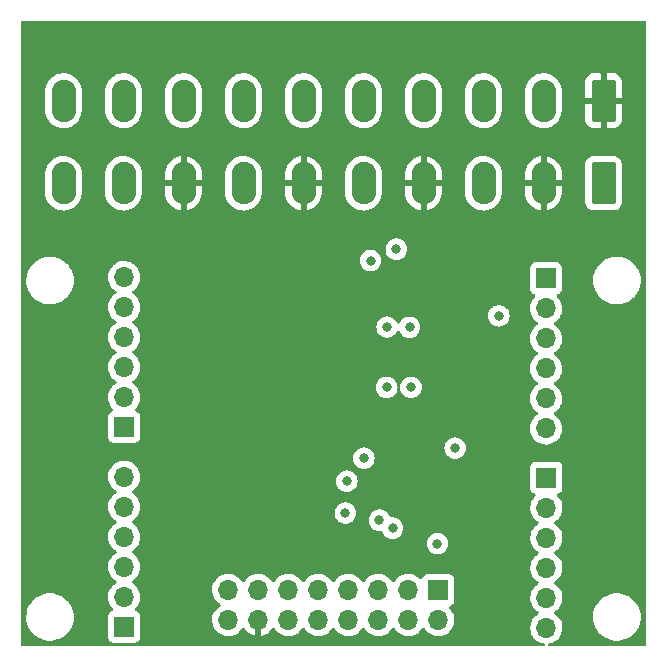
<source format=gbr>
%TF.GenerationSoftware,KiCad,Pcbnew,6.0.8+dfsg-1~bpo11+1*%
%TF.CreationDate,2022-10-31T17:37:34+01:00*%
%TF.ProjectId,rib4outAd_00,72696234-6f75-4744-9164-5f30302e6b69,rev?*%
%TF.SameCoordinates,Original*%
%TF.FileFunction,Copper,L2,Inr*%
%TF.FilePolarity,Positive*%
%FSLAX46Y46*%
G04 Gerber Fmt 4.6, Leading zero omitted, Abs format (unit mm)*
G04 Created by KiCad (PCBNEW 6.0.8+dfsg-1~bpo11+1) date 2022-10-31 17:37:34*
%MOMM*%
%LPD*%
G01*
G04 APERTURE LIST*
G04 Aperture macros list*
%AMRoundRect*
0 Rectangle with rounded corners*
0 $1 Rounding radius*
0 $2 $3 $4 $5 $6 $7 $8 $9 X,Y pos of 4 corners*
0 Add a 4 corners polygon primitive as box body*
4,1,4,$2,$3,$4,$5,$6,$7,$8,$9,$2,$3,0*
0 Add four circle primitives for the rounded corners*
1,1,$1+$1,$2,$3*
1,1,$1+$1,$4,$5*
1,1,$1+$1,$6,$7*
1,1,$1+$1,$8,$9*
0 Add four rect primitives between the rounded corners*
20,1,$1+$1,$2,$3,$4,$5,0*
20,1,$1+$1,$4,$5,$6,$7,0*
20,1,$1+$1,$6,$7,$8,$9,0*
20,1,$1+$1,$8,$9,$2,$3,0*%
G04 Aperture macros list end*
%TA.AperFunction,ComponentPad*%
%ADD10RoundRect,0.249999X0.790001X1.550001X-0.790001X1.550001X-0.790001X-1.550001X0.790001X-1.550001X0*%
%TD*%
%TA.AperFunction,ComponentPad*%
%ADD11O,2.080000X3.600000*%
%TD*%
%TA.AperFunction,ComponentPad*%
%ADD12R,1.700000X1.700000*%
%TD*%
%TA.AperFunction,ComponentPad*%
%ADD13O,1.700000X1.700000*%
%TD*%
%TA.AperFunction,ViaPad*%
%ADD14C,0.800000*%
%TD*%
G04 APERTURE END LIST*
D10*
%TO.N,+VSW*%
%TO.C,J3*%
X168360000Y-80277500D03*
D11*
%TO.N,Earth*%
X163280000Y-80277500D03*
%TO.N,+VSW*%
X158200000Y-80277500D03*
%TO.N,Earth*%
X153120000Y-80277500D03*
%TO.N,+VSW*%
X148040000Y-80277500D03*
%TO.N,Earth*%
X142960000Y-80277500D03*
%TO.N,+VSW*%
X137880000Y-80277500D03*
%TO.N,Earth*%
X132800000Y-80277500D03*
%TO.N,+VSW*%
X127720000Y-80277500D03*
%TO.N,GNDD*%
X122640000Y-80277500D03*
%TD*%
D12*
%TO.N,GNDD*%
%TO.C,J6*%
X127775000Y-117825000D03*
D13*
%TO.N,+5V*%
X127775000Y-115285000D03*
%TO.N,/SDA1*%
X127775000Y-112745000D03*
%TO.N,/SCL1*%
X127775000Y-110205000D03*
%TO.N,GNDD*%
X127775000Y-107665000D03*
%TO.N,/VOM3*%
X127775000Y-105125000D03*
%TD*%
D10*
%TO.N,Earth*%
%TO.C,J2*%
X168360000Y-73277500D03*
D11*
%TO.N,GNDD*%
X163280000Y-73277500D03*
%TO.N,/VO4*%
X158200000Y-73277500D03*
%TO.N,GNDD*%
X153120000Y-73277500D03*
%TO.N,/VO3*%
X148040000Y-73277500D03*
%TO.N,GNDD*%
X142960000Y-73277500D03*
%TO.N,/VO2*%
X137880000Y-73277500D03*
%TO.N,GNDD*%
X132800000Y-73277500D03*
%TO.N,/VO1*%
X127720000Y-73277500D03*
%TO.N,+VSW*%
X122640000Y-73277500D03*
%TD*%
D12*
%TO.N,GNDD*%
%TO.C,J5*%
X163500000Y-88340000D03*
D13*
%TO.N,+5V*%
X163500000Y-90880000D03*
%TO.N,/SDA0*%
X163500000Y-93420000D03*
%TO.N,/SCL0*%
X163500000Y-95960000D03*
%TO.N,GNDD*%
X163500000Y-98500000D03*
%TO.N,/VOM2*%
X163500000Y-101040000D03*
%TD*%
D12*
%TO.N,GNDD*%
%TO.C,J7*%
X163525000Y-105200000D03*
D13*
%TO.N,+5V*%
X163525000Y-107740000D03*
%TO.N,/SDA1*%
X163525000Y-110280000D03*
%TO.N,/SCL1*%
X163525000Y-112820000D03*
%TO.N,GNDD*%
X163525000Y-115360000D03*
%TO.N,/VOM4*%
X163525000Y-117900000D03*
%TD*%
D12*
%TO.N,GNDD*%
%TO.C,J4*%
X127775000Y-100925000D03*
D13*
%TO.N,+5V*%
X127775000Y-98385000D03*
%TO.N,/SDA0*%
X127775000Y-95845000D03*
%TO.N,/SCL0*%
X127775000Y-93305000D03*
%TO.N,GNDD*%
X127775000Y-90765000D03*
%TO.N,/VOM1*%
X127775000Y-88225000D03*
%TD*%
D12*
%TO.N,GNDD*%
%TO.C,J1*%
X154370000Y-114710000D03*
D13*
%TO.N,/SCL0*%
X154370000Y-117250000D03*
%TO.N,/SDA0*%
X151830000Y-114710000D03*
%TO.N,/SCL1*%
X151830000Y-117250000D03*
%TO.N,/SDA1*%
X149290000Y-114710000D03*
%TO.N,unconnected-(J1-Pad6)*%
X149290000Y-117250000D03*
%TO.N,unconnected-(J1-Pad7)*%
X146750000Y-114710000D03*
%TO.N,unconnected-(J1-Pad8)*%
X146750000Y-117250000D03*
%TO.N,unconnected-(J1-Pad9)*%
X144210000Y-114710000D03*
%TO.N,+5V*%
X144210000Y-117250000D03*
%TO.N,-12V*%
X141670000Y-114710000D03*
%TO.N,+12V*%
X141670000Y-117250000D03*
%TO.N,GNDD*%
X139130000Y-114710000D03*
%TO.N,Earth*%
X139130000Y-117250000D03*
%TO.N,+VSW*%
X136590000Y-114710000D03*
X136590000Y-117250000D03*
%TD*%
D14*
%TO.N,+12V*%
X148640000Y-86830000D03*
%TO.N,GNDD*%
X155800000Y-102700000D03*
X159500000Y-91500000D03*
X154300000Y-110800000D03*
X146500000Y-108200000D03*
%TO.N,-12V*%
X150820000Y-85860000D03*
%TO.N,/VOM1*%
X150035500Y-92450000D03*
X148070000Y-103560000D03*
%TO.N,/VOM2*%
X150000000Y-97550000D03*
X146630000Y-105500500D03*
%TO.N,/VOM3*%
X152060000Y-97550000D03*
X149390000Y-108810000D03*
%TO.N,/VOM4*%
X150500000Y-109480000D03*
X151934500Y-92470000D03*
%TD*%
%TA.AperFunction,Conductor*%
%TO.N,Earth*%
G36*
X171933621Y-66528502D02*
G01*
X171980114Y-66582158D01*
X171991500Y-66634500D01*
X171991500Y-119365500D01*
X171971498Y-119433621D01*
X171917842Y-119480114D01*
X171865500Y-119491500D01*
X163768588Y-119491500D01*
X163700467Y-119471498D01*
X163653974Y-119417842D01*
X163643870Y-119347568D01*
X163673364Y-119282988D01*
X163733090Y-119244604D01*
X163752578Y-119240521D01*
X163803288Y-119234025D01*
X163803289Y-119234025D01*
X163808416Y-119233368D01*
X163813366Y-119231883D01*
X164017429Y-119170661D01*
X164017434Y-119170659D01*
X164022384Y-119169174D01*
X164222994Y-119070896D01*
X164404860Y-118941173D01*
X164563096Y-118783489D01*
X164568478Y-118776000D01*
X164690435Y-118606277D01*
X164693453Y-118602077D01*
X164702618Y-118583534D01*
X164790136Y-118406453D01*
X164790137Y-118406451D01*
X164792430Y-118401811D01*
X164857370Y-118188069D01*
X164886529Y-117966590D01*
X164886611Y-117963240D01*
X164888074Y-117903365D01*
X164888074Y-117903361D01*
X164888156Y-117900000D01*
X164869852Y-117677361D01*
X164815431Y-117460702D01*
X164726354Y-117255840D01*
X164605014Y-117068277D01*
X164523704Y-116978918D01*
X167486917Y-116978918D01*
X167487334Y-116986156D01*
X167502682Y-117252320D01*
X167555405Y-117521053D01*
X167556792Y-117525103D01*
X167556793Y-117525108D01*
X167642723Y-117776088D01*
X167644112Y-117780144D01*
X167673238Y-117838054D01*
X167742837Y-117976437D01*
X167767160Y-118024799D01*
X167769586Y-118028328D01*
X167769589Y-118028334D01*
X167838976Y-118129292D01*
X167922274Y-118250490D01*
X167925161Y-118253663D01*
X167925162Y-118253664D01*
X168103692Y-118449867D01*
X168106582Y-118453043D01*
X168316675Y-118628707D01*
X168320316Y-118630991D01*
X168545024Y-118771951D01*
X168545028Y-118771953D01*
X168548664Y-118774234D01*
X168616544Y-118804883D01*
X168794345Y-118885164D01*
X168794349Y-118885166D01*
X168798257Y-118886930D01*
X168802377Y-118888150D01*
X168802376Y-118888150D01*
X169056723Y-118963491D01*
X169056727Y-118963492D01*
X169060836Y-118964709D01*
X169065070Y-118965357D01*
X169065075Y-118965358D01*
X169327298Y-119005483D01*
X169327300Y-119005483D01*
X169331540Y-119006132D01*
X169470912Y-119008322D01*
X169601071Y-119010367D01*
X169601077Y-119010367D01*
X169605362Y-119010434D01*
X169877235Y-118977534D01*
X170142127Y-118908041D01*
X170146087Y-118906401D01*
X170146092Y-118906399D01*
X170268631Y-118855641D01*
X170395136Y-118803241D01*
X170631582Y-118665073D01*
X170847089Y-118496094D01*
X170888809Y-118453043D01*
X171034686Y-118302509D01*
X171037669Y-118299431D01*
X171040202Y-118295983D01*
X171040206Y-118295978D01*
X171197257Y-118082178D01*
X171199795Y-118078723D01*
X171227154Y-118028334D01*
X171328418Y-117841830D01*
X171328419Y-117841828D01*
X171330468Y-117838054D01*
X171427269Y-117581877D01*
X171461069Y-117434297D01*
X171487449Y-117319117D01*
X171487450Y-117319113D01*
X171488407Y-117314933D01*
X171494502Y-117246646D01*
X171512531Y-117044627D01*
X171512531Y-117044625D01*
X171512751Y-117042161D01*
X171513193Y-117000000D01*
X171508440Y-116930283D01*
X171494859Y-116731055D01*
X171494858Y-116731049D01*
X171494567Y-116726778D01*
X171439032Y-116458612D01*
X171347617Y-116200465D01*
X171246848Y-116005229D01*
X171223978Y-115960919D01*
X171223978Y-115960918D01*
X171222013Y-115957112D01*
X171212040Y-115942921D01*
X171121356Y-115813891D01*
X171064545Y-115733057D01*
X170949640Y-115609404D01*
X170881046Y-115535588D01*
X170881043Y-115535585D01*
X170878125Y-115532445D01*
X170874810Y-115529731D01*
X170874806Y-115529728D01*
X170669523Y-115361706D01*
X170666205Y-115358990D01*
X170432704Y-115215901D01*
X170423387Y-115211811D01*
X170185873Y-115107549D01*
X170185869Y-115107548D01*
X170181945Y-115105825D01*
X169918566Y-115030800D01*
X169914324Y-115030196D01*
X169914318Y-115030195D01*
X169713834Y-115001662D01*
X169647443Y-114992213D01*
X169503589Y-114991460D01*
X169377877Y-114990802D01*
X169377871Y-114990802D01*
X169373591Y-114990780D01*
X169369347Y-114991339D01*
X169369343Y-114991339D01*
X169250302Y-115007011D01*
X169102078Y-115026525D01*
X169097938Y-115027658D01*
X169097936Y-115027658D01*
X169025008Y-115047609D01*
X168837928Y-115098788D01*
X168833980Y-115100472D01*
X168589982Y-115204546D01*
X168589978Y-115204548D01*
X168586030Y-115206232D01*
X168467414Y-115277222D01*
X168354725Y-115344664D01*
X168354721Y-115344667D01*
X168351043Y-115346868D01*
X168137318Y-115518094D01*
X168069754Y-115589292D01*
X167975760Y-115688341D01*
X167948808Y-115716742D01*
X167789002Y-115939136D01*
X167660857Y-116181161D01*
X167659385Y-116185184D01*
X167659383Y-116185188D01*
X167582210Y-116396071D01*
X167566743Y-116438337D01*
X167508404Y-116705907D01*
X167486917Y-116978918D01*
X164523704Y-116978918D01*
X164454670Y-116903051D01*
X164450619Y-116899852D01*
X164450615Y-116899848D01*
X164283414Y-116767800D01*
X164283410Y-116767798D01*
X164279359Y-116764598D01*
X164238053Y-116741796D01*
X164188084Y-116691364D01*
X164173312Y-116621921D01*
X164198428Y-116555516D01*
X164225780Y-116528909D01*
X164294404Y-116479960D01*
X164404860Y-116401173D01*
X164435384Y-116370756D01*
X164505027Y-116301355D01*
X164563096Y-116243489D01*
X164569647Y-116234373D01*
X164690435Y-116066277D01*
X164693453Y-116062077D01*
X164697181Y-116054535D01*
X164790136Y-115866453D01*
X164790137Y-115866451D01*
X164792430Y-115861811D01*
X164835448Y-115720222D01*
X164855865Y-115653023D01*
X164855865Y-115653021D01*
X164857370Y-115648069D01*
X164886529Y-115426590D01*
X164886611Y-115423240D01*
X164888074Y-115363365D01*
X164888074Y-115363361D01*
X164888156Y-115360000D01*
X164869852Y-115137361D01*
X164815431Y-114920702D01*
X164726354Y-114715840D01*
X164677834Y-114640840D01*
X164607822Y-114532617D01*
X164607820Y-114532614D01*
X164605014Y-114528277D01*
X164454670Y-114363051D01*
X164450619Y-114359852D01*
X164450615Y-114359848D01*
X164283414Y-114227800D01*
X164283410Y-114227798D01*
X164279359Y-114224598D01*
X164238053Y-114201796D01*
X164188084Y-114151364D01*
X164173312Y-114081921D01*
X164198428Y-114015516D01*
X164225780Y-113988909D01*
X164271757Y-113956114D01*
X164404860Y-113861173D01*
X164457749Y-113808469D01*
X164524164Y-113742285D01*
X164563096Y-113703489D01*
X164569647Y-113694373D01*
X164690435Y-113526277D01*
X164693453Y-113522077D01*
X164719618Y-113469137D01*
X164790136Y-113326453D01*
X164790137Y-113326451D01*
X164792430Y-113321811D01*
X164824900Y-113214940D01*
X164855865Y-113113023D01*
X164855865Y-113113021D01*
X164857370Y-113108069D01*
X164886529Y-112886590D01*
X164888156Y-112820000D01*
X164869852Y-112597361D01*
X164815431Y-112380702D01*
X164726354Y-112175840D01*
X164677834Y-112100840D01*
X164607822Y-111992617D01*
X164607820Y-111992614D01*
X164605014Y-111988277D01*
X164454670Y-111823051D01*
X164450619Y-111819852D01*
X164450615Y-111819848D01*
X164283414Y-111687800D01*
X164283410Y-111687798D01*
X164279359Y-111684598D01*
X164238053Y-111661796D01*
X164188084Y-111611364D01*
X164173312Y-111541921D01*
X164198428Y-111475516D01*
X164225780Y-111448909D01*
X164271757Y-111416114D01*
X164404860Y-111321173D01*
X164563096Y-111163489D01*
X164620005Y-111084292D01*
X164690435Y-110986277D01*
X164693453Y-110982077D01*
X164728445Y-110911277D01*
X164790136Y-110786453D01*
X164790137Y-110786451D01*
X164792430Y-110781811D01*
X164824900Y-110674940D01*
X164855865Y-110573023D01*
X164855865Y-110573021D01*
X164857370Y-110568069D01*
X164886529Y-110346590D01*
X164888156Y-110280000D01*
X164869852Y-110057361D01*
X164815431Y-109840702D01*
X164726354Y-109635840D01*
X164677834Y-109560840D01*
X164607822Y-109452617D01*
X164607820Y-109452614D01*
X164605014Y-109448277D01*
X164454670Y-109283051D01*
X164450619Y-109279852D01*
X164450615Y-109279848D01*
X164283414Y-109147800D01*
X164283410Y-109147798D01*
X164279359Y-109144598D01*
X164238053Y-109121796D01*
X164188084Y-109071364D01*
X164173312Y-109001921D01*
X164198428Y-108935516D01*
X164225780Y-108908909D01*
X164274784Y-108873955D01*
X164404860Y-108781173D01*
X164563096Y-108623489D01*
X164597866Y-108575102D01*
X164690435Y-108446277D01*
X164693453Y-108442077D01*
X164719227Y-108389928D01*
X164790136Y-108246453D01*
X164790137Y-108246451D01*
X164792430Y-108241811D01*
X164827236Y-108127251D01*
X164855865Y-108033023D01*
X164855865Y-108033021D01*
X164857370Y-108028069D01*
X164886529Y-107806590D01*
X164888156Y-107740000D01*
X164869852Y-107517361D01*
X164815431Y-107300702D01*
X164726354Y-107095840D01*
X164677834Y-107020840D01*
X164607822Y-106912617D01*
X164607820Y-106912614D01*
X164605014Y-106908277D01*
X164601532Y-106904450D01*
X164457798Y-106746488D01*
X164426746Y-106682642D01*
X164435141Y-106612143D01*
X164480317Y-106557375D01*
X164506761Y-106543706D01*
X164613297Y-106503767D01*
X164621705Y-106500615D01*
X164738261Y-106413261D01*
X164825615Y-106296705D01*
X164876745Y-106160316D01*
X164883500Y-106098134D01*
X164883500Y-104301866D01*
X164876745Y-104239684D01*
X164825615Y-104103295D01*
X164738261Y-103986739D01*
X164621705Y-103899385D01*
X164485316Y-103848255D01*
X164423134Y-103841500D01*
X162626866Y-103841500D01*
X162564684Y-103848255D01*
X162428295Y-103899385D01*
X162311739Y-103986739D01*
X162224385Y-104103295D01*
X162173255Y-104239684D01*
X162166500Y-104301866D01*
X162166500Y-106098134D01*
X162173255Y-106160316D01*
X162224385Y-106296705D01*
X162311739Y-106413261D01*
X162428295Y-106500615D01*
X162436704Y-106503767D01*
X162436705Y-106503768D01*
X162545451Y-106544535D01*
X162602216Y-106587176D01*
X162626916Y-106653738D01*
X162611709Y-106723087D01*
X162592316Y-106749568D01*
X162465629Y-106882138D01*
X162462715Y-106886410D01*
X162462714Y-106886411D01*
X162387702Y-106996375D01*
X162339743Y-107066680D01*
X162245688Y-107269305D01*
X162185989Y-107484570D01*
X162162251Y-107706695D01*
X162162548Y-107711848D01*
X162162548Y-107711851D01*
X162168011Y-107806590D01*
X162175110Y-107929715D01*
X162176247Y-107934761D01*
X162176248Y-107934767D01*
X162196119Y-108022939D01*
X162224222Y-108147639D01*
X162308266Y-108354616D01*
X162424987Y-108545088D01*
X162571250Y-108713938D01*
X162743126Y-108856632D01*
X162749773Y-108860516D01*
X162816445Y-108899476D01*
X162865169Y-108951114D01*
X162878240Y-109020897D01*
X162851509Y-109086669D01*
X162811055Y-109120027D01*
X162798607Y-109126507D01*
X162794474Y-109129610D01*
X162794471Y-109129612D01*
X162624100Y-109257530D01*
X162619965Y-109260635D01*
X162465629Y-109422138D01*
X162462715Y-109426410D01*
X162462714Y-109426411D01*
X162387702Y-109536375D01*
X162339743Y-109606680D01*
X162245688Y-109809305D01*
X162185989Y-110024570D01*
X162162251Y-110246695D01*
X162162548Y-110251848D01*
X162162548Y-110251851D01*
X162167983Y-110346109D01*
X162175110Y-110469715D01*
X162176247Y-110474761D01*
X162176248Y-110474767D01*
X162196119Y-110562939D01*
X162224222Y-110687639D01*
X162308266Y-110894616D01*
X162424987Y-111085088D01*
X162571250Y-111253938D01*
X162743126Y-111396632D01*
X162749773Y-111400516D01*
X162816445Y-111439476D01*
X162865169Y-111491114D01*
X162878240Y-111560897D01*
X162851509Y-111626669D01*
X162811055Y-111660027D01*
X162798607Y-111666507D01*
X162794474Y-111669610D01*
X162794471Y-111669612D01*
X162624100Y-111797530D01*
X162619965Y-111800635D01*
X162465629Y-111962138D01*
X162462715Y-111966410D01*
X162462714Y-111966411D01*
X162387702Y-112076375D01*
X162339743Y-112146680D01*
X162245688Y-112349305D01*
X162185989Y-112564570D01*
X162162251Y-112786695D01*
X162162548Y-112791848D01*
X162162548Y-112791851D01*
X162168011Y-112886590D01*
X162175110Y-113009715D01*
X162176247Y-113014761D01*
X162176248Y-113014767D01*
X162196119Y-113102939D01*
X162224222Y-113227639D01*
X162308266Y-113434616D01*
X162346335Y-113496739D01*
X162413357Y-113606109D01*
X162424987Y-113625088D01*
X162571250Y-113793938D01*
X162743126Y-113936632D01*
X162749773Y-113940516D01*
X162816445Y-113979476D01*
X162865169Y-114031114D01*
X162878240Y-114100897D01*
X162851509Y-114166669D01*
X162811055Y-114200027D01*
X162798607Y-114206507D01*
X162794474Y-114209610D01*
X162794471Y-114209612D01*
X162624100Y-114337530D01*
X162619965Y-114340635D01*
X162465629Y-114502138D01*
X162462715Y-114506410D01*
X162462714Y-114506411D01*
X162387702Y-114616375D01*
X162339743Y-114686680D01*
X162245688Y-114889305D01*
X162185989Y-115104570D01*
X162162251Y-115326695D01*
X162162548Y-115331848D01*
X162162548Y-115331851D01*
X162168011Y-115426590D01*
X162175110Y-115549715D01*
X162176247Y-115554761D01*
X162176248Y-115554767D01*
X162189041Y-115611531D01*
X162224222Y-115767639D01*
X162269404Y-115878909D01*
X162292447Y-115935657D01*
X162308266Y-115974616D01*
X162327026Y-116005229D01*
X162396268Y-116118222D01*
X162424987Y-116165088D01*
X162571250Y-116333938D01*
X162743126Y-116476632D01*
X162750793Y-116481112D01*
X162816445Y-116519476D01*
X162865169Y-116571114D01*
X162878240Y-116640897D01*
X162851509Y-116706669D01*
X162811055Y-116740027D01*
X162798607Y-116746507D01*
X162794474Y-116749610D01*
X162794471Y-116749612D01*
X162624100Y-116877530D01*
X162619965Y-116880635D01*
X162616393Y-116884373D01*
X162479442Y-117027684D01*
X162465629Y-117042138D01*
X162339743Y-117226680D01*
X162298008Y-117316590D01*
X162275540Y-117364995D01*
X162245688Y-117429305D01*
X162185989Y-117644570D01*
X162162251Y-117866695D01*
X162162548Y-117871848D01*
X162162548Y-117871851D01*
X162171146Y-118020968D01*
X162175110Y-118089715D01*
X162176247Y-118094761D01*
X162176248Y-118094767D01*
X162183955Y-118128965D01*
X162224222Y-118307639D01*
X162262461Y-118401811D01*
X162301822Y-118498745D01*
X162308266Y-118514616D01*
X162341632Y-118569065D01*
X162398843Y-118662424D01*
X162424987Y-118705088D01*
X162571250Y-118873938D01*
X162743126Y-119016632D01*
X162936000Y-119129338D01*
X163144692Y-119209030D01*
X163149760Y-119210061D01*
X163149763Y-119210062D01*
X163306891Y-119242030D01*
X163369656Y-119275211D01*
X163404518Y-119337059D01*
X163400409Y-119407937D01*
X163358632Y-119465341D01*
X163292453Y-119491046D01*
X163281770Y-119491500D01*
X119134500Y-119491500D01*
X119066379Y-119471498D01*
X119019886Y-119417842D01*
X119008500Y-119365500D01*
X119008500Y-116978918D01*
X119486917Y-116978918D01*
X119487334Y-116986156D01*
X119502682Y-117252320D01*
X119555405Y-117521053D01*
X119556792Y-117525103D01*
X119556793Y-117525108D01*
X119642723Y-117776088D01*
X119644112Y-117780144D01*
X119673238Y-117838054D01*
X119742837Y-117976437D01*
X119767160Y-118024799D01*
X119769586Y-118028328D01*
X119769589Y-118028334D01*
X119838976Y-118129292D01*
X119922274Y-118250490D01*
X119925161Y-118253663D01*
X119925162Y-118253664D01*
X120103692Y-118449867D01*
X120106582Y-118453043D01*
X120316675Y-118628707D01*
X120320316Y-118630991D01*
X120545024Y-118771951D01*
X120545028Y-118771953D01*
X120548664Y-118774234D01*
X120616544Y-118804883D01*
X120794345Y-118885164D01*
X120794349Y-118885166D01*
X120798257Y-118886930D01*
X120802377Y-118888150D01*
X120802376Y-118888150D01*
X121056723Y-118963491D01*
X121056727Y-118963492D01*
X121060836Y-118964709D01*
X121065070Y-118965357D01*
X121065075Y-118965358D01*
X121327298Y-119005483D01*
X121327300Y-119005483D01*
X121331540Y-119006132D01*
X121470912Y-119008322D01*
X121601071Y-119010367D01*
X121601077Y-119010367D01*
X121605362Y-119010434D01*
X121877235Y-118977534D01*
X122142127Y-118908041D01*
X122146087Y-118906401D01*
X122146092Y-118906399D01*
X122268631Y-118855641D01*
X122395136Y-118803241D01*
X122631582Y-118665073D01*
X122847089Y-118496094D01*
X122888809Y-118453043D01*
X123034686Y-118302509D01*
X123037669Y-118299431D01*
X123040202Y-118295983D01*
X123040206Y-118295978D01*
X123197257Y-118082178D01*
X123199795Y-118078723D01*
X123227154Y-118028334D01*
X123328418Y-117841830D01*
X123328419Y-117841828D01*
X123330468Y-117838054D01*
X123427269Y-117581877D01*
X123461069Y-117434297D01*
X123487449Y-117319117D01*
X123487450Y-117319113D01*
X123488407Y-117314933D01*
X123494502Y-117246646D01*
X123512531Y-117044627D01*
X123512531Y-117044625D01*
X123512751Y-117042161D01*
X123513193Y-117000000D01*
X123508440Y-116930283D01*
X123494859Y-116731055D01*
X123494858Y-116731049D01*
X123494567Y-116726778D01*
X123439032Y-116458612D01*
X123347617Y-116200465D01*
X123246848Y-116005229D01*
X123223978Y-115960919D01*
X123223978Y-115960918D01*
X123222013Y-115957112D01*
X123212040Y-115942921D01*
X123121356Y-115813891D01*
X123064545Y-115733057D01*
X122949640Y-115609404D01*
X122881046Y-115535588D01*
X122881043Y-115535585D01*
X122878125Y-115532445D01*
X122874810Y-115529731D01*
X122874806Y-115529728D01*
X122669523Y-115361706D01*
X122666205Y-115358990D01*
X122491115Y-115251695D01*
X126412251Y-115251695D01*
X126412548Y-115256848D01*
X126412548Y-115256851D01*
X126417893Y-115349550D01*
X126425110Y-115474715D01*
X126426247Y-115479761D01*
X126426248Y-115479767D01*
X126442012Y-115549715D01*
X126474222Y-115692639D01*
X126529690Y-115829242D01*
X126550665Y-115880896D01*
X126558266Y-115899616D01*
X126595832Y-115960919D01*
X126661069Y-116067375D01*
X126674987Y-116090088D01*
X126821250Y-116258938D01*
X126825230Y-116262242D01*
X126829981Y-116266187D01*
X126869616Y-116325090D01*
X126871113Y-116396071D01*
X126833997Y-116456593D01*
X126793724Y-116481112D01*
X126678295Y-116524385D01*
X126561739Y-116611739D01*
X126474385Y-116728295D01*
X126423255Y-116864684D01*
X126416500Y-116926866D01*
X126416500Y-118723134D01*
X126423255Y-118785316D01*
X126474385Y-118921705D01*
X126561739Y-119038261D01*
X126678295Y-119125615D01*
X126814684Y-119176745D01*
X126876866Y-119183500D01*
X128673134Y-119183500D01*
X128735316Y-119176745D01*
X128871705Y-119125615D01*
X128988261Y-119038261D01*
X129075615Y-118921705D01*
X129126745Y-118785316D01*
X129133500Y-118723134D01*
X129133500Y-117216695D01*
X135227251Y-117216695D01*
X135227548Y-117221848D01*
X135227548Y-117221851D01*
X135232915Y-117314933D01*
X135240110Y-117439715D01*
X135241247Y-117444761D01*
X135241248Y-117444767D01*
X135259354Y-117525108D01*
X135289222Y-117657639D01*
X135327461Y-117751811D01*
X135364014Y-117841830D01*
X135373266Y-117864616D01*
X135424019Y-117947438D01*
X135487291Y-118050688D01*
X135489987Y-118055088D01*
X135636250Y-118223938D01*
X135808126Y-118366632D01*
X136001000Y-118479338D01*
X136209692Y-118559030D01*
X136214760Y-118560061D01*
X136214763Y-118560062D01*
X136309862Y-118579410D01*
X136428597Y-118603567D01*
X136433772Y-118603757D01*
X136433774Y-118603757D01*
X136646673Y-118611564D01*
X136646677Y-118611564D01*
X136651837Y-118611753D01*
X136656957Y-118611097D01*
X136656959Y-118611097D01*
X136868288Y-118584025D01*
X136868289Y-118584025D01*
X136873416Y-118583368D01*
X136878366Y-118581883D01*
X137082429Y-118520661D01*
X137082434Y-118520659D01*
X137087384Y-118519174D01*
X137287994Y-118420896D01*
X137469860Y-118291173D01*
X137510686Y-118250490D01*
X137624435Y-118137137D01*
X137628096Y-118133489D01*
X137655921Y-118094767D01*
X137758453Y-117952077D01*
X137759640Y-117952930D01*
X137806960Y-117909362D01*
X137876897Y-117897145D01*
X137942338Y-117924678D01*
X137970166Y-117956511D01*
X138027694Y-118050388D01*
X138033777Y-118058699D01*
X138173213Y-118219667D01*
X138180580Y-118226883D01*
X138344434Y-118362916D01*
X138352881Y-118368831D01*
X138536756Y-118476279D01*
X138546042Y-118480729D01*
X138745001Y-118556703D01*
X138754899Y-118559579D01*
X138858250Y-118580606D01*
X138872299Y-118579410D01*
X138876000Y-118569065D01*
X138876000Y-117122000D01*
X138896002Y-117053879D01*
X138949658Y-117007386D01*
X139002000Y-116996000D01*
X139258000Y-116996000D01*
X139326121Y-117016002D01*
X139372614Y-117069658D01*
X139384000Y-117122000D01*
X139384000Y-118568517D01*
X139388064Y-118582359D01*
X139401478Y-118584393D01*
X139408184Y-118583534D01*
X139418262Y-118581392D01*
X139622255Y-118520191D01*
X139631842Y-118516433D01*
X139823095Y-118422739D01*
X139831945Y-118417464D01*
X140005328Y-118293792D01*
X140013200Y-118287139D01*
X140164052Y-118136812D01*
X140170730Y-118128965D01*
X140298022Y-117951819D01*
X140299279Y-117952722D01*
X140346373Y-117909362D01*
X140416311Y-117897145D01*
X140481751Y-117924678D01*
X140509579Y-117956511D01*
X140516847Y-117968371D01*
X140569987Y-118055088D01*
X140716250Y-118223938D01*
X140888126Y-118366632D01*
X141081000Y-118479338D01*
X141289692Y-118559030D01*
X141294760Y-118560061D01*
X141294763Y-118560062D01*
X141389862Y-118579410D01*
X141508597Y-118603567D01*
X141513772Y-118603757D01*
X141513774Y-118603757D01*
X141726673Y-118611564D01*
X141726677Y-118611564D01*
X141731837Y-118611753D01*
X141736957Y-118611097D01*
X141736959Y-118611097D01*
X141948288Y-118584025D01*
X141948289Y-118584025D01*
X141953416Y-118583368D01*
X141958366Y-118581883D01*
X142162429Y-118520661D01*
X142162434Y-118520659D01*
X142167384Y-118519174D01*
X142367994Y-118420896D01*
X142549860Y-118291173D01*
X142590686Y-118250490D01*
X142704435Y-118137137D01*
X142708096Y-118133489D01*
X142735921Y-118094767D01*
X142838453Y-117952077D01*
X142839776Y-117953028D01*
X142886645Y-117909857D01*
X142956580Y-117897625D01*
X143022026Y-117925144D01*
X143049875Y-117956994D01*
X143056847Y-117968371D01*
X143109987Y-118055088D01*
X143256250Y-118223938D01*
X143428126Y-118366632D01*
X143621000Y-118479338D01*
X143829692Y-118559030D01*
X143834760Y-118560061D01*
X143834763Y-118560062D01*
X143929862Y-118579410D01*
X144048597Y-118603567D01*
X144053772Y-118603757D01*
X144053774Y-118603757D01*
X144266673Y-118611564D01*
X144266677Y-118611564D01*
X144271837Y-118611753D01*
X144276957Y-118611097D01*
X144276959Y-118611097D01*
X144488288Y-118584025D01*
X144488289Y-118584025D01*
X144493416Y-118583368D01*
X144498366Y-118581883D01*
X144702429Y-118520661D01*
X144702434Y-118520659D01*
X144707384Y-118519174D01*
X144907994Y-118420896D01*
X145089860Y-118291173D01*
X145130686Y-118250490D01*
X145244435Y-118137137D01*
X145248096Y-118133489D01*
X145275921Y-118094767D01*
X145378453Y-117952077D01*
X145379776Y-117953028D01*
X145426645Y-117909857D01*
X145496580Y-117897625D01*
X145562026Y-117925144D01*
X145589875Y-117956994D01*
X145596847Y-117968371D01*
X145649987Y-118055088D01*
X145796250Y-118223938D01*
X145968126Y-118366632D01*
X146161000Y-118479338D01*
X146369692Y-118559030D01*
X146374760Y-118560061D01*
X146374763Y-118560062D01*
X146469862Y-118579410D01*
X146588597Y-118603567D01*
X146593772Y-118603757D01*
X146593774Y-118603757D01*
X146806673Y-118611564D01*
X146806677Y-118611564D01*
X146811837Y-118611753D01*
X146816957Y-118611097D01*
X146816959Y-118611097D01*
X147028288Y-118584025D01*
X147028289Y-118584025D01*
X147033416Y-118583368D01*
X147038366Y-118581883D01*
X147242429Y-118520661D01*
X147242434Y-118520659D01*
X147247384Y-118519174D01*
X147447994Y-118420896D01*
X147629860Y-118291173D01*
X147670686Y-118250490D01*
X147784435Y-118137137D01*
X147788096Y-118133489D01*
X147815921Y-118094767D01*
X147918453Y-117952077D01*
X147919776Y-117953028D01*
X147966645Y-117909857D01*
X148036580Y-117897625D01*
X148102026Y-117925144D01*
X148129875Y-117956994D01*
X148136847Y-117968371D01*
X148189987Y-118055088D01*
X148336250Y-118223938D01*
X148508126Y-118366632D01*
X148701000Y-118479338D01*
X148909692Y-118559030D01*
X148914760Y-118560061D01*
X148914763Y-118560062D01*
X149009862Y-118579410D01*
X149128597Y-118603567D01*
X149133772Y-118603757D01*
X149133774Y-118603757D01*
X149346673Y-118611564D01*
X149346677Y-118611564D01*
X149351837Y-118611753D01*
X149356957Y-118611097D01*
X149356959Y-118611097D01*
X149568288Y-118584025D01*
X149568289Y-118584025D01*
X149573416Y-118583368D01*
X149578366Y-118581883D01*
X149782429Y-118520661D01*
X149782434Y-118520659D01*
X149787384Y-118519174D01*
X149987994Y-118420896D01*
X150169860Y-118291173D01*
X150210686Y-118250490D01*
X150324435Y-118137137D01*
X150328096Y-118133489D01*
X150355921Y-118094767D01*
X150458453Y-117952077D01*
X150459776Y-117953028D01*
X150506645Y-117909857D01*
X150576580Y-117897625D01*
X150642026Y-117925144D01*
X150669875Y-117956994D01*
X150676847Y-117968371D01*
X150729987Y-118055088D01*
X150876250Y-118223938D01*
X151048126Y-118366632D01*
X151241000Y-118479338D01*
X151449692Y-118559030D01*
X151454760Y-118560061D01*
X151454763Y-118560062D01*
X151549862Y-118579410D01*
X151668597Y-118603567D01*
X151673772Y-118603757D01*
X151673774Y-118603757D01*
X151886673Y-118611564D01*
X151886677Y-118611564D01*
X151891837Y-118611753D01*
X151896957Y-118611097D01*
X151896959Y-118611097D01*
X152108288Y-118584025D01*
X152108289Y-118584025D01*
X152113416Y-118583368D01*
X152118366Y-118581883D01*
X152322429Y-118520661D01*
X152322434Y-118520659D01*
X152327384Y-118519174D01*
X152527994Y-118420896D01*
X152709860Y-118291173D01*
X152750686Y-118250490D01*
X152864435Y-118137137D01*
X152868096Y-118133489D01*
X152895921Y-118094767D01*
X152998453Y-117952077D01*
X152999776Y-117953028D01*
X153046645Y-117909857D01*
X153116580Y-117897625D01*
X153182026Y-117925144D01*
X153209875Y-117956994D01*
X153216847Y-117968371D01*
X153269987Y-118055088D01*
X153416250Y-118223938D01*
X153588126Y-118366632D01*
X153781000Y-118479338D01*
X153989692Y-118559030D01*
X153994760Y-118560061D01*
X153994763Y-118560062D01*
X154089862Y-118579410D01*
X154208597Y-118603567D01*
X154213772Y-118603757D01*
X154213774Y-118603757D01*
X154426673Y-118611564D01*
X154426677Y-118611564D01*
X154431837Y-118611753D01*
X154436957Y-118611097D01*
X154436959Y-118611097D01*
X154648288Y-118584025D01*
X154648289Y-118584025D01*
X154653416Y-118583368D01*
X154658366Y-118581883D01*
X154862429Y-118520661D01*
X154862434Y-118520659D01*
X154867384Y-118519174D01*
X155067994Y-118420896D01*
X155249860Y-118291173D01*
X155290686Y-118250490D01*
X155404435Y-118137137D01*
X155408096Y-118133489D01*
X155435921Y-118094767D01*
X155535435Y-117956277D01*
X155538453Y-117952077D01*
X155551995Y-117924678D01*
X155635136Y-117756453D01*
X155635137Y-117756451D01*
X155637430Y-117751811D01*
X155689060Y-117581877D01*
X155700865Y-117543023D01*
X155700865Y-117543021D01*
X155702370Y-117538069D01*
X155731529Y-117316590D01*
X155732897Y-117260590D01*
X155733074Y-117253365D01*
X155733074Y-117253361D01*
X155733156Y-117250000D01*
X155714852Y-117027361D01*
X155660431Y-116810702D01*
X155571354Y-116605840D01*
X155487766Y-116476632D01*
X155452822Y-116422617D01*
X155452820Y-116422614D01*
X155450014Y-116418277D01*
X155437179Y-116404171D01*
X155302798Y-116256488D01*
X155271746Y-116192642D01*
X155280141Y-116122143D01*
X155325317Y-116067375D01*
X155351761Y-116053706D01*
X155458297Y-116013767D01*
X155466705Y-116010615D01*
X155583261Y-115923261D01*
X155670615Y-115806705D01*
X155721745Y-115670316D01*
X155728500Y-115608134D01*
X155728500Y-113811866D01*
X155721745Y-113749684D01*
X155670615Y-113613295D01*
X155583261Y-113496739D01*
X155466705Y-113409385D01*
X155330316Y-113358255D01*
X155268134Y-113351500D01*
X153471866Y-113351500D01*
X153409684Y-113358255D01*
X153273295Y-113409385D01*
X153156739Y-113496739D01*
X153069385Y-113613295D01*
X153066233Y-113621703D01*
X153024919Y-113731907D01*
X152982277Y-113788671D01*
X152915716Y-113813371D01*
X152846367Y-113798163D01*
X152813743Y-113772476D01*
X152763151Y-113716875D01*
X152763142Y-113716866D01*
X152759670Y-113713051D01*
X152755619Y-113709852D01*
X152755615Y-113709848D01*
X152588414Y-113577800D01*
X152588410Y-113577798D01*
X152584359Y-113574598D01*
X152388789Y-113466638D01*
X152383920Y-113464914D01*
X152383916Y-113464912D01*
X152183087Y-113393795D01*
X152183083Y-113393794D01*
X152178212Y-113392069D01*
X152173119Y-113391162D01*
X152173116Y-113391161D01*
X151963373Y-113353800D01*
X151963367Y-113353799D01*
X151958284Y-113352894D01*
X151884452Y-113351992D01*
X151740081Y-113350228D01*
X151740079Y-113350228D01*
X151734911Y-113350165D01*
X151514091Y-113383955D01*
X151301756Y-113453357D01*
X151103607Y-113556507D01*
X151099474Y-113559610D01*
X151099471Y-113559612D01*
X151002877Y-113632137D01*
X150924965Y-113690635D01*
X150897918Y-113718938D01*
X150831280Y-113788671D01*
X150770629Y-113852138D01*
X150663201Y-114009621D01*
X150608293Y-114054621D01*
X150537768Y-114062792D01*
X150474021Y-114031538D01*
X150453324Y-114007054D01*
X150372822Y-113882617D01*
X150372820Y-113882614D01*
X150370014Y-113878277D01*
X150219670Y-113713051D01*
X150215619Y-113709852D01*
X150215615Y-113709848D01*
X150048414Y-113577800D01*
X150048410Y-113577798D01*
X150044359Y-113574598D01*
X149848789Y-113466638D01*
X149843920Y-113464914D01*
X149843916Y-113464912D01*
X149643087Y-113393795D01*
X149643083Y-113393794D01*
X149638212Y-113392069D01*
X149633119Y-113391162D01*
X149633116Y-113391161D01*
X149423373Y-113353800D01*
X149423367Y-113353799D01*
X149418284Y-113352894D01*
X149344452Y-113351992D01*
X149200081Y-113350228D01*
X149200079Y-113350228D01*
X149194911Y-113350165D01*
X148974091Y-113383955D01*
X148761756Y-113453357D01*
X148563607Y-113556507D01*
X148559474Y-113559610D01*
X148559471Y-113559612D01*
X148462877Y-113632137D01*
X148384965Y-113690635D01*
X148357918Y-113718938D01*
X148291280Y-113788671D01*
X148230629Y-113852138D01*
X148123201Y-114009621D01*
X148068293Y-114054621D01*
X147997768Y-114062792D01*
X147934021Y-114031538D01*
X147913324Y-114007054D01*
X147832822Y-113882617D01*
X147832820Y-113882614D01*
X147830014Y-113878277D01*
X147679670Y-113713051D01*
X147675619Y-113709852D01*
X147675615Y-113709848D01*
X147508414Y-113577800D01*
X147508410Y-113577798D01*
X147504359Y-113574598D01*
X147308789Y-113466638D01*
X147303920Y-113464914D01*
X147303916Y-113464912D01*
X147103087Y-113393795D01*
X147103083Y-113393794D01*
X147098212Y-113392069D01*
X147093119Y-113391162D01*
X147093116Y-113391161D01*
X146883373Y-113353800D01*
X146883367Y-113353799D01*
X146878284Y-113352894D01*
X146804452Y-113351992D01*
X146660081Y-113350228D01*
X146660079Y-113350228D01*
X146654911Y-113350165D01*
X146434091Y-113383955D01*
X146221756Y-113453357D01*
X146023607Y-113556507D01*
X146019474Y-113559610D01*
X146019471Y-113559612D01*
X145922877Y-113632137D01*
X145844965Y-113690635D01*
X145817918Y-113718938D01*
X145751280Y-113788671D01*
X145690629Y-113852138D01*
X145583201Y-114009621D01*
X145528293Y-114054621D01*
X145457768Y-114062792D01*
X145394021Y-114031538D01*
X145373324Y-114007054D01*
X145292822Y-113882617D01*
X145292820Y-113882614D01*
X145290014Y-113878277D01*
X145139670Y-113713051D01*
X145135619Y-113709852D01*
X145135615Y-113709848D01*
X144968414Y-113577800D01*
X144968410Y-113577798D01*
X144964359Y-113574598D01*
X144768789Y-113466638D01*
X144763920Y-113464914D01*
X144763916Y-113464912D01*
X144563087Y-113393795D01*
X144563083Y-113393794D01*
X144558212Y-113392069D01*
X144553119Y-113391162D01*
X144553116Y-113391161D01*
X144343373Y-113353800D01*
X144343367Y-113353799D01*
X144338284Y-113352894D01*
X144264452Y-113351992D01*
X144120081Y-113350228D01*
X144120079Y-113350228D01*
X144114911Y-113350165D01*
X143894091Y-113383955D01*
X143681756Y-113453357D01*
X143483607Y-113556507D01*
X143479474Y-113559610D01*
X143479471Y-113559612D01*
X143382877Y-113632137D01*
X143304965Y-113690635D01*
X143277918Y-113718938D01*
X143211280Y-113788671D01*
X143150629Y-113852138D01*
X143043201Y-114009621D01*
X142988293Y-114054621D01*
X142917768Y-114062792D01*
X142854021Y-114031538D01*
X142833324Y-114007054D01*
X142752822Y-113882617D01*
X142752820Y-113882614D01*
X142750014Y-113878277D01*
X142599670Y-113713051D01*
X142595619Y-113709852D01*
X142595615Y-113709848D01*
X142428414Y-113577800D01*
X142428410Y-113577798D01*
X142424359Y-113574598D01*
X142228789Y-113466638D01*
X142223920Y-113464914D01*
X142223916Y-113464912D01*
X142023087Y-113393795D01*
X142023083Y-113393794D01*
X142018212Y-113392069D01*
X142013119Y-113391162D01*
X142013116Y-113391161D01*
X141803373Y-113353800D01*
X141803367Y-113353799D01*
X141798284Y-113352894D01*
X141724452Y-113351992D01*
X141580081Y-113350228D01*
X141580079Y-113350228D01*
X141574911Y-113350165D01*
X141354091Y-113383955D01*
X141141756Y-113453357D01*
X140943607Y-113556507D01*
X140939474Y-113559610D01*
X140939471Y-113559612D01*
X140842877Y-113632137D01*
X140764965Y-113690635D01*
X140737918Y-113718938D01*
X140671280Y-113788671D01*
X140610629Y-113852138D01*
X140503201Y-114009621D01*
X140448293Y-114054621D01*
X140377768Y-114062792D01*
X140314021Y-114031538D01*
X140293324Y-114007054D01*
X140212822Y-113882617D01*
X140212820Y-113882614D01*
X140210014Y-113878277D01*
X140059670Y-113713051D01*
X140055619Y-113709852D01*
X140055615Y-113709848D01*
X139888414Y-113577800D01*
X139888410Y-113577798D01*
X139884359Y-113574598D01*
X139688789Y-113466638D01*
X139683920Y-113464914D01*
X139683916Y-113464912D01*
X139483087Y-113393795D01*
X139483083Y-113393794D01*
X139478212Y-113392069D01*
X139473119Y-113391162D01*
X139473116Y-113391161D01*
X139263373Y-113353800D01*
X139263367Y-113353799D01*
X139258284Y-113352894D01*
X139184452Y-113351992D01*
X139040081Y-113350228D01*
X139040079Y-113350228D01*
X139034911Y-113350165D01*
X138814091Y-113383955D01*
X138601756Y-113453357D01*
X138403607Y-113556507D01*
X138399474Y-113559610D01*
X138399471Y-113559612D01*
X138302877Y-113632137D01*
X138224965Y-113690635D01*
X138197918Y-113718938D01*
X138131280Y-113788671D01*
X138070629Y-113852138D01*
X137963201Y-114009621D01*
X137908293Y-114054621D01*
X137837768Y-114062792D01*
X137774021Y-114031538D01*
X137753324Y-114007054D01*
X137672822Y-113882617D01*
X137672820Y-113882614D01*
X137670014Y-113878277D01*
X137519670Y-113713051D01*
X137515619Y-113709852D01*
X137515615Y-113709848D01*
X137348414Y-113577800D01*
X137348410Y-113577798D01*
X137344359Y-113574598D01*
X137148789Y-113466638D01*
X137143920Y-113464914D01*
X137143916Y-113464912D01*
X136943087Y-113393795D01*
X136943083Y-113393794D01*
X136938212Y-113392069D01*
X136933119Y-113391162D01*
X136933116Y-113391161D01*
X136723373Y-113353800D01*
X136723367Y-113353799D01*
X136718284Y-113352894D01*
X136644452Y-113351992D01*
X136500081Y-113350228D01*
X136500079Y-113350228D01*
X136494911Y-113350165D01*
X136274091Y-113383955D01*
X136061756Y-113453357D01*
X135863607Y-113556507D01*
X135859474Y-113559610D01*
X135859471Y-113559612D01*
X135762877Y-113632137D01*
X135684965Y-113690635D01*
X135657918Y-113718938D01*
X135591280Y-113788671D01*
X135530629Y-113852138D01*
X135527720Y-113856403D01*
X135527714Y-113856411D01*
X135522372Y-113864242D01*
X135404743Y-114036680D01*
X135383743Y-114081921D01*
X135317515Y-114224598D01*
X135310688Y-114239305D01*
X135250989Y-114454570D01*
X135227251Y-114676695D01*
X135227548Y-114681848D01*
X135227548Y-114681851D01*
X135228097Y-114691375D01*
X135240110Y-114899715D01*
X135241247Y-114904761D01*
X135241248Y-114904767D01*
X135260633Y-114990780D01*
X135289222Y-115117639D01*
X135373266Y-115324616D01*
X135410685Y-115385678D01*
X135487291Y-115510688D01*
X135489987Y-115515088D01*
X135636250Y-115683938D01*
X135808126Y-115826632D01*
X135859850Y-115856857D01*
X135881445Y-115869476D01*
X135930169Y-115921114D01*
X135943240Y-115990897D01*
X135916509Y-116056669D01*
X135876055Y-116090027D01*
X135863607Y-116096507D01*
X135859474Y-116099610D01*
X135859471Y-116099612D01*
X135689100Y-116227530D01*
X135684965Y-116230635D01*
X135530629Y-116392138D01*
X135527720Y-116396403D01*
X135527714Y-116396411D01*
X135479903Y-116466500D01*
X135404743Y-116576680D01*
X135383743Y-116621921D01*
X135317515Y-116764598D01*
X135310688Y-116779305D01*
X135250989Y-116994570D01*
X135227251Y-117216695D01*
X129133500Y-117216695D01*
X129133500Y-116926866D01*
X129126745Y-116864684D01*
X129075615Y-116728295D01*
X128988261Y-116611739D01*
X128871705Y-116524385D01*
X128858610Y-116519476D01*
X128753203Y-116479960D01*
X128696439Y-116437318D01*
X128671739Y-116370756D01*
X128686947Y-116301408D01*
X128708493Y-116272727D01*
X128724034Y-116257240D01*
X128813096Y-116168489D01*
X128851821Y-116114598D01*
X128940435Y-115991277D01*
X128943453Y-115987077D01*
X128950784Y-115972245D01*
X129040136Y-115791453D01*
X129040137Y-115791451D01*
X129042430Y-115786811D01*
X129096331Y-115609404D01*
X129105865Y-115578023D01*
X129105865Y-115578021D01*
X129107370Y-115573069D01*
X129136529Y-115351590D01*
X129136611Y-115348240D01*
X129138074Y-115288365D01*
X129138074Y-115288361D01*
X129138156Y-115285000D01*
X129119852Y-115062361D01*
X129065431Y-114845702D01*
X128976354Y-114640840D01*
X128903534Y-114528277D01*
X128857822Y-114457617D01*
X128857820Y-114457614D01*
X128855014Y-114453277D01*
X128704670Y-114288051D01*
X128700619Y-114284852D01*
X128700615Y-114284848D01*
X128533414Y-114152800D01*
X128533410Y-114152798D01*
X128529359Y-114149598D01*
X128488053Y-114126796D01*
X128438084Y-114076364D01*
X128423312Y-114006921D01*
X128448428Y-113940516D01*
X128475780Y-113913909D01*
X128531090Y-113874457D01*
X128654860Y-113786173D01*
X128813096Y-113628489D01*
X128851821Y-113574598D01*
X128940435Y-113451277D01*
X128943453Y-113447077D01*
X128951978Y-113429829D01*
X129040136Y-113251453D01*
X129040137Y-113251451D01*
X129042430Y-113246811D01*
X129107370Y-113033069D01*
X129136529Y-112811590D01*
X129138156Y-112745000D01*
X129119852Y-112522361D01*
X129065431Y-112305702D01*
X128976354Y-112100840D01*
X128903534Y-111988277D01*
X128857822Y-111917617D01*
X128857820Y-111917614D01*
X128855014Y-111913277D01*
X128704670Y-111748051D01*
X128700619Y-111744852D01*
X128700615Y-111744848D01*
X128533414Y-111612800D01*
X128533410Y-111612798D01*
X128529359Y-111609598D01*
X128488053Y-111586796D01*
X128438084Y-111536364D01*
X128423312Y-111466921D01*
X128448428Y-111400516D01*
X128475780Y-111373909D01*
X128535619Y-111331226D01*
X128654860Y-111246173D01*
X128813096Y-111088489D01*
X128872594Y-111005689D01*
X128940435Y-110911277D01*
X128943453Y-110907077D01*
X128951978Y-110889829D01*
X128996374Y-110800000D01*
X153386496Y-110800000D01*
X153387186Y-110806565D01*
X153398192Y-110911277D01*
X153406458Y-110989928D01*
X153465473Y-111171556D01*
X153560960Y-111336944D01*
X153565378Y-111341851D01*
X153565379Y-111341852D01*
X153663563Y-111450896D01*
X153688747Y-111478866D01*
X153705605Y-111491114D01*
X153837301Y-111586797D01*
X153843248Y-111591118D01*
X153849276Y-111593802D01*
X153849278Y-111593803D01*
X153923097Y-111626669D01*
X154017712Y-111668794D01*
X154092064Y-111684598D01*
X154198056Y-111707128D01*
X154198061Y-111707128D01*
X154204513Y-111708500D01*
X154395487Y-111708500D01*
X154401939Y-111707128D01*
X154401944Y-111707128D01*
X154507936Y-111684598D01*
X154582288Y-111668794D01*
X154676903Y-111626669D01*
X154750722Y-111593803D01*
X154750724Y-111593802D01*
X154756752Y-111591118D01*
X154762700Y-111586797D01*
X154894395Y-111491114D01*
X154911253Y-111478866D01*
X154936437Y-111450896D01*
X155034621Y-111341852D01*
X155034622Y-111341851D01*
X155039040Y-111336944D01*
X155134527Y-111171556D01*
X155193542Y-110989928D01*
X155201809Y-110911277D01*
X155212814Y-110806565D01*
X155213504Y-110800000D01*
X155211072Y-110776857D01*
X155194232Y-110616635D01*
X155194232Y-110616633D01*
X155193542Y-110610072D01*
X155134527Y-110428444D01*
X155039040Y-110263056D01*
X154911253Y-110121134D01*
X154774604Y-110021852D01*
X154762094Y-110012763D01*
X154762093Y-110012762D01*
X154756752Y-110008882D01*
X154750724Y-110006198D01*
X154750722Y-110006197D01*
X154588319Y-109933891D01*
X154588318Y-109933891D01*
X154582288Y-109931206D01*
X154488888Y-109911353D01*
X154401944Y-109892872D01*
X154401939Y-109892872D01*
X154395487Y-109891500D01*
X154204513Y-109891500D01*
X154198061Y-109892872D01*
X154198056Y-109892872D01*
X154111113Y-109911353D01*
X154017712Y-109931206D01*
X154011682Y-109933891D01*
X154011681Y-109933891D01*
X153849278Y-110006197D01*
X153849276Y-110006198D01*
X153843248Y-110008882D01*
X153837907Y-110012762D01*
X153837906Y-110012763D01*
X153825396Y-110021852D01*
X153688747Y-110121134D01*
X153560960Y-110263056D01*
X153465473Y-110428444D01*
X153406458Y-110610072D01*
X153405768Y-110616633D01*
X153405768Y-110616635D01*
X153388928Y-110776857D01*
X153386496Y-110800000D01*
X128996374Y-110800000D01*
X129040136Y-110711453D01*
X129040137Y-110711451D01*
X129042430Y-110706811D01*
X129107370Y-110493069D01*
X129136529Y-110271590D01*
X129136611Y-110268240D01*
X129138074Y-110208365D01*
X129138074Y-110208361D01*
X129138156Y-110205000D01*
X129119852Y-109982361D01*
X129065431Y-109765702D01*
X128976354Y-109560840D01*
X128903534Y-109448277D01*
X128857822Y-109377617D01*
X128857820Y-109377614D01*
X128855014Y-109373277D01*
X128704670Y-109208051D01*
X128700619Y-109204852D01*
X128700615Y-109204848D01*
X128533414Y-109072800D01*
X128533410Y-109072798D01*
X128529359Y-109069598D01*
X128488053Y-109046796D01*
X128438084Y-108996364D01*
X128423312Y-108926921D01*
X128448428Y-108860516D01*
X128475780Y-108833909D01*
X128527173Y-108797251D01*
X128654860Y-108706173D01*
X128813096Y-108548489D01*
X128872594Y-108465689D01*
X128940435Y-108371277D01*
X128943453Y-108367077D01*
X128951978Y-108349829D01*
X129026027Y-108200000D01*
X145586496Y-108200000D01*
X145587186Y-108206565D01*
X145602747Y-108354616D01*
X145606458Y-108389928D01*
X145665473Y-108571556D01*
X145760960Y-108736944D01*
X145765378Y-108741851D01*
X145765379Y-108741852D01*
X145884325Y-108873955D01*
X145888747Y-108878866D01*
X145954889Y-108926921D01*
X146013271Y-108969338D01*
X146043248Y-108991118D01*
X146049276Y-108993802D01*
X146049278Y-108993803D01*
X146211681Y-109066109D01*
X146217712Y-109068794D01*
X146301807Y-109086669D01*
X146398056Y-109107128D01*
X146398061Y-109107128D01*
X146404513Y-109108500D01*
X146595487Y-109108500D01*
X146601939Y-109107128D01*
X146601944Y-109107128D01*
X146698193Y-109086669D01*
X146782288Y-109068794D01*
X146788319Y-109066109D01*
X146950722Y-108993803D01*
X146950724Y-108993802D01*
X146956752Y-108991118D01*
X146986730Y-108969338D01*
X147045111Y-108926921D01*
X147111253Y-108878866D01*
X147115675Y-108873955D01*
X147173260Y-108810000D01*
X148476496Y-108810000D01*
X148477186Y-108816565D01*
X148492434Y-108961638D01*
X148496458Y-108999928D01*
X148555473Y-109181556D01*
X148650960Y-109346944D01*
X148655378Y-109351851D01*
X148655379Y-109351852D01*
X148746108Y-109452617D01*
X148778747Y-109488866D01*
X148933248Y-109601118D01*
X148939276Y-109603802D01*
X148939278Y-109603803D01*
X149101681Y-109676109D01*
X149107712Y-109678794D01*
X149201113Y-109698647D01*
X149288056Y-109717128D01*
X149288061Y-109717128D01*
X149294513Y-109718500D01*
X149485487Y-109718500D01*
X149491946Y-109717127D01*
X149491947Y-109717127D01*
X149502435Y-109714898D01*
X149573226Y-109720301D01*
X149629858Y-109763118D01*
X149648464Y-109799209D01*
X149660404Y-109835954D01*
X149665473Y-109851556D01*
X149760960Y-110016944D01*
X149765378Y-110021851D01*
X149765379Y-110021852D01*
X149851277Y-110117251D01*
X149888747Y-110158866D01*
X149952245Y-110205000D01*
X150032152Y-110263056D01*
X150043248Y-110271118D01*
X150049276Y-110273802D01*
X150049278Y-110273803D01*
X150055664Y-110276646D01*
X150217712Y-110348794D01*
X150311113Y-110368647D01*
X150398056Y-110387128D01*
X150398061Y-110387128D01*
X150404513Y-110388500D01*
X150595487Y-110388500D01*
X150601939Y-110387128D01*
X150601944Y-110387128D01*
X150688887Y-110368647D01*
X150782288Y-110348794D01*
X150944336Y-110276646D01*
X150950722Y-110273803D01*
X150950724Y-110273802D01*
X150956752Y-110271118D01*
X150967849Y-110263056D01*
X151047755Y-110205000D01*
X151111253Y-110158866D01*
X151148723Y-110117251D01*
X151234621Y-110021852D01*
X151234622Y-110021851D01*
X151239040Y-110016944D01*
X151334527Y-109851556D01*
X151393542Y-109669928D01*
X151405008Y-109560840D01*
X151412814Y-109486565D01*
X151413504Y-109480000D01*
X151399540Y-109347138D01*
X151394232Y-109296635D01*
X151394232Y-109296633D01*
X151393542Y-109290072D01*
X151334527Y-109108444D01*
X151239040Y-108943056D01*
X151233405Y-108936797D01*
X151115675Y-108806045D01*
X151115674Y-108806044D01*
X151111253Y-108801134D01*
X150995783Y-108717240D01*
X150962094Y-108692763D01*
X150962093Y-108692762D01*
X150956752Y-108688882D01*
X150950724Y-108686198D01*
X150950722Y-108686197D01*
X150788319Y-108613891D01*
X150788318Y-108613891D01*
X150782288Y-108611206D01*
X150688888Y-108591353D01*
X150601944Y-108572872D01*
X150601939Y-108572872D01*
X150595487Y-108571500D01*
X150404513Y-108571500D01*
X150398054Y-108572873D01*
X150398053Y-108572873D01*
X150387565Y-108575102D01*
X150316774Y-108569699D01*
X150260142Y-108526882D01*
X150241536Y-108490791D01*
X150226569Y-108444728D01*
X150226568Y-108444727D01*
X150224527Y-108438444D01*
X150129040Y-108273056D01*
X150020424Y-108152425D01*
X150005675Y-108136045D01*
X150005674Y-108136044D01*
X150001253Y-108131134D01*
X149902157Y-108059136D01*
X149852094Y-108022763D01*
X149852093Y-108022762D01*
X149846752Y-108018882D01*
X149840724Y-108016198D01*
X149840722Y-108016197D01*
X149678319Y-107943891D01*
X149678318Y-107943891D01*
X149672288Y-107941206D01*
X149578888Y-107921353D01*
X149491944Y-107902872D01*
X149491939Y-107902872D01*
X149485487Y-107901500D01*
X149294513Y-107901500D01*
X149288061Y-107902872D01*
X149288056Y-107902872D01*
X149201113Y-107921353D01*
X149107712Y-107941206D01*
X149101682Y-107943891D01*
X149101681Y-107943891D01*
X148939278Y-108016197D01*
X148939276Y-108016198D01*
X148933248Y-108018882D01*
X148927907Y-108022762D01*
X148927906Y-108022763D01*
X148877843Y-108059136D01*
X148778747Y-108131134D01*
X148774326Y-108136044D01*
X148774325Y-108136045D01*
X148759577Y-108152425D01*
X148650960Y-108273056D01*
X148555473Y-108438444D01*
X148496458Y-108620072D01*
X148495768Y-108626633D01*
X148495768Y-108626635D01*
X148479909Y-108777529D01*
X148476496Y-108810000D01*
X147173260Y-108810000D01*
X147234621Y-108741852D01*
X147234622Y-108741851D01*
X147239040Y-108736944D01*
X147334527Y-108571556D01*
X147393542Y-108389928D01*
X147397254Y-108354616D01*
X147412814Y-108206565D01*
X147413504Y-108200000D01*
X147395434Y-108028069D01*
X147394232Y-108016635D01*
X147394232Y-108016633D01*
X147393542Y-108010072D01*
X147334527Y-107828444D01*
X147319976Y-107803240D01*
X147297314Y-107763990D01*
X147239040Y-107663056D01*
X147210803Y-107631695D01*
X147115675Y-107526045D01*
X147115674Y-107526044D01*
X147111253Y-107521134D01*
X146995924Y-107437342D01*
X146962094Y-107412763D01*
X146962093Y-107412762D01*
X146956752Y-107408882D01*
X146950724Y-107406198D01*
X146950722Y-107406197D01*
X146788319Y-107333891D01*
X146788318Y-107333891D01*
X146782288Y-107331206D01*
X146688888Y-107311353D01*
X146601944Y-107292872D01*
X146601939Y-107292872D01*
X146595487Y-107291500D01*
X146404513Y-107291500D01*
X146398061Y-107292872D01*
X146398056Y-107292872D01*
X146311112Y-107311353D01*
X146217712Y-107331206D01*
X146211682Y-107333891D01*
X146211681Y-107333891D01*
X146049278Y-107406197D01*
X146049276Y-107406198D01*
X146043248Y-107408882D01*
X146037907Y-107412762D01*
X146037906Y-107412763D01*
X146004076Y-107437342D01*
X145888747Y-107521134D01*
X145884326Y-107526044D01*
X145884325Y-107526045D01*
X145789198Y-107631695D01*
X145760960Y-107663056D01*
X145702686Y-107763990D01*
X145680025Y-107803240D01*
X145665473Y-107828444D01*
X145606458Y-108010072D01*
X145605768Y-108016633D01*
X145605768Y-108016635D01*
X145604566Y-108028069D01*
X145586496Y-108200000D01*
X129026027Y-108200000D01*
X129040136Y-108171453D01*
X129040137Y-108171451D01*
X129042430Y-108166811D01*
X129107370Y-107953069D01*
X129136529Y-107731590D01*
X129138156Y-107665000D01*
X129119852Y-107442361D01*
X129065431Y-107225702D01*
X128976354Y-107020840D01*
X128855014Y-106833277D01*
X128704670Y-106668051D01*
X128700619Y-106664852D01*
X128700615Y-106664848D01*
X128533414Y-106532800D01*
X128533410Y-106532798D01*
X128529359Y-106529598D01*
X128488053Y-106506796D01*
X128438084Y-106456364D01*
X128423312Y-106386921D01*
X128448428Y-106320516D01*
X128475780Y-106293909D01*
X128519603Y-106262650D01*
X128654860Y-106166173D01*
X128813096Y-106008489D01*
X128872594Y-105925689D01*
X128940435Y-105831277D01*
X128943453Y-105827077D01*
X129014233Y-105683865D01*
X129040136Y-105631453D01*
X129040137Y-105631451D01*
X129042430Y-105626811D01*
X129080806Y-105500500D01*
X145716496Y-105500500D01*
X145717186Y-105507065D01*
X145730260Y-105631453D01*
X145736458Y-105690428D01*
X145795473Y-105872056D01*
X145890960Y-106037444D01*
X145895378Y-106042351D01*
X145895379Y-106042352D01*
X145994521Y-106152460D01*
X146018747Y-106179366D01*
X146173248Y-106291618D01*
X146179276Y-106294302D01*
X146179278Y-106294303D01*
X146238154Y-106320516D01*
X146347712Y-106369294D01*
X146430640Y-106386921D01*
X146528056Y-106407628D01*
X146528061Y-106407628D01*
X146534513Y-106409000D01*
X146725487Y-106409000D01*
X146731939Y-106407628D01*
X146731944Y-106407628D01*
X146829360Y-106386921D01*
X146912288Y-106369294D01*
X147021846Y-106320516D01*
X147080722Y-106294303D01*
X147080724Y-106294302D01*
X147086752Y-106291618D01*
X147241253Y-106179366D01*
X147265479Y-106152460D01*
X147364621Y-106042352D01*
X147364622Y-106042351D01*
X147369040Y-106037444D01*
X147464527Y-105872056D01*
X147523542Y-105690428D01*
X147529741Y-105631453D01*
X147542814Y-105507065D01*
X147543504Y-105500500D01*
X147542814Y-105493935D01*
X147524232Y-105317135D01*
X147524232Y-105317133D01*
X147523542Y-105310572D01*
X147464527Y-105128944D01*
X147460314Y-105121646D01*
X147372341Y-104969274D01*
X147369040Y-104963556D01*
X147241253Y-104821634D01*
X147086752Y-104709382D01*
X147080724Y-104706698D01*
X147080722Y-104706697D01*
X146918319Y-104634391D01*
X146918318Y-104634391D01*
X146912288Y-104631706D01*
X146818888Y-104611853D01*
X146731944Y-104593372D01*
X146731939Y-104593372D01*
X146725487Y-104592000D01*
X146534513Y-104592000D01*
X146528061Y-104593372D01*
X146528056Y-104593372D01*
X146441113Y-104611853D01*
X146347712Y-104631706D01*
X146341682Y-104634391D01*
X146341681Y-104634391D01*
X146179278Y-104706697D01*
X146179276Y-104706698D01*
X146173248Y-104709382D01*
X146018747Y-104821634D01*
X145890960Y-104963556D01*
X145887659Y-104969274D01*
X145799687Y-105121646D01*
X145795473Y-105128944D01*
X145736458Y-105310572D01*
X145735768Y-105317133D01*
X145735768Y-105317135D01*
X145717186Y-105493935D01*
X145716496Y-105500500D01*
X129080806Y-105500500D01*
X129107370Y-105413069D01*
X129136529Y-105191590D01*
X129138156Y-105125000D01*
X129119852Y-104902361D01*
X129065431Y-104685702D01*
X128976354Y-104480840D01*
X128862781Y-104305283D01*
X128857822Y-104297617D01*
X128857820Y-104297614D01*
X128855014Y-104293277D01*
X128704670Y-104128051D01*
X128700619Y-104124852D01*
X128700615Y-104124848D01*
X128533414Y-103992800D01*
X128533410Y-103992798D01*
X128529359Y-103989598D01*
X128333789Y-103881638D01*
X128328920Y-103879914D01*
X128328916Y-103879912D01*
X128128087Y-103808795D01*
X128128083Y-103808794D01*
X128123212Y-103807069D01*
X128118119Y-103806162D01*
X128118116Y-103806161D01*
X127908373Y-103768800D01*
X127908367Y-103768799D01*
X127903284Y-103767894D01*
X127829452Y-103766992D01*
X127685081Y-103765228D01*
X127685079Y-103765228D01*
X127679911Y-103765165D01*
X127459091Y-103798955D01*
X127246756Y-103868357D01*
X127048607Y-103971507D01*
X127044474Y-103974610D01*
X127044471Y-103974612D01*
X126889156Y-104091226D01*
X126869965Y-104105635D01*
X126715629Y-104267138D01*
X126589743Y-104451680D01*
X126574003Y-104485590D01*
X126504932Y-104634391D01*
X126495688Y-104654305D01*
X126435989Y-104869570D01*
X126412251Y-105091695D01*
X126412548Y-105096848D01*
X126412548Y-105096851D01*
X126418011Y-105191590D01*
X126425110Y-105314715D01*
X126426247Y-105319761D01*
X126426248Y-105319767D01*
X126446119Y-105407939D01*
X126474222Y-105532639D01*
X126558266Y-105739616D01*
X126674987Y-105930088D01*
X126821250Y-106098938D01*
X126993126Y-106241632D01*
X127063595Y-106282811D01*
X127066445Y-106284476D01*
X127115169Y-106336114D01*
X127128240Y-106405897D01*
X127101509Y-106471669D01*
X127061055Y-106505027D01*
X127048607Y-106511507D01*
X127044474Y-106514610D01*
X127044471Y-106514612D01*
X126987516Y-106557375D01*
X126869965Y-106645635D01*
X126866393Y-106649373D01*
X126773588Y-106746488D01*
X126715629Y-106807138D01*
X126589743Y-106991680D01*
X126495688Y-107194305D01*
X126435989Y-107409570D01*
X126412251Y-107631695D01*
X126412548Y-107636848D01*
X126412548Y-107636851D01*
X126418011Y-107731590D01*
X126425110Y-107854715D01*
X126426247Y-107859761D01*
X126426248Y-107859767D01*
X126442012Y-107929715D01*
X126474222Y-108072639D01*
X126512461Y-108166811D01*
X126540904Y-108236857D01*
X126558266Y-108279616D01*
X126560965Y-108284020D01*
X126660396Y-108446277D01*
X126674987Y-108470088D01*
X126821250Y-108638938D01*
X126993126Y-108781632D01*
X127019855Y-108797251D01*
X127066445Y-108824476D01*
X127115169Y-108876114D01*
X127128240Y-108945897D01*
X127101509Y-109011669D01*
X127061055Y-109045027D01*
X127048607Y-109051507D01*
X127044474Y-109054610D01*
X127044471Y-109054612D01*
X126874100Y-109182530D01*
X126869965Y-109185635D01*
X126866393Y-109189373D01*
X126721279Y-109341226D01*
X126715629Y-109347138D01*
X126589743Y-109531680D01*
X126574003Y-109565590D01*
X126503662Y-109717127D01*
X126495688Y-109734305D01*
X126435989Y-109949570D01*
X126412251Y-110171695D01*
X126412548Y-110176848D01*
X126412548Y-110176851D01*
X126418011Y-110271590D01*
X126425110Y-110394715D01*
X126426247Y-110399761D01*
X126426248Y-110399767D01*
X126442012Y-110469715D01*
X126474222Y-110612639D01*
X126512461Y-110706811D01*
X126552967Y-110806565D01*
X126558266Y-110819616D01*
X126560965Y-110824020D01*
X126660396Y-110986277D01*
X126674987Y-111010088D01*
X126821250Y-111178938D01*
X126993126Y-111321632D01*
X127027729Y-111341852D01*
X127066445Y-111364476D01*
X127115169Y-111416114D01*
X127128240Y-111485897D01*
X127101509Y-111551669D01*
X127061055Y-111585027D01*
X127056810Y-111587237D01*
X127048607Y-111591507D01*
X127044474Y-111594610D01*
X127044471Y-111594612D01*
X126874100Y-111722530D01*
X126869965Y-111725635D01*
X126715629Y-111887138D01*
X126589743Y-112071680D01*
X126495688Y-112274305D01*
X126435989Y-112489570D01*
X126412251Y-112711695D01*
X126412548Y-112716848D01*
X126412548Y-112716851D01*
X126418011Y-112811590D01*
X126425110Y-112934715D01*
X126426247Y-112939761D01*
X126426248Y-112939767D01*
X126442012Y-113009715D01*
X126474222Y-113152639D01*
X126512461Y-113246811D01*
X126540904Y-113316857D01*
X126558266Y-113359616D01*
X126560965Y-113364020D01*
X126660396Y-113526277D01*
X126674987Y-113550088D01*
X126821250Y-113718938D01*
X126993126Y-113861632D01*
X127021611Y-113878277D01*
X127066445Y-113904476D01*
X127115169Y-113956114D01*
X127128240Y-114025897D01*
X127101509Y-114091669D01*
X127061055Y-114125027D01*
X127048607Y-114131507D01*
X127044474Y-114134610D01*
X127044471Y-114134612D01*
X126874100Y-114262530D01*
X126869965Y-114265635D01*
X126715629Y-114427138D01*
X126589743Y-114611680D01*
X126495688Y-114814305D01*
X126435989Y-115029570D01*
X126412251Y-115251695D01*
X122491115Y-115251695D01*
X122432704Y-115215901D01*
X122423387Y-115211811D01*
X122185873Y-115107549D01*
X122185869Y-115107548D01*
X122181945Y-115105825D01*
X121918566Y-115030800D01*
X121914324Y-115030196D01*
X121914318Y-115030195D01*
X121713834Y-115001662D01*
X121647443Y-114992213D01*
X121503589Y-114991460D01*
X121377877Y-114990802D01*
X121377871Y-114990802D01*
X121373591Y-114990780D01*
X121369347Y-114991339D01*
X121369343Y-114991339D01*
X121250302Y-115007011D01*
X121102078Y-115026525D01*
X121097938Y-115027658D01*
X121097936Y-115027658D01*
X121025008Y-115047609D01*
X120837928Y-115098788D01*
X120833980Y-115100472D01*
X120589982Y-115204546D01*
X120589978Y-115204548D01*
X120586030Y-115206232D01*
X120467414Y-115277222D01*
X120354725Y-115344664D01*
X120354721Y-115344667D01*
X120351043Y-115346868D01*
X120137318Y-115518094D01*
X120069754Y-115589292D01*
X119975760Y-115688341D01*
X119948808Y-115716742D01*
X119789002Y-115939136D01*
X119660857Y-116181161D01*
X119659385Y-116185184D01*
X119659383Y-116185188D01*
X119582210Y-116396071D01*
X119566743Y-116438337D01*
X119508404Y-116705907D01*
X119486917Y-116978918D01*
X119008500Y-116978918D01*
X119008500Y-103560000D01*
X147156496Y-103560000D01*
X147176458Y-103749928D01*
X147235473Y-103931556D01*
X147330960Y-104096944D01*
X147335378Y-104101851D01*
X147335379Y-104101852D01*
X147336678Y-104103295D01*
X147458747Y-104238866D01*
X147613248Y-104351118D01*
X147619276Y-104353802D01*
X147619278Y-104353803D01*
X147781681Y-104426109D01*
X147787712Y-104428794D01*
X147875251Y-104447401D01*
X147968056Y-104467128D01*
X147968061Y-104467128D01*
X147974513Y-104468500D01*
X148165487Y-104468500D01*
X148171939Y-104467128D01*
X148171944Y-104467128D01*
X148264749Y-104447401D01*
X148352288Y-104428794D01*
X148358319Y-104426109D01*
X148520722Y-104353803D01*
X148520724Y-104353802D01*
X148526752Y-104351118D01*
X148681253Y-104238866D01*
X148803322Y-104103295D01*
X148804621Y-104101852D01*
X148804622Y-104101851D01*
X148809040Y-104096944D01*
X148904527Y-103931556D01*
X148963542Y-103749928D01*
X148983504Y-103560000D01*
X148982814Y-103553435D01*
X148964232Y-103376635D01*
X148964232Y-103376633D01*
X148963542Y-103370072D01*
X148904527Y-103188444D01*
X148809040Y-103023056D01*
X148681253Y-102881134D01*
X148526752Y-102768882D01*
X148520724Y-102766198D01*
X148520722Y-102766197D01*
X148372040Y-102700000D01*
X154886496Y-102700000D01*
X154887186Y-102706565D01*
X154905126Y-102877251D01*
X154906458Y-102889928D01*
X154965473Y-103071556D01*
X155060960Y-103236944D01*
X155188747Y-103378866D01*
X155343248Y-103491118D01*
X155349276Y-103493802D01*
X155349278Y-103493803D01*
X155483215Y-103553435D01*
X155517712Y-103568794D01*
X155611112Y-103588647D01*
X155698056Y-103607128D01*
X155698061Y-103607128D01*
X155704513Y-103608500D01*
X155895487Y-103608500D01*
X155901939Y-103607128D01*
X155901944Y-103607128D01*
X155988888Y-103588647D01*
X156082288Y-103568794D01*
X156116785Y-103553435D01*
X156250722Y-103493803D01*
X156250724Y-103493802D01*
X156256752Y-103491118D01*
X156411253Y-103378866D01*
X156539040Y-103236944D01*
X156634527Y-103071556D01*
X156693542Y-102889928D01*
X156694875Y-102877251D01*
X156712814Y-102706565D01*
X156713504Y-102700000D01*
X156693542Y-102510072D01*
X156634527Y-102328444D01*
X156623402Y-102309174D01*
X156576978Y-102228767D01*
X156539040Y-102163056D01*
X156418238Y-102028891D01*
X156415675Y-102026045D01*
X156415674Y-102026044D01*
X156411253Y-102021134D01*
X156256752Y-101908882D01*
X156250724Y-101906198D01*
X156250722Y-101906197D01*
X156088319Y-101833891D01*
X156088318Y-101833891D01*
X156082288Y-101831206D01*
X155988888Y-101811353D01*
X155901944Y-101792872D01*
X155901939Y-101792872D01*
X155895487Y-101791500D01*
X155704513Y-101791500D01*
X155698061Y-101792872D01*
X155698056Y-101792872D01*
X155611112Y-101811353D01*
X155517712Y-101831206D01*
X155511682Y-101833891D01*
X155511681Y-101833891D01*
X155349278Y-101906197D01*
X155349276Y-101906198D01*
X155343248Y-101908882D01*
X155188747Y-102021134D01*
X155184326Y-102026044D01*
X155184325Y-102026045D01*
X155181763Y-102028891D01*
X155060960Y-102163056D01*
X155023022Y-102228767D01*
X154976599Y-102309174D01*
X154965473Y-102328444D01*
X154906458Y-102510072D01*
X154886496Y-102700000D01*
X148372040Y-102700000D01*
X148358319Y-102693891D01*
X148358318Y-102693891D01*
X148352288Y-102691206D01*
X148258887Y-102671353D01*
X148171944Y-102652872D01*
X148171939Y-102652872D01*
X148165487Y-102651500D01*
X147974513Y-102651500D01*
X147968061Y-102652872D01*
X147968056Y-102652872D01*
X147881113Y-102671353D01*
X147787712Y-102691206D01*
X147781682Y-102693891D01*
X147781681Y-102693891D01*
X147619278Y-102766197D01*
X147619276Y-102766198D01*
X147613248Y-102768882D01*
X147458747Y-102881134D01*
X147330960Y-103023056D01*
X147235473Y-103188444D01*
X147176458Y-103370072D01*
X147175768Y-103376633D01*
X147175768Y-103376635D01*
X147157186Y-103553435D01*
X147156496Y-103560000D01*
X119008500Y-103560000D01*
X119008500Y-98351695D01*
X126412251Y-98351695D01*
X126412548Y-98356848D01*
X126412548Y-98356851D01*
X126418011Y-98451590D01*
X126425110Y-98574715D01*
X126426247Y-98579761D01*
X126426248Y-98579767D01*
X126446119Y-98667939D01*
X126474222Y-98792639D01*
X126558266Y-98999616D01*
X126674987Y-99190088D01*
X126821250Y-99358938D01*
X126825230Y-99362242D01*
X126829981Y-99366187D01*
X126869616Y-99425090D01*
X126871113Y-99496071D01*
X126833997Y-99556593D01*
X126793724Y-99581112D01*
X126678295Y-99624385D01*
X126561739Y-99711739D01*
X126474385Y-99828295D01*
X126423255Y-99964684D01*
X126416500Y-100026866D01*
X126416500Y-101823134D01*
X126423255Y-101885316D01*
X126474385Y-102021705D01*
X126561739Y-102138261D01*
X126678295Y-102225615D01*
X126814684Y-102276745D01*
X126876866Y-102283500D01*
X128673134Y-102283500D01*
X128735316Y-102276745D01*
X128871705Y-102225615D01*
X128988261Y-102138261D01*
X129075615Y-102021705D01*
X129126745Y-101885316D01*
X129133500Y-101823134D01*
X129133500Y-101006695D01*
X162137251Y-101006695D01*
X162137548Y-101011848D01*
X162137548Y-101011851D01*
X162143011Y-101106590D01*
X162150110Y-101229715D01*
X162151247Y-101234761D01*
X162151248Y-101234767D01*
X162171119Y-101322939D01*
X162199222Y-101447639D01*
X162283266Y-101654616D01*
X162285965Y-101659020D01*
X162386534Y-101823134D01*
X162399987Y-101845088D01*
X162546250Y-102013938D01*
X162718126Y-102156632D01*
X162911000Y-102269338D01*
X162915825Y-102271180D01*
X162915826Y-102271181D01*
X162947120Y-102283131D01*
X163119692Y-102349030D01*
X163124760Y-102350061D01*
X163124763Y-102350062D01*
X163232017Y-102371883D01*
X163338597Y-102393567D01*
X163343772Y-102393757D01*
X163343774Y-102393757D01*
X163556673Y-102401564D01*
X163556677Y-102401564D01*
X163561837Y-102401753D01*
X163566957Y-102401097D01*
X163566959Y-102401097D01*
X163778288Y-102374025D01*
X163778289Y-102374025D01*
X163783416Y-102373368D01*
X163788366Y-102371883D01*
X163992429Y-102310661D01*
X163992434Y-102310659D01*
X163997384Y-102309174D01*
X164197994Y-102210896D01*
X164379860Y-102081173D01*
X164538096Y-101923489D01*
X164545804Y-101912763D01*
X164665435Y-101746277D01*
X164668453Y-101742077D01*
X164767430Y-101541811D01*
X164832370Y-101328069D01*
X164861529Y-101106590D01*
X164863156Y-101040000D01*
X164844852Y-100817361D01*
X164790431Y-100600702D01*
X164701354Y-100395840D01*
X164580014Y-100208277D01*
X164429670Y-100043051D01*
X164425619Y-100039852D01*
X164425615Y-100039848D01*
X164258414Y-99907800D01*
X164258410Y-99907798D01*
X164254359Y-99904598D01*
X164213053Y-99881796D01*
X164163084Y-99831364D01*
X164148312Y-99761921D01*
X164173428Y-99695516D01*
X164200780Y-99668909D01*
X164267619Y-99621233D01*
X164379860Y-99541173D01*
X164383729Y-99537318D01*
X164461209Y-99460107D01*
X164538096Y-99383489D01*
X164553364Y-99362242D01*
X164665435Y-99206277D01*
X164668453Y-99202077D01*
X164674379Y-99190088D01*
X164765136Y-99006453D01*
X164765137Y-99006451D01*
X164767430Y-99001811D01*
X164803875Y-98881857D01*
X164830865Y-98793023D01*
X164830865Y-98793021D01*
X164832370Y-98788069D01*
X164861529Y-98566590D01*
X164863156Y-98500000D01*
X164844852Y-98277361D01*
X164790431Y-98060702D01*
X164701354Y-97855840D01*
X164608093Y-97711680D01*
X164582822Y-97672617D01*
X164582820Y-97672614D01*
X164580014Y-97668277D01*
X164429670Y-97503051D01*
X164425619Y-97499852D01*
X164425615Y-97499848D01*
X164258414Y-97367800D01*
X164258410Y-97367798D01*
X164254359Y-97364598D01*
X164213053Y-97341796D01*
X164163084Y-97291364D01*
X164148312Y-97221921D01*
X164173428Y-97155516D01*
X164200780Y-97128909D01*
X164244603Y-97097650D01*
X164379860Y-97001173D01*
X164419540Y-96961632D01*
X164492254Y-96889171D01*
X164538096Y-96843489D01*
X164597594Y-96760689D01*
X164665435Y-96666277D01*
X164668453Y-96662077D01*
X164674379Y-96650088D01*
X164765136Y-96466453D01*
X164765137Y-96466451D01*
X164767430Y-96461811D01*
X164803875Y-96341857D01*
X164830865Y-96253023D01*
X164830865Y-96253021D01*
X164832370Y-96248069D01*
X164861529Y-96026590D01*
X164863156Y-95960000D01*
X164844852Y-95737361D01*
X164790431Y-95520702D01*
X164701354Y-95315840D01*
X164608093Y-95171680D01*
X164582822Y-95132617D01*
X164582820Y-95132614D01*
X164580014Y-95128277D01*
X164429670Y-94963051D01*
X164425619Y-94959852D01*
X164425615Y-94959848D01*
X164258414Y-94827800D01*
X164258410Y-94827798D01*
X164254359Y-94824598D01*
X164213053Y-94801796D01*
X164163084Y-94751364D01*
X164148312Y-94681921D01*
X164173428Y-94615516D01*
X164200780Y-94588909D01*
X164244603Y-94557650D01*
X164379860Y-94461173D01*
X164419540Y-94421632D01*
X164492254Y-94349171D01*
X164538096Y-94303489D01*
X164597594Y-94220689D01*
X164665435Y-94126277D01*
X164668453Y-94122077D01*
X164674379Y-94110088D01*
X164765136Y-93926453D01*
X164765137Y-93926451D01*
X164767430Y-93921811D01*
X164803875Y-93801857D01*
X164830865Y-93713023D01*
X164830865Y-93713021D01*
X164832370Y-93708069D01*
X164861529Y-93486590D01*
X164863156Y-93420000D01*
X164844852Y-93197361D01*
X164790431Y-92980702D01*
X164701354Y-92775840D01*
X164608093Y-92631680D01*
X164582822Y-92592617D01*
X164582820Y-92592614D01*
X164580014Y-92588277D01*
X164429670Y-92423051D01*
X164425619Y-92419852D01*
X164425615Y-92419848D01*
X164258414Y-92287800D01*
X164258410Y-92287798D01*
X164254359Y-92284598D01*
X164213053Y-92261796D01*
X164163084Y-92211364D01*
X164148312Y-92141921D01*
X164173428Y-92075516D01*
X164200780Y-92048909D01*
X164244603Y-92017650D01*
X164379860Y-91921173D01*
X164388006Y-91913056D01*
X164492254Y-91809171D01*
X164538096Y-91763489D01*
X164586444Y-91696206D01*
X164665435Y-91586277D01*
X164668453Y-91582077D01*
X164674379Y-91570088D01*
X164765136Y-91386453D01*
X164765137Y-91386451D01*
X164767430Y-91381811D01*
X164803875Y-91261857D01*
X164830865Y-91173023D01*
X164830865Y-91173021D01*
X164832370Y-91168069D01*
X164861529Y-90946590D01*
X164863156Y-90880000D01*
X164844852Y-90657361D01*
X164790431Y-90440702D01*
X164701354Y-90235840D01*
X164608093Y-90091680D01*
X164582822Y-90052617D01*
X164582820Y-90052614D01*
X164580014Y-90048277D01*
X164576532Y-90044450D01*
X164432798Y-89886488D01*
X164401746Y-89822642D01*
X164410141Y-89752143D01*
X164455317Y-89697375D01*
X164481761Y-89683706D01*
X164588297Y-89643767D01*
X164596705Y-89640615D01*
X164713261Y-89553261D01*
X164800615Y-89436705D01*
X164851745Y-89300316D01*
X164858500Y-89238134D01*
X164858500Y-88478918D01*
X167486917Y-88478918D01*
X167487334Y-88486156D01*
X167502682Y-88752320D01*
X167555405Y-89021053D01*
X167556792Y-89025103D01*
X167556793Y-89025108D01*
X167640355Y-89269171D01*
X167644112Y-89280144D01*
X167673238Y-89338054D01*
X167758891Y-89508357D01*
X167767160Y-89524799D01*
X167769586Y-89528328D01*
X167769589Y-89528334D01*
X167918937Y-89745635D01*
X167922274Y-89750490D01*
X167925161Y-89753663D01*
X167925162Y-89753664D01*
X168088596Y-89933277D01*
X168106582Y-89953043D01*
X168316675Y-90128707D01*
X168320316Y-90130991D01*
X168545024Y-90271951D01*
X168545028Y-90271953D01*
X168548664Y-90274234D01*
X168616544Y-90304883D01*
X168794345Y-90385164D01*
X168794349Y-90385166D01*
X168798257Y-90386930D01*
X168802377Y-90388150D01*
X168802376Y-90388150D01*
X169056723Y-90463491D01*
X169056727Y-90463492D01*
X169060836Y-90464709D01*
X169065070Y-90465357D01*
X169065075Y-90465358D01*
X169327298Y-90505483D01*
X169327300Y-90505483D01*
X169331540Y-90506132D01*
X169470912Y-90508322D01*
X169601071Y-90510367D01*
X169601077Y-90510367D01*
X169605362Y-90510434D01*
X169877235Y-90477534D01*
X170142127Y-90408041D01*
X170146087Y-90406401D01*
X170146092Y-90406399D01*
X170352373Y-90320954D01*
X170395136Y-90303241D01*
X170631582Y-90165073D01*
X170847089Y-89996094D01*
X170888809Y-89953043D01*
X171034686Y-89802509D01*
X171037669Y-89799431D01*
X171040202Y-89795983D01*
X171040206Y-89795978D01*
X171197257Y-89582178D01*
X171199795Y-89578723D01*
X171227154Y-89528334D01*
X171328418Y-89341830D01*
X171328419Y-89341828D01*
X171330468Y-89338054D01*
X171427269Y-89081877D01*
X171468173Y-88903279D01*
X171487449Y-88819117D01*
X171487450Y-88819113D01*
X171488407Y-88814933D01*
X171495858Y-88731453D01*
X171512531Y-88544627D01*
X171512531Y-88544625D01*
X171512751Y-88542161D01*
X171513193Y-88500000D01*
X171511465Y-88474648D01*
X171494859Y-88231055D01*
X171494858Y-88231049D01*
X171494567Y-88226778D01*
X171439032Y-87958612D01*
X171347617Y-87700465D01*
X171222013Y-87457112D01*
X171213700Y-87445283D01*
X171143279Y-87345085D01*
X171064545Y-87233057D01*
X170931235Y-87089598D01*
X170881046Y-87035588D01*
X170881043Y-87035585D01*
X170878125Y-87032445D01*
X170874810Y-87029731D01*
X170874806Y-87029728D01*
X170724946Y-86907069D01*
X170666205Y-86858990D01*
X170501847Y-86758272D01*
X170436366Y-86718145D01*
X170436365Y-86718145D01*
X170432704Y-86715901D01*
X170428768Y-86714173D01*
X170185873Y-86607549D01*
X170185869Y-86607548D01*
X170181945Y-86605825D01*
X169918566Y-86530800D01*
X169914324Y-86530196D01*
X169914318Y-86530195D01*
X169713834Y-86501662D01*
X169647443Y-86492213D01*
X169503589Y-86491460D01*
X169377877Y-86490802D01*
X169377871Y-86490802D01*
X169373591Y-86490780D01*
X169369347Y-86491339D01*
X169369343Y-86491339D01*
X169250302Y-86507011D01*
X169102078Y-86526525D01*
X169097938Y-86527658D01*
X169097936Y-86527658D01*
X169074918Y-86533955D01*
X168837928Y-86598788D01*
X168833980Y-86600472D01*
X168589982Y-86704546D01*
X168589978Y-86704548D01*
X168586030Y-86706232D01*
X168546039Y-86730166D01*
X168354725Y-86844664D01*
X168354721Y-86844667D01*
X168351043Y-86846868D01*
X168137318Y-87018094D01*
X168071833Y-87087101D01*
X167962295Y-87202530D01*
X167948808Y-87216742D01*
X167789002Y-87439136D01*
X167660857Y-87681161D01*
X167659385Y-87685184D01*
X167659383Y-87685188D01*
X167616872Y-87801355D01*
X167566743Y-87938337D01*
X167508404Y-88205907D01*
X167486917Y-88478918D01*
X164858500Y-88478918D01*
X164858500Y-87441866D01*
X164857826Y-87435657D01*
X164853693Y-87397617D01*
X164851745Y-87379684D01*
X164800615Y-87243295D01*
X164713261Y-87126739D01*
X164596705Y-87039385D01*
X164460316Y-86988255D01*
X164398134Y-86981500D01*
X162601866Y-86981500D01*
X162539684Y-86988255D01*
X162403295Y-87039385D01*
X162286739Y-87126739D01*
X162199385Y-87243295D01*
X162148255Y-87379684D01*
X162146307Y-87397617D01*
X162142175Y-87435657D01*
X162141500Y-87441866D01*
X162141500Y-89238134D01*
X162148255Y-89300316D01*
X162199385Y-89436705D01*
X162286739Y-89553261D01*
X162403295Y-89640615D01*
X162411704Y-89643767D01*
X162411705Y-89643768D01*
X162520451Y-89684535D01*
X162577216Y-89727176D01*
X162601916Y-89793738D01*
X162586709Y-89863087D01*
X162567316Y-89889568D01*
X162440629Y-90022138D01*
X162314743Y-90206680D01*
X162220688Y-90409305D01*
X162160989Y-90624570D01*
X162137251Y-90846695D01*
X162137548Y-90851848D01*
X162137548Y-90851851D01*
X162143960Y-90963056D01*
X162150110Y-91069715D01*
X162151247Y-91074761D01*
X162151248Y-91074767D01*
X162163345Y-91128444D01*
X162199222Y-91287639D01*
X162283266Y-91494616D01*
X162312837Y-91542872D01*
X162394539Y-91676197D01*
X162399987Y-91685088D01*
X162546250Y-91853938D01*
X162718126Y-91996632D01*
X162769960Y-92026921D01*
X162791445Y-92039476D01*
X162840169Y-92091114D01*
X162853240Y-92160897D01*
X162826509Y-92226669D01*
X162786055Y-92260027D01*
X162773607Y-92266507D01*
X162769474Y-92269610D01*
X162769471Y-92269612D01*
X162599100Y-92397530D01*
X162594965Y-92400635D01*
X162440629Y-92562138D01*
X162314743Y-92746680D01*
X162220688Y-92949305D01*
X162160989Y-93164570D01*
X162137251Y-93386695D01*
X162137548Y-93391848D01*
X162137548Y-93391851D01*
X162148854Y-93587939D01*
X162150110Y-93609715D01*
X162151247Y-93614761D01*
X162151248Y-93614767D01*
X162171119Y-93702939D01*
X162199222Y-93827639D01*
X162283266Y-94034616D01*
X162285965Y-94039020D01*
X162379795Y-94192137D01*
X162399987Y-94225088D01*
X162546250Y-94393938D01*
X162718126Y-94536632D01*
X162769960Y-94566921D01*
X162791445Y-94579476D01*
X162840169Y-94631114D01*
X162853240Y-94700897D01*
X162826509Y-94766669D01*
X162786055Y-94800027D01*
X162773607Y-94806507D01*
X162769474Y-94809610D01*
X162769471Y-94809612D01*
X162713189Y-94851870D01*
X162594965Y-94940635D01*
X162440629Y-95102138D01*
X162314743Y-95286680D01*
X162220688Y-95489305D01*
X162160989Y-95704570D01*
X162137251Y-95926695D01*
X162137548Y-95931848D01*
X162137548Y-95931851D01*
X162148854Y-96127939D01*
X162150110Y-96149715D01*
X162151247Y-96154761D01*
X162151248Y-96154767D01*
X162171119Y-96242939D01*
X162199222Y-96367639D01*
X162283266Y-96574616D01*
X162285965Y-96579020D01*
X162394539Y-96756197D01*
X162399987Y-96765088D01*
X162546250Y-96933938D01*
X162718126Y-97076632D01*
X162769960Y-97106921D01*
X162791445Y-97119476D01*
X162840169Y-97171114D01*
X162853240Y-97240897D01*
X162826509Y-97306669D01*
X162786055Y-97340027D01*
X162773607Y-97346507D01*
X162769474Y-97349610D01*
X162769471Y-97349612D01*
X162601623Y-97475636D01*
X162594965Y-97480635D01*
X162440629Y-97642138D01*
X162314743Y-97826680D01*
X162220688Y-98029305D01*
X162160989Y-98244570D01*
X162137251Y-98466695D01*
X162137548Y-98471848D01*
X162137548Y-98471851D01*
X162148854Y-98667939D01*
X162150110Y-98689715D01*
X162151247Y-98694761D01*
X162151248Y-98694767D01*
X162171119Y-98782939D01*
X162199222Y-98907639D01*
X162283266Y-99114616D01*
X162285965Y-99119020D01*
X162379795Y-99272137D01*
X162399987Y-99305088D01*
X162546250Y-99473938D01*
X162718126Y-99616632D01*
X162726000Y-99621233D01*
X162791445Y-99659476D01*
X162840169Y-99711114D01*
X162853240Y-99780897D01*
X162826509Y-99846669D01*
X162786055Y-99880027D01*
X162773607Y-99886507D01*
X162769474Y-99889610D01*
X162769471Y-99889612D01*
X162599100Y-100017530D01*
X162594965Y-100020635D01*
X162440629Y-100182138D01*
X162314743Y-100366680D01*
X162220688Y-100569305D01*
X162160989Y-100784570D01*
X162137251Y-101006695D01*
X129133500Y-101006695D01*
X129133500Y-100026866D01*
X129126745Y-99964684D01*
X129075615Y-99828295D01*
X128988261Y-99711739D01*
X128871705Y-99624385D01*
X128842208Y-99613327D01*
X128753203Y-99579960D01*
X128696439Y-99537318D01*
X128671739Y-99470756D01*
X128686947Y-99401408D01*
X128708493Y-99372727D01*
X128809435Y-99272137D01*
X128813096Y-99268489D01*
X128872594Y-99185689D01*
X128940435Y-99091277D01*
X128943453Y-99087077D01*
X129042430Y-98886811D01*
X129107370Y-98673069D01*
X129136529Y-98451590D01*
X129138156Y-98385000D01*
X129119852Y-98162361D01*
X129065431Y-97945702D01*
X128976354Y-97740840D01*
X128855014Y-97553277D01*
X128852032Y-97550000D01*
X149086496Y-97550000D01*
X149087186Y-97556565D01*
X149103983Y-97716375D01*
X149106458Y-97739928D01*
X149165473Y-97921556D01*
X149260960Y-98086944D01*
X149265378Y-98091851D01*
X149265379Y-98091852D01*
X149328866Y-98162361D01*
X149388747Y-98228866D01*
X149543248Y-98341118D01*
X149549276Y-98343802D01*
X149549278Y-98343803D01*
X149641809Y-98385000D01*
X149717712Y-98418794D01*
X149811112Y-98438647D01*
X149898056Y-98457128D01*
X149898061Y-98457128D01*
X149904513Y-98458500D01*
X150095487Y-98458500D01*
X150101939Y-98457128D01*
X150101944Y-98457128D01*
X150188887Y-98438647D01*
X150282288Y-98418794D01*
X150358191Y-98385000D01*
X150450722Y-98343803D01*
X150450724Y-98343802D01*
X150456752Y-98341118D01*
X150611253Y-98228866D01*
X150671134Y-98162361D01*
X150734621Y-98091852D01*
X150734622Y-98091851D01*
X150739040Y-98086944D01*
X150834527Y-97921556D01*
X150893542Y-97739928D01*
X150896018Y-97716375D01*
X150904690Y-97633861D01*
X150931703Y-97568204D01*
X150957220Y-97550397D01*
X150955874Y-97549603D01*
X151102780Y-97549603D01*
X151122014Y-97560953D01*
X151153944Y-97624364D01*
X151155310Y-97633861D01*
X151163983Y-97716375D01*
X151166458Y-97739928D01*
X151225473Y-97921556D01*
X151320960Y-98086944D01*
X151325378Y-98091851D01*
X151325379Y-98091852D01*
X151388866Y-98162361D01*
X151448747Y-98228866D01*
X151603248Y-98341118D01*
X151609276Y-98343802D01*
X151609278Y-98343803D01*
X151701809Y-98385000D01*
X151777712Y-98418794D01*
X151871112Y-98438647D01*
X151958056Y-98457128D01*
X151958061Y-98457128D01*
X151964513Y-98458500D01*
X152155487Y-98458500D01*
X152161939Y-98457128D01*
X152161944Y-98457128D01*
X152248887Y-98438647D01*
X152342288Y-98418794D01*
X152418191Y-98385000D01*
X152510722Y-98343803D01*
X152510724Y-98343802D01*
X152516752Y-98341118D01*
X152671253Y-98228866D01*
X152731134Y-98162361D01*
X152794621Y-98091852D01*
X152794622Y-98091851D01*
X152799040Y-98086944D01*
X152894527Y-97921556D01*
X152953542Y-97739928D01*
X152956018Y-97716375D01*
X152972814Y-97556565D01*
X152973504Y-97550000D01*
X152953542Y-97360072D01*
X152894527Y-97178444D01*
X152881290Y-97155516D01*
X152853233Y-97106921D01*
X152799040Y-97013056D01*
X152785060Y-96997529D01*
X152675675Y-96876045D01*
X152675674Y-96876044D01*
X152671253Y-96871134D01*
X152572157Y-96799136D01*
X152522094Y-96762763D01*
X152522093Y-96762762D01*
X152516752Y-96758882D01*
X152510724Y-96756198D01*
X152510722Y-96756197D01*
X152348319Y-96683891D01*
X152348318Y-96683891D01*
X152342288Y-96681206D01*
X152214248Y-96653990D01*
X152161944Y-96642872D01*
X152161939Y-96642872D01*
X152155487Y-96641500D01*
X151964513Y-96641500D01*
X151958061Y-96642872D01*
X151958056Y-96642872D01*
X151905752Y-96653990D01*
X151777712Y-96681206D01*
X151771682Y-96683891D01*
X151771681Y-96683891D01*
X151609278Y-96756197D01*
X151609276Y-96756198D01*
X151603248Y-96758882D01*
X151597907Y-96762762D01*
X151597906Y-96762763D01*
X151547843Y-96799136D01*
X151448747Y-96871134D01*
X151444326Y-96876044D01*
X151444325Y-96876045D01*
X151334941Y-96997529D01*
X151320960Y-97013056D01*
X151266767Y-97106921D01*
X151238711Y-97155516D01*
X151225473Y-97178444D01*
X151166458Y-97360072D01*
X151165768Y-97366633D01*
X151165768Y-97366635D01*
X151155310Y-97466139D01*
X151128297Y-97531796D01*
X151102780Y-97549603D01*
X150955874Y-97549603D01*
X150937986Y-97539047D01*
X150906056Y-97475636D01*
X150904690Y-97466139D01*
X150894232Y-97366635D01*
X150894232Y-97366633D01*
X150893542Y-97360072D01*
X150834527Y-97178444D01*
X150821290Y-97155516D01*
X150793233Y-97106921D01*
X150739040Y-97013056D01*
X150725060Y-96997529D01*
X150615675Y-96876045D01*
X150615674Y-96876044D01*
X150611253Y-96871134D01*
X150512157Y-96799136D01*
X150462094Y-96762763D01*
X150462093Y-96762762D01*
X150456752Y-96758882D01*
X150450724Y-96756198D01*
X150450722Y-96756197D01*
X150288319Y-96683891D01*
X150288318Y-96683891D01*
X150282288Y-96681206D01*
X150154248Y-96653990D01*
X150101944Y-96642872D01*
X150101939Y-96642872D01*
X150095487Y-96641500D01*
X149904513Y-96641500D01*
X149898061Y-96642872D01*
X149898056Y-96642872D01*
X149845752Y-96653990D01*
X149717712Y-96681206D01*
X149711682Y-96683891D01*
X149711681Y-96683891D01*
X149549278Y-96756197D01*
X149549276Y-96756198D01*
X149543248Y-96758882D01*
X149537907Y-96762762D01*
X149537906Y-96762763D01*
X149487843Y-96799136D01*
X149388747Y-96871134D01*
X149384326Y-96876044D01*
X149384325Y-96876045D01*
X149274941Y-96997529D01*
X149260960Y-97013056D01*
X149206767Y-97106921D01*
X149178711Y-97155516D01*
X149165473Y-97178444D01*
X149106458Y-97360072D01*
X149086496Y-97550000D01*
X128852032Y-97550000D01*
X128704670Y-97388051D01*
X128700619Y-97384852D01*
X128700615Y-97384848D01*
X128533414Y-97252800D01*
X128533410Y-97252798D01*
X128529359Y-97249598D01*
X128488053Y-97226796D01*
X128438084Y-97176364D01*
X128423312Y-97106921D01*
X128448428Y-97040516D01*
X128475780Y-97013909D01*
X128519603Y-96982650D01*
X128654860Y-96886173D01*
X128665024Y-96876045D01*
X128780783Y-96760689D01*
X128813096Y-96728489D01*
X128872594Y-96645689D01*
X128940435Y-96551277D01*
X128943453Y-96547077D01*
X129042430Y-96346811D01*
X129107370Y-96133069D01*
X129136529Y-95911590D01*
X129138156Y-95845000D01*
X129119852Y-95622361D01*
X129065431Y-95405702D01*
X128976354Y-95200840D01*
X128855014Y-95013277D01*
X128704670Y-94848051D01*
X128700619Y-94844852D01*
X128700615Y-94844848D01*
X128533414Y-94712800D01*
X128533410Y-94712798D01*
X128529359Y-94709598D01*
X128488053Y-94686796D01*
X128438084Y-94636364D01*
X128423312Y-94566921D01*
X128448428Y-94500516D01*
X128475780Y-94473909D01*
X128519603Y-94442650D01*
X128654860Y-94346173D01*
X128697694Y-94303489D01*
X128809435Y-94192137D01*
X128813096Y-94188489D01*
X128872594Y-94105689D01*
X128940435Y-94011277D01*
X128943453Y-94007077D01*
X129042430Y-93806811D01*
X129107370Y-93593069D01*
X129136529Y-93371590D01*
X129136849Y-93358500D01*
X129138074Y-93308365D01*
X129138074Y-93308361D01*
X129138156Y-93305000D01*
X129119852Y-93082361D01*
X129065431Y-92865702D01*
X128976354Y-92660840D01*
X128855014Y-92473277D01*
X128833834Y-92450000D01*
X149121996Y-92450000D01*
X149141958Y-92639928D01*
X149200973Y-92821556D01*
X149204276Y-92827278D01*
X149204277Y-92827279D01*
X149208891Y-92835271D01*
X149296460Y-92986944D01*
X149300878Y-92991851D01*
X149300879Y-92991852D01*
X149382374Y-93082361D01*
X149424247Y-93128866D01*
X149578748Y-93241118D01*
X149584776Y-93243802D01*
X149584778Y-93243803D01*
X149722230Y-93305000D01*
X149753212Y-93318794D01*
X149846613Y-93338647D01*
X149933556Y-93357128D01*
X149933561Y-93357128D01*
X149940013Y-93358500D01*
X150130987Y-93358500D01*
X150137439Y-93357128D01*
X150137444Y-93357128D01*
X150224387Y-93338647D01*
X150317788Y-93318794D01*
X150348770Y-93305000D01*
X150486222Y-93243803D01*
X150486224Y-93243802D01*
X150492252Y-93241118D01*
X150646753Y-93128866D01*
X150688626Y-93082361D01*
X150770121Y-92991852D01*
X150770122Y-92991851D01*
X150774540Y-92986944D01*
X150870027Y-92821556D01*
X150871853Y-92822611D01*
X150911433Y-92776056D01*
X150979363Y-92755414D01*
X151047668Y-92774774D01*
X151095655Y-92830160D01*
X151097932Y-92835275D01*
X151099973Y-92841556D01*
X151103273Y-92847273D01*
X151103275Y-92847276D01*
X151116811Y-92870720D01*
X151195460Y-93006944D01*
X151199878Y-93011851D01*
X151199879Y-93011852D01*
X151263366Y-93082361D01*
X151323247Y-93148866D01*
X151477748Y-93261118D01*
X151483776Y-93263802D01*
X151483778Y-93263803D01*
X151646181Y-93336109D01*
X151652212Y-93338794D01*
X151738466Y-93357128D01*
X151832556Y-93377128D01*
X151832561Y-93377128D01*
X151839013Y-93378500D01*
X152029987Y-93378500D01*
X152036439Y-93377128D01*
X152036444Y-93377128D01*
X152130534Y-93357128D01*
X152216788Y-93338794D01*
X152222819Y-93336109D01*
X152385222Y-93263803D01*
X152385224Y-93263802D01*
X152391252Y-93261118D01*
X152545753Y-93148866D01*
X152605634Y-93082361D01*
X152669121Y-93011852D01*
X152669122Y-93011851D01*
X152673540Y-93006944D01*
X152769027Y-92841556D01*
X152828042Y-92659928D01*
X152830518Y-92636375D01*
X152847314Y-92476565D01*
X152848004Y-92470000D01*
X152828042Y-92280072D01*
X152769027Y-92098444D01*
X152764060Y-92089840D01*
X152727733Y-92026921D01*
X152673540Y-91933056D01*
X152660681Y-91918774D01*
X152550175Y-91796045D01*
X152550174Y-91796044D01*
X152545753Y-91791134D01*
X152446657Y-91719136D01*
X152396594Y-91682763D01*
X152396593Y-91682762D01*
X152391252Y-91678882D01*
X152385224Y-91676198D01*
X152385222Y-91676197D01*
X152222819Y-91603891D01*
X152222818Y-91603891D01*
X152216788Y-91601206D01*
X152088748Y-91573990D01*
X152036444Y-91562872D01*
X152036439Y-91562872D01*
X152029987Y-91561500D01*
X151839013Y-91561500D01*
X151832561Y-91562872D01*
X151832556Y-91562872D01*
X151780252Y-91573990D01*
X151652212Y-91601206D01*
X151646182Y-91603891D01*
X151646181Y-91603891D01*
X151483778Y-91676197D01*
X151483776Y-91676198D01*
X151477748Y-91678882D01*
X151472407Y-91682762D01*
X151472406Y-91682763D01*
X151422343Y-91719136D01*
X151323247Y-91791134D01*
X151318826Y-91796044D01*
X151318825Y-91796045D01*
X151208320Y-91918774D01*
X151195460Y-91933056D01*
X151099973Y-92098444D01*
X151098147Y-92097389D01*
X151058567Y-92143944D01*
X150990637Y-92164586D01*
X150922332Y-92145226D01*
X150874345Y-92089840D01*
X150872068Y-92084725D01*
X150870027Y-92078444D01*
X150852657Y-92048357D01*
X150789388Y-91938774D01*
X150774540Y-91913056D01*
X150646753Y-91771134D01*
X150492252Y-91658882D01*
X150486224Y-91656198D01*
X150486222Y-91656197D01*
X150323819Y-91583891D01*
X150323818Y-91583891D01*
X150317788Y-91581206D01*
X150224388Y-91561353D01*
X150137444Y-91542872D01*
X150137439Y-91542872D01*
X150130987Y-91541500D01*
X149940013Y-91541500D01*
X149933561Y-91542872D01*
X149933556Y-91542872D01*
X149846612Y-91561353D01*
X149753212Y-91581206D01*
X149747182Y-91583891D01*
X149747181Y-91583891D01*
X149584778Y-91656197D01*
X149584776Y-91656198D01*
X149578748Y-91658882D01*
X149424247Y-91771134D01*
X149296460Y-91913056D01*
X149200973Y-92078444D01*
X149141958Y-92260072D01*
X149141268Y-92266633D01*
X149141268Y-92266635D01*
X149126502Y-92407128D01*
X149121996Y-92450000D01*
X128833834Y-92450000D01*
X128704670Y-92308051D01*
X128700619Y-92304852D01*
X128700615Y-92304848D01*
X128533414Y-92172800D01*
X128533410Y-92172798D01*
X128529359Y-92169598D01*
X128488053Y-92146796D01*
X128438084Y-92096364D01*
X128423312Y-92026921D01*
X128448428Y-91960516D01*
X128475780Y-91933909D01*
X128519603Y-91902650D01*
X128654860Y-91806173D01*
X128665024Y-91796045D01*
X128780783Y-91680689D01*
X128813096Y-91648489D01*
X128861444Y-91581206D01*
X128919796Y-91500000D01*
X158586496Y-91500000D01*
X158587186Y-91506565D01*
X158602103Y-91648489D01*
X158606458Y-91689928D01*
X158665473Y-91871556D01*
X158760960Y-92036944D01*
X158765378Y-92041851D01*
X158765379Y-92041852D01*
X158872568Y-92160897D01*
X158888747Y-92178866D01*
X158954542Y-92226669D01*
X159037078Y-92286635D01*
X159043248Y-92291118D01*
X159049276Y-92293802D01*
X159049278Y-92293803D01*
X159211681Y-92366109D01*
X159217712Y-92368794D01*
X159311113Y-92388647D01*
X159398056Y-92407128D01*
X159398061Y-92407128D01*
X159404513Y-92408500D01*
X159595487Y-92408500D01*
X159601939Y-92407128D01*
X159601944Y-92407128D01*
X159688887Y-92388647D01*
X159782288Y-92368794D01*
X159788319Y-92366109D01*
X159950722Y-92293803D01*
X159950724Y-92293802D01*
X159956752Y-92291118D01*
X159962923Y-92286635D01*
X160045458Y-92226669D01*
X160111253Y-92178866D01*
X160127432Y-92160897D01*
X160234621Y-92041852D01*
X160234622Y-92041851D01*
X160239040Y-92036944D01*
X160334527Y-91871556D01*
X160393542Y-91689928D01*
X160397898Y-91648489D01*
X160412814Y-91506565D01*
X160413504Y-91500000D01*
X160393542Y-91310072D01*
X160334527Y-91128444D01*
X160239040Y-90963056D01*
X160226877Y-90949547D01*
X160115675Y-90826045D01*
X160115674Y-90826044D01*
X160111253Y-90821134D01*
X159988151Y-90731695D01*
X159962094Y-90712763D01*
X159962093Y-90712762D01*
X159956752Y-90708882D01*
X159950724Y-90706198D01*
X159950722Y-90706197D01*
X159788319Y-90633891D01*
X159788318Y-90633891D01*
X159782288Y-90631206D01*
X159688888Y-90611353D01*
X159601944Y-90592872D01*
X159601939Y-90592872D01*
X159595487Y-90591500D01*
X159404513Y-90591500D01*
X159398061Y-90592872D01*
X159398056Y-90592872D01*
X159311112Y-90611353D01*
X159217712Y-90631206D01*
X159211682Y-90633891D01*
X159211681Y-90633891D01*
X159049278Y-90706197D01*
X159049276Y-90706198D01*
X159043248Y-90708882D01*
X159037907Y-90712762D01*
X159037906Y-90712763D01*
X159011849Y-90731695D01*
X158888747Y-90821134D01*
X158884326Y-90826044D01*
X158884325Y-90826045D01*
X158773124Y-90949547D01*
X158760960Y-90963056D01*
X158665473Y-91128444D01*
X158606458Y-91310072D01*
X158586496Y-91500000D01*
X128919796Y-91500000D01*
X128940435Y-91471277D01*
X128943453Y-91467077D01*
X129042430Y-91266811D01*
X129107370Y-91053069D01*
X129136529Y-90831590D01*
X129136611Y-90828240D01*
X129138074Y-90768365D01*
X129138074Y-90768361D01*
X129138156Y-90765000D01*
X129119852Y-90542361D01*
X129065431Y-90325702D01*
X128976354Y-90120840D01*
X128855014Y-89933277D01*
X128704670Y-89768051D01*
X128700619Y-89764852D01*
X128700615Y-89764848D01*
X128533414Y-89632800D01*
X128533410Y-89632798D01*
X128529359Y-89629598D01*
X128488053Y-89606796D01*
X128438084Y-89556364D01*
X128423312Y-89486921D01*
X128448428Y-89420516D01*
X128475780Y-89393909D01*
X128519603Y-89362650D01*
X128654860Y-89266173D01*
X128813096Y-89108489D01*
X128839652Y-89071533D01*
X128940435Y-88931277D01*
X128943453Y-88927077D01*
X129042430Y-88726811D01*
X129107370Y-88513069D01*
X129136529Y-88291590D01*
X129138156Y-88225000D01*
X129119852Y-88002361D01*
X129065431Y-87785702D01*
X128976354Y-87580840D01*
X128855014Y-87393277D01*
X128704670Y-87228051D01*
X128700619Y-87224852D01*
X128700615Y-87224848D01*
X128533414Y-87092800D01*
X128533410Y-87092798D01*
X128529359Y-87089598D01*
X128333789Y-86981638D01*
X128328920Y-86979914D01*
X128328916Y-86979912D01*
X128128087Y-86908795D01*
X128128083Y-86908794D01*
X128123212Y-86907069D01*
X128118119Y-86906162D01*
X128118116Y-86906161D01*
X127908373Y-86868800D01*
X127908367Y-86868799D01*
X127903284Y-86867894D01*
X127829452Y-86866992D01*
X127685081Y-86865228D01*
X127685079Y-86865228D01*
X127679911Y-86865165D01*
X127459091Y-86898955D01*
X127246756Y-86968357D01*
X127048607Y-87071507D01*
X127044474Y-87074610D01*
X127044471Y-87074612D01*
X126874100Y-87202530D01*
X126869965Y-87205635D01*
X126833976Y-87243295D01*
X126721279Y-87361226D01*
X126715629Y-87367138D01*
X126712715Y-87371410D01*
X126712714Y-87371411D01*
X126666970Y-87438469D01*
X126589743Y-87551680D01*
X126574003Y-87585590D01*
X126520680Y-87700465D01*
X126495688Y-87754305D01*
X126435989Y-87969570D01*
X126412251Y-88191695D01*
X126412548Y-88196848D01*
X126412548Y-88196851D01*
X126418011Y-88291590D01*
X126425110Y-88414715D01*
X126426247Y-88419761D01*
X126426248Y-88419767D01*
X126439579Y-88478918D01*
X126474222Y-88632639D01*
X126558266Y-88839616D01*
X126674987Y-89030088D01*
X126821250Y-89198938D01*
X126868462Y-89238134D01*
X126983977Y-89334036D01*
X126993126Y-89341632D01*
X127063595Y-89382811D01*
X127066445Y-89384476D01*
X127115169Y-89436114D01*
X127128240Y-89505897D01*
X127101509Y-89571669D01*
X127061055Y-89605027D01*
X127048607Y-89611507D01*
X127044474Y-89614610D01*
X127044471Y-89614612D01*
X126934241Y-89697375D01*
X126869965Y-89745635D01*
X126863746Y-89752143D01*
X126735363Y-89886488D01*
X126715629Y-89907138D01*
X126589743Y-90091680D01*
X126574003Y-90125590D01*
X126505005Y-90274234D01*
X126495688Y-90294305D01*
X126435989Y-90509570D01*
X126412251Y-90731695D01*
X126412548Y-90736848D01*
X126412548Y-90736851D01*
X126418011Y-90831590D01*
X126425110Y-90954715D01*
X126426247Y-90959761D01*
X126426248Y-90959767D01*
X126428278Y-90968774D01*
X126474222Y-91172639D01*
X126558266Y-91379616D01*
X126674987Y-91570088D01*
X126821250Y-91738938D01*
X126993126Y-91881632D01*
X127038503Y-91908148D01*
X127066445Y-91924476D01*
X127115169Y-91976114D01*
X127128240Y-92045897D01*
X127101509Y-92111669D01*
X127061055Y-92145027D01*
X127048607Y-92151507D01*
X127044474Y-92154610D01*
X127044471Y-92154612D01*
X126874100Y-92282530D01*
X126869965Y-92285635D01*
X126851605Y-92304848D01*
X126734998Y-92426870D01*
X126715629Y-92447138D01*
X126712715Y-92451410D01*
X126712714Y-92451411D01*
X126697798Y-92473277D01*
X126589743Y-92631680D01*
X126574003Y-92665590D01*
X126520622Y-92780590D01*
X126495688Y-92834305D01*
X126435989Y-93049570D01*
X126412251Y-93271695D01*
X126412548Y-93276848D01*
X126412548Y-93276851D01*
X126418011Y-93371590D01*
X126425110Y-93494715D01*
X126426247Y-93499761D01*
X126426248Y-93499767D01*
X126446119Y-93587939D01*
X126474222Y-93712639D01*
X126558266Y-93919616D01*
X126674987Y-94110088D01*
X126821250Y-94278938D01*
X126993126Y-94421632D01*
X127054557Y-94457529D01*
X127066445Y-94464476D01*
X127115169Y-94516114D01*
X127128240Y-94585897D01*
X127101509Y-94651669D01*
X127061055Y-94685027D01*
X127048607Y-94691507D01*
X127044474Y-94694610D01*
X127044471Y-94694612D01*
X126874100Y-94822530D01*
X126869965Y-94825635D01*
X126866393Y-94829373D01*
X126734998Y-94966870D01*
X126715629Y-94987138D01*
X126589743Y-95171680D01*
X126574003Y-95205590D01*
X126520622Y-95320590D01*
X126495688Y-95374305D01*
X126435989Y-95589570D01*
X126412251Y-95811695D01*
X126412548Y-95816848D01*
X126412548Y-95816851D01*
X126418011Y-95911590D01*
X126425110Y-96034715D01*
X126426247Y-96039761D01*
X126426248Y-96039767D01*
X126446119Y-96127939D01*
X126474222Y-96252639D01*
X126558266Y-96459616D01*
X126674987Y-96650088D01*
X126821250Y-96818938D01*
X126993126Y-96961632D01*
X127054557Y-96997529D01*
X127066445Y-97004476D01*
X127115169Y-97056114D01*
X127128240Y-97125897D01*
X127101509Y-97191669D01*
X127061055Y-97225027D01*
X127048607Y-97231507D01*
X127044474Y-97234610D01*
X127044471Y-97234612D01*
X126874100Y-97362530D01*
X126869965Y-97365635D01*
X126866393Y-97369373D01*
X126734998Y-97506870D01*
X126715629Y-97527138D01*
X126712715Y-97531410D01*
X126712714Y-97531411D01*
X126639731Y-97638401D01*
X126589743Y-97711680D01*
X126574003Y-97745590D01*
X126520622Y-97860590D01*
X126495688Y-97914305D01*
X126435989Y-98129570D01*
X126412251Y-98351695D01*
X119008500Y-98351695D01*
X119008500Y-88478918D01*
X119486917Y-88478918D01*
X119487334Y-88486156D01*
X119502682Y-88752320D01*
X119555405Y-89021053D01*
X119556792Y-89025103D01*
X119556793Y-89025108D01*
X119640355Y-89269171D01*
X119644112Y-89280144D01*
X119673238Y-89338054D01*
X119758891Y-89508357D01*
X119767160Y-89524799D01*
X119769586Y-89528328D01*
X119769589Y-89528334D01*
X119918937Y-89745635D01*
X119922274Y-89750490D01*
X119925161Y-89753663D01*
X119925162Y-89753664D01*
X120088596Y-89933277D01*
X120106582Y-89953043D01*
X120316675Y-90128707D01*
X120320316Y-90130991D01*
X120545024Y-90271951D01*
X120545028Y-90271953D01*
X120548664Y-90274234D01*
X120616544Y-90304883D01*
X120794345Y-90385164D01*
X120794349Y-90385166D01*
X120798257Y-90386930D01*
X120802377Y-90388150D01*
X120802376Y-90388150D01*
X121056723Y-90463491D01*
X121056727Y-90463492D01*
X121060836Y-90464709D01*
X121065070Y-90465357D01*
X121065075Y-90465358D01*
X121327298Y-90505483D01*
X121327300Y-90505483D01*
X121331540Y-90506132D01*
X121470912Y-90508322D01*
X121601071Y-90510367D01*
X121601077Y-90510367D01*
X121605362Y-90510434D01*
X121877235Y-90477534D01*
X122142127Y-90408041D01*
X122146087Y-90406401D01*
X122146092Y-90406399D01*
X122352373Y-90320954D01*
X122395136Y-90303241D01*
X122631582Y-90165073D01*
X122847089Y-89996094D01*
X122888809Y-89953043D01*
X123034686Y-89802509D01*
X123037669Y-89799431D01*
X123040202Y-89795983D01*
X123040206Y-89795978D01*
X123197257Y-89582178D01*
X123199795Y-89578723D01*
X123227154Y-89528334D01*
X123328418Y-89341830D01*
X123328419Y-89341828D01*
X123330468Y-89338054D01*
X123427269Y-89081877D01*
X123468173Y-88903279D01*
X123487449Y-88819117D01*
X123487450Y-88819113D01*
X123488407Y-88814933D01*
X123495858Y-88731453D01*
X123512531Y-88544627D01*
X123512531Y-88544625D01*
X123512751Y-88542161D01*
X123513193Y-88500000D01*
X123511465Y-88474648D01*
X123494859Y-88231055D01*
X123494858Y-88231049D01*
X123494567Y-88226778D01*
X123439032Y-87958612D01*
X123347617Y-87700465D01*
X123222013Y-87457112D01*
X123213700Y-87445283D01*
X123143279Y-87345085D01*
X123064545Y-87233057D01*
X122931235Y-87089598D01*
X122881046Y-87035588D01*
X122881043Y-87035585D01*
X122878125Y-87032445D01*
X122874810Y-87029731D01*
X122874806Y-87029728D01*
X122724946Y-86907069D01*
X122666205Y-86858990D01*
X122618897Y-86830000D01*
X147726496Y-86830000D01*
X147727186Y-86836565D01*
X147743421Y-86991029D01*
X147746458Y-87019928D01*
X147805473Y-87201556D01*
X147900960Y-87366944D01*
X147905378Y-87371851D01*
X147905379Y-87371852D01*
X147985575Y-87460919D01*
X148028747Y-87508866D01*
X148183248Y-87621118D01*
X148189276Y-87623802D01*
X148189278Y-87623803D01*
X148318107Y-87681161D01*
X148357712Y-87698794D01*
X148451112Y-87718647D01*
X148538056Y-87737128D01*
X148538061Y-87737128D01*
X148544513Y-87738500D01*
X148735487Y-87738500D01*
X148741939Y-87737128D01*
X148741944Y-87737128D01*
X148828888Y-87718647D01*
X148922288Y-87698794D01*
X148961893Y-87681161D01*
X149090722Y-87623803D01*
X149090724Y-87623802D01*
X149096752Y-87621118D01*
X149251253Y-87508866D01*
X149294425Y-87460919D01*
X149374621Y-87371852D01*
X149374622Y-87371851D01*
X149379040Y-87366944D01*
X149474527Y-87201556D01*
X149533542Y-87019928D01*
X149536580Y-86991029D01*
X149552814Y-86836565D01*
X149553504Y-86830000D01*
X149540496Y-86706232D01*
X149534232Y-86646635D01*
X149534232Y-86646633D01*
X149533542Y-86640072D01*
X149474527Y-86458444D01*
X149379040Y-86293056D01*
X149251253Y-86151134D01*
X149152157Y-86079136D01*
X149102094Y-86042763D01*
X149102093Y-86042762D01*
X149096752Y-86038882D01*
X149090724Y-86036198D01*
X149090722Y-86036197D01*
X148928319Y-85963891D01*
X148928318Y-85963891D01*
X148922288Y-85961206D01*
X148828888Y-85941353D01*
X148741944Y-85922872D01*
X148741939Y-85922872D01*
X148735487Y-85921500D01*
X148544513Y-85921500D01*
X148538061Y-85922872D01*
X148538056Y-85922872D01*
X148451112Y-85941353D01*
X148357712Y-85961206D01*
X148351682Y-85963891D01*
X148351681Y-85963891D01*
X148189278Y-86036197D01*
X148189276Y-86036198D01*
X148183248Y-86038882D01*
X148177907Y-86042762D01*
X148177906Y-86042763D01*
X148127843Y-86079136D01*
X148028747Y-86151134D01*
X147900960Y-86293056D01*
X147805473Y-86458444D01*
X147746458Y-86640072D01*
X147745768Y-86646633D01*
X147745768Y-86646635D01*
X147739504Y-86706232D01*
X147726496Y-86830000D01*
X122618897Y-86830000D01*
X122501847Y-86758272D01*
X122436366Y-86718145D01*
X122436365Y-86718145D01*
X122432704Y-86715901D01*
X122428768Y-86714173D01*
X122185873Y-86607549D01*
X122185869Y-86607548D01*
X122181945Y-86605825D01*
X121918566Y-86530800D01*
X121914324Y-86530196D01*
X121914318Y-86530195D01*
X121713834Y-86501662D01*
X121647443Y-86492213D01*
X121503589Y-86491460D01*
X121377877Y-86490802D01*
X121377871Y-86490802D01*
X121373591Y-86490780D01*
X121369347Y-86491339D01*
X121369343Y-86491339D01*
X121250302Y-86507011D01*
X121102078Y-86526525D01*
X121097938Y-86527658D01*
X121097936Y-86527658D01*
X121074918Y-86533955D01*
X120837928Y-86598788D01*
X120833980Y-86600472D01*
X120589982Y-86704546D01*
X120589978Y-86704548D01*
X120586030Y-86706232D01*
X120546039Y-86730166D01*
X120354725Y-86844664D01*
X120354721Y-86844667D01*
X120351043Y-86846868D01*
X120137318Y-87018094D01*
X120071833Y-87087101D01*
X119962295Y-87202530D01*
X119948808Y-87216742D01*
X119789002Y-87439136D01*
X119660857Y-87681161D01*
X119659385Y-87685184D01*
X119659383Y-87685188D01*
X119616872Y-87801355D01*
X119566743Y-87938337D01*
X119508404Y-88205907D01*
X119486917Y-88478918D01*
X119008500Y-88478918D01*
X119008500Y-85860000D01*
X149906496Y-85860000D01*
X149926458Y-86049928D01*
X149985473Y-86231556D01*
X150080960Y-86396944D01*
X150085378Y-86401851D01*
X150085379Y-86401852D01*
X150201484Y-86530800D01*
X150208747Y-86538866D01*
X150289664Y-86597656D01*
X150357078Y-86646635D01*
X150363248Y-86651118D01*
X150369276Y-86653802D01*
X150369278Y-86653803D01*
X150531681Y-86726109D01*
X150537712Y-86728794D01*
X150631112Y-86748647D01*
X150718056Y-86767128D01*
X150718061Y-86767128D01*
X150724513Y-86768500D01*
X150915487Y-86768500D01*
X150921939Y-86767128D01*
X150921944Y-86767128D01*
X151008888Y-86748647D01*
X151102288Y-86728794D01*
X151108319Y-86726109D01*
X151270722Y-86653803D01*
X151270724Y-86653802D01*
X151276752Y-86651118D01*
X151282923Y-86646635D01*
X151350336Y-86597656D01*
X151431253Y-86538866D01*
X151438516Y-86530800D01*
X151554621Y-86401852D01*
X151554622Y-86401851D01*
X151559040Y-86396944D01*
X151654527Y-86231556D01*
X151713542Y-86049928D01*
X151733504Y-85860000D01*
X151713542Y-85670072D01*
X151654527Y-85488444D01*
X151559040Y-85323056D01*
X151431253Y-85181134D01*
X151276752Y-85068882D01*
X151270724Y-85066198D01*
X151270722Y-85066197D01*
X151108319Y-84993891D01*
X151108318Y-84993891D01*
X151102288Y-84991206D01*
X151008887Y-84971353D01*
X150921944Y-84952872D01*
X150921939Y-84952872D01*
X150915487Y-84951500D01*
X150724513Y-84951500D01*
X150718061Y-84952872D01*
X150718056Y-84952872D01*
X150631113Y-84971353D01*
X150537712Y-84991206D01*
X150531682Y-84993891D01*
X150531681Y-84993891D01*
X150369278Y-85066197D01*
X150369276Y-85066198D01*
X150363248Y-85068882D01*
X150208747Y-85181134D01*
X150080960Y-85323056D01*
X149985473Y-85488444D01*
X149926458Y-85670072D01*
X149906496Y-85860000D01*
X119008500Y-85860000D01*
X119008500Y-81100118D01*
X121091500Y-81100118D01*
X121091702Y-81102626D01*
X121091702Y-81102631D01*
X121106034Y-81280759D01*
X121106446Y-81285882D01*
X121165885Y-81527873D01*
X121263249Y-81757248D01*
X121265947Y-81761532D01*
X121393148Y-81963524D01*
X121396033Y-81968106D01*
X121560822Y-82155022D01*
X121753375Y-82313187D01*
X121968738Y-82438531D01*
X122085055Y-82483181D01*
X122196643Y-82526016D01*
X122196646Y-82526017D01*
X122201372Y-82527831D01*
X122445290Y-82578788D01*
X122450339Y-82579017D01*
X122450345Y-82579018D01*
X122564004Y-82584179D01*
X122694218Y-82590092D01*
X122699238Y-82589511D01*
X122699242Y-82589511D01*
X122816026Y-82575998D01*
X122941750Y-82561451D01*
X122946624Y-82560072D01*
X122946628Y-82560071D01*
X123176651Y-82494981D01*
X123176653Y-82494980D01*
X123181520Y-82493603D01*
X123186095Y-82491469D01*
X123186102Y-82491467D01*
X123402776Y-82390429D01*
X123407357Y-82388293D01*
X123411537Y-82385452D01*
X123411541Y-82385450D01*
X123609264Y-82251078D01*
X123609265Y-82251077D01*
X123613453Y-82248231D01*
X123617545Y-82244362D01*
X123790824Y-82080500D01*
X123794504Y-82077020D01*
X123861884Y-81988890D01*
X123942779Y-81883084D01*
X123942782Y-81883080D01*
X123945852Y-81879064D01*
X124063604Y-81659457D01*
X124108913Y-81527873D01*
X124143082Y-81428638D01*
X124144731Y-81423849D01*
X124162482Y-81321079D01*
X124186469Y-81182211D01*
X124186470Y-81182205D01*
X124187144Y-81178301D01*
X124188500Y-81148441D01*
X124188500Y-81100118D01*
X126171500Y-81100118D01*
X126171702Y-81102626D01*
X126171702Y-81102631D01*
X126186034Y-81280759D01*
X126186446Y-81285882D01*
X126245885Y-81527873D01*
X126343249Y-81757248D01*
X126345947Y-81761532D01*
X126473148Y-81963524D01*
X126476033Y-81968106D01*
X126640822Y-82155022D01*
X126833375Y-82313187D01*
X127048738Y-82438531D01*
X127165055Y-82483181D01*
X127276643Y-82526016D01*
X127276646Y-82526017D01*
X127281372Y-82527831D01*
X127525290Y-82578788D01*
X127530339Y-82579017D01*
X127530345Y-82579018D01*
X127644004Y-82584179D01*
X127774218Y-82590092D01*
X127779238Y-82589511D01*
X127779242Y-82589511D01*
X127896026Y-82575998D01*
X128021750Y-82561451D01*
X128026624Y-82560072D01*
X128026628Y-82560071D01*
X128256651Y-82494981D01*
X128256653Y-82494980D01*
X128261520Y-82493603D01*
X128266095Y-82491469D01*
X128266102Y-82491467D01*
X128482776Y-82390429D01*
X128487357Y-82388293D01*
X128491537Y-82385452D01*
X128491541Y-82385450D01*
X128689264Y-82251078D01*
X128689265Y-82251077D01*
X128693453Y-82248231D01*
X128697545Y-82244362D01*
X128870824Y-82080500D01*
X128874504Y-82077020D01*
X128941884Y-81988890D01*
X129022779Y-81883084D01*
X129022782Y-81883080D01*
X129025852Y-81879064D01*
X129143604Y-81659457D01*
X129188913Y-81527873D01*
X129223082Y-81428638D01*
X129224731Y-81423849D01*
X129242482Y-81321079D01*
X129266469Y-81182211D01*
X129266470Y-81182205D01*
X129267144Y-81178301D01*
X129268500Y-81148441D01*
X129268500Y-81097572D01*
X131252000Y-81097572D01*
X131252202Y-81102604D01*
X131266536Y-81280759D01*
X131268148Y-81290712D01*
X131325154Y-81522800D01*
X131328337Y-81532370D01*
X131421718Y-81752360D01*
X131426392Y-81761299D01*
X131553739Y-81963524D01*
X131559780Y-81971599D01*
X131717827Y-82150868D01*
X131725079Y-82157871D01*
X131909750Y-82309562D01*
X131918033Y-82315318D01*
X132124579Y-82435531D01*
X132133684Y-82439893D01*
X132356785Y-82525534D01*
X132366474Y-82528385D01*
X132528264Y-82562185D01*
X132542325Y-82561062D01*
X132546000Y-82550954D01*
X132546000Y-82548358D01*
X133054000Y-82548358D01*
X133058136Y-82562444D01*
X133071114Y-82564493D01*
X133096631Y-82561540D01*
X133106521Y-82559581D01*
X133336476Y-82494511D01*
X133345927Y-82490997D01*
X133562528Y-82389994D01*
X133571292Y-82385015D01*
X133768951Y-82250686D01*
X133776815Y-82244362D01*
X133950451Y-82080164D01*
X133957210Y-82072657D01*
X134102357Y-81882812D01*
X134107821Y-81874333D01*
X134220752Y-81663717D01*
X134224792Y-81654471D01*
X134302596Y-81428513D01*
X134305107Y-81418732D01*
X134345969Y-81182166D01*
X134346824Y-81174294D01*
X134347936Y-81149815D01*
X134348000Y-81146982D01*
X134348000Y-81100118D01*
X136331500Y-81100118D01*
X136331702Y-81102626D01*
X136331702Y-81102631D01*
X136346034Y-81280759D01*
X136346446Y-81285882D01*
X136405885Y-81527873D01*
X136503249Y-81757248D01*
X136505947Y-81761532D01*
X136633148Y-81963524D01*
X136636033Y-81968106D01*
X136800822Y-82155022D01*
X136993375Y-82313187D01*
X137208738Y-82438531D01*
X137325055Y-82483181D01*
X137436643Y-82526016D01*
X137436646Y-82526017D01*
X137441372Y-82527831D01*
X137685290Y-82578788D01*
X137690339Y-82579017D01*
X137690345Y-82579018D01*
X137804004Y-82584179D01*
X137934218Y-82590092D01*
X137939238Y-82589511D01*
X137939242Y-82589511D01*
X138056026Y-82575998D01*
X138181750Y-82561451D01*
X138186624Y-82560072D01*
X138186628Y-82560071D01*
X138416651Y-82494981D01*
X138416653Y-82494980D01*
X138421520Y-82493603D01*
X138426095Y-82491469D01*
X138426102Y-82491467D01*
X138642776Y-82390429D01*
X138647357Y-82388293D01*
X138651537Y-82385452D01*
X138651541Y-82385450D01*
X138849264Y-82251078D01*
X138849265Y-82251077D01*
X138853453Y-82248231D01*
X138857545Y-82244362D01*
X139030824Y-82080500D01*
X139034504Y-82077020D01*
X139101884Y-81988890D01*
X139182779Y-81883084D01*
X139182782Y-81883080D01*
X139185852Y-81879064D01*
X139303604Y-81659457D01*
X139348913Y-81527873D01*
X139383082Y-81428638D01*
X139384731Y-81423849D01*
X139402482Y-81321079D01*
X139426469Y-81182211D01*
X139426470Y-81182205D01*
X139427144Y-81178301D01*
X139428500Y-81148441D01*
X139428500Y-81097572D01*
X141412000Y-81097572D01*
X141412202Y-81102604D01*
X141426536Y-81280759D01*
X141428148Y-81290712D01*
X141485154Y-81522800D01*
X141488337Y-81532370D01*
X141581718Y-81752360D01*
X141586392Y-81761299D01*
X141713739Y-81963524D01*
X141719780Y-81971599D01*
X141877827Y-82150868D01*
X141885079Y-82157871D01*
X142069750Y-82309562D01*
X142078033Y-82315318D01*
X142284579Y-82435531D01*
X142293684Y-82439893D01*
X142516785Y-82525534D01*
X142526474Y-82528385D01*
X142688264Y-82562185D01*
X142702325Y-82561062D01*
X142706000Y-82550954D01*
X142706000Y-82548358D01*
X143214000Y-82548358D01*
X143218136Y-82562444D01*
X143231114Y-82564493D01*
X143256631Y-82561540D01*
X143266521Y-82559581D01*
X143496476Y-82494511D01*
X143505927Y-82490997D01*
X143722528Y-82389994D01*
X143731292Y-82385015D01*
X143928951Y-82250686D01*
X143936815Y-82244362D01*
X144110451Y-82080164D01*
X144117210Y-82072657D01*
X144262357Y-81882812D01*
X144267821Y-81874333D01*
X144380752Y-81663717D01*
X144384792Y-81654471D01*
X144462596Y-81428513D01*
X144465107Y-81418732D01*
X144505969Y-81182166D01*
X144506824Y-81174294D01*
X144507936Y-81149815D01*
X144508000Y-81146982D01*
X144508000Y-81100118D01*
X146491500Y-81100118D01*
X146491702Y-81102626D01*
X146491702Y-81102631D01*
X146506034Y-81280759D01*
X146506446Y-81285882D01*
X146565885Y-81527873D01*
X146663249Y-81757248D01*
X146665947Y-81761532D01*
X146793148Y-81963524D01*
X146796033Y-81968106D01*
X146960822Y-82155022D01*
X147153375Y-82313187D01*
X147368738Y-82438531D01*
X147485055Y-82483181D01*
X147596643Y-82526016D01*
X147596646Y-82526017D01*
X147601372Y-82527831D01*
X147845290Y-82578788D01*
X147850339Y-82579017D01*
X147850345Y-82579018D01*
X147964004Y-82584179D01*
X148094218Y-82590092D01*
X148099238Y-82589511D01*
X148099242Y-82589511D01*
X148216026Y-82575998D01*
X148341750Y-82561451D01*
X148346624Y-82560072D01*
X148346628Y-82560071D01*
X148576651Y-82494981D01*
X148576653Y-82494980D01*
X148581520Y-82493603D01*
X148586095Y-82491469D01*
X148586102Y-82491467D01*
X148802776Y-82390429D01*
X148807357Y-82388293D01*
X148811537Y-82385452D01*
X148811541Y-82385450D01*
X149009264Y-82251078D01*
X149009265Y-82251077D01*
X149013453Y-82248231D01*
X149017545Y-82244362D01*
X149190824Y-82080500D01*
X149194504Y-82077020D01*
X149261884Y-81988890D01*
X149342779Y-81883084D01*
X149342782Y-81883080D01*
X149345852Y-81879064D01*
X149463604Y-81659457D01*
X149508913Y-81527873D01*
X149543082Y-81428638D01*
X149544731Y-81423849D01*
X149562482Y-81321079D01*
X149586469Y-81182211D01*
X149586470Y-81182205D01*
X149587144Y-81178301D01*
X149588500Y-81148441D01*
X149588500Y-81097572D01*
X151572000Y-81097572D01*
X151572202Y-81102604D01*
X151586536Y-81280759D01*
X151588148Y-81290712D01*
X151645154Y-81522800D01*
X151648337Y-81532370D01*
X151741718Y-81752360D01*
X151746392Y-81761299D01*
X151873739Y-81963524D01*
X151879780Y-81971599D01*
X152037827Y-82150868D01*
X152045079Y-82157871D01*
X152229750Y-82309562D01*
X152238033Y-82315318D01*
X152444579Y-82435531D01*
X152453684Y-82439893D01*
X152676785Y-82525534D01*
X152686474Y-82528385D01*
X152848264Y-82562185D01*
X152862325Y-82561062D01*
X152866000Y-82550954D01*
X152866000Y-82548358D01*
X153374000Y-82548358D01*
X153378136Y-82562444D01*
X153391114Y-82564493D01*
X153416631Y-82561540D01*
X153426521Y-82559581D01*
X153656476Y-82494511D01*
X153665927Y-82490997D01*
X153882528Y-82389994D01*
X153891292Y-82385015D01*
X154088951Y-82250686D01*
X154096815Y-82244362D01*
X154270451Y-82080164D01*
X154277210Y-82072657D01*
X154422357Y-81882812D01*
X154427821Y-81874333D01*
X154540752Y-81663717D01*
X154544792Y-81654471D01*
X154622596Y-81428513D01*
X154625107Y-81418732D01*
X154665969Y-81182166D01*
X154666824Y-81174294D01*
X154667936Y-81149815D01*
X154668000Y-81146982D01*
X154668000Y-81100118D01*
X156651500Y-81100118D01*
X156651702Y-81102626D01*
X156651702Y-81102631D01*
X156666034Y-81280759D01*
X156666446Y-81285882D01*
X156725885Y-81527873D01*
X156823249Y-81757248D01*
X156825947Y-81761532D01*
X156953148Y-81963524D01*
X156956033Y-81968106D01*
X157120822Y-82155022D01*
X157313375Y-82313187D01*
X157528738Y-82438531D01*
X157645055Y-82483181D01*
X157756643Y-82526016D01*
X157756646Y-82526017D01*
X157761372Y-82527831D01*
X158005290Y-82578788D01*
X158010339Y-82579017D01*
X158010345Y-82579018D01*
X158124004Y-82584179D01*
X158254218Y-82590092D01*
X158259238Y-82589511D01*
X158259242Y-82589511D01*
X158376026Y-82575998D01*
X158501750Y-82561451D01*
X158506624Y-82560072D01*
X158506628Y-82560071D01*
X158736651Y-82494981D01*
X158736653Y-82494980D01*
X158741520Y-82493603D01*
X158746095Y-82491469D01*
X158746102Y-82491467D01*
X158962776Y-82390429D01*
X158967357Y-82388293D01*
X158971537Y-82385452D01*
X158971541Y-82385450D01*
X159169264Y-82251078D01*
X159169265Y-82251077D01*
X159173453Y-82248231D01*
X159177545Y-82244362D01*
X159350824Y-82080500D01*
X159354504Y-82077020D01*
X159421884Y-81988890D01*
X159502779Y-81883084D01*
X159502782Y-81883080D01*
X159505852Y-81879064D01*
X159623604Y-81659457D01*
X159668913Y-81527873D01*
X159703082Y-81428638D01*
X159704731Y-81423849D01*
X159722482Y-81321079D01*
X159746469Y-81182211D01*
X159746470Y-81182205D01*
X159747144Y-81178301D01*
X159748500Y-81148441D01*
X159748500Y-81097572D01*
X161732000Y-81097572D01*
X161732202Y-81102604D01*
X161746536Y-81280759D01*
X161748148Y-81290712D01*
X161805154Y-81522800D01*
X161808337Y-81532370D01*
X161901718Y-81752360D01*
X161906392Y-81761299D01*
X162033739Y-81963524D01*
X162039780Y-81971599D01*
X162197827Y-82150868D01*
X162205079Y-82157871D01*
X162389750Y-82309562D01*
X162398033Y-82315318D01*
X162604579Y-82435531D01*
X162613684Y-82439893D01*
X162836785Y-82525534D01*
X162846474Y-82528385D01*
X163008264Y-82562185D01*
X163022325Y-82561062D01*
X163026000Y-82550954D01*
X163026000Y-82548358D01*
X163534000Y-82548358D01*
X163538136Y-82562444D01*
X163551114Y-82564493D01*
X163576631Y-82561540D01*
X163586521Y-82559581D01*
X163816476Y-82494511D01*
X163825927Y-82490997D01*
X164042528Y-82389994D01*
X164051292Y-82385015D01*
X164248951Y-82250686D01*
X164256815Y-82244362D01*
X164430451Y-82080164D01*
X164437210Y-82072657D01*
X164582357Y-81882812D01*
X164587821Y-81874333D01*
X164700752Y-81663717D01*
X164704792Y-81654471D01*
X164782596Y-81428513D01*
X164785107Y-81418732D01*
X164825969Y-81182166D01*
X164826824Y-81174294D01*
X164827936Y-81149815D01*
X164828000Y-81146982D01*
X164828000Y-80549615D01*
X164823525Y-80534376D01*
X164822135Y-80533171D01*
X164814452Y-80531500D01*
X163552115Y-80531500D01*
X163536876Y-80535975D01*
X163535671Y-80537365D01*
X163534000Y-80545048D01*
X163534000Y-82548358D01*
X163026000Y-82548358D01*
X163026000Y-80549615D01*
X163021525Y-80534376D01*
X163020135Y-80533171D01*
X163012452Y-80531500D01*
X161750115Y-80531500D01*
X161734876Y-80535975D01*
X161733671Y-80537365D01*
X161732000Y-80545048D01*
X161732000Y-81097572D01*
X159748500Y-81097572D01*
X159748500Y-80005385D01*
X161732000Y-80005385D01*
X161736475Y-80020624D01*
X161737865Y-80021829D01*
X161745548Y-80023500D01*
X163007885Y-80023500D01*
X163023124Y-80019025D01*
X163024329Y-80017635D01*
X163026000Y-80009952D01*
X163026000Y-80005385D01*
X163534000Y-80005385D01*
X163538475Y-80020624D01*
X163539865Y-80021829D01*
X163547548Y-80023500D01*
X164809885Y-80023500D01*
X164825124Y-80019025D01*
X164826329Y-80017635D01*
X164828000Y-80009952D01*
X164828000Y-79457428D01*
X164827798Y-79452396D01*
X164813464Y-79274241D01*
X164811852Y-79264288D01*
X164754846Y-79032200D01*
X164751663Y-79022630D01*
X164658282Y-78802640D01*
X164653608Y-78793701D01*
X164580180Y-78677099D01*
X166811500Y-78677099D01*
X166811501Y-81877900D01*
X166822474Y-81983667D01*
X166824658Y-81990213D01*
X166875730Y-82143292D01*
X166878450Y-82151446D01*
X166971521Y-82301849D01*
X166976703Y-82307022D01*
X166979661Y-82309975D01*
X167096697Y-82426806D01*
X167117928Y-82439893D01*
X167201597Y-82491467D01*
X167247261Y-82519615D01*
X167327004Y-82546064D01*
X167408610Y-82573132D01*
X167408612Y-82573132D01*
X167415138Y-82575297D01*
X167421974Y-82575997D01*
X167421977Y-82575998D01*
X167465030Y-82580409D01*
X167519599Y-82586000D01*
X168353519Y-82586000D01*
X169200400Y-82585999D01*
X169306167Y-82575026D01*
X169386100Y-82548358D01*
X169467002Y-82521367D01*
X169467004Y-82521366D01*
X169473946Y-82519050D01*
X169624349Y-82425979D01*
X169749306Y-82300803D01*
X169842115Y-82150239D01*
X169897797Y-81982362D01*
X169908500Y-81877901D01*
X169908499Y-78677100D01*
X169897526Y-78571333D01*
X169865220Y-78474500D01*
X169843867Y-78410498D01*
X169843866Y-78410496D01*
X169841550Y-78403554D01*
X169748479Y-78253151D01*
X169740753Y-78245438D01*
X169661883Y-78166707D01*
X169623303Y-78128194D01*
X169519166Y-78064003D01*
X169478969Y-78039225D01*
X169478967Y-78039224D01*
X169472739Y-78035385D01*
X169352245Y-77995419D01*
X169311390Y-77981868D01*
X169311388Y-77981868D01*
X169304862Y-77979703D01*
X169298026Y-77979003D01*
X169298023Y-77979002D01*
X169254970Y-77974591D01*
X169200401Y-77969000D01*
X168366481Y-77969000D01*
X167519600Y-77969001D01*
X167413833Y-77979974D01*
X167407286Y-77982158D01*
X167407287Y-77982158D01*
X167252998Y-78033633D01*
X167252996Y-78033634D01*
X167246054Y-78035950D01*
X167095651Y-78129021D01*
X166970694Y-78254197D01*
X166877885Y-78404761D01*
X166822203Y-78572638D01*
X166811500Y-78677099D01*
X164580180Y-78677099D01*
X164526261Y-78591476D01*
X164520220Y-78583401D01*
X164362173Y-78404132D01*
X164354921Y-78397129D01*
X164170250Y-78245438D01*
X164161967Y-78239682D01*
X163955421Y-78119469D01*
X163946316Y-78115107D01*
X163723215Y-78029466D01*
X163713526Y-78026615D01*
X163551736Y-77992815D01*
X163537675Y-77993938D01*
X163534000Y-78004046D01*
X163534000Y-80005385D01*
X163026000Y-80005385D01*
X163026000Y-78006642D01*
X163021864Y-77992556D01*
X163008886Y-77990507D01*
X162983369Y-77993460D01*
X162973479Y-77995419D01*
X162743524Y-78060489D01*
X162734073Y-78064003D01*
X162517472Y-78165006D01*
X162508708Y-78169985D01*
X162311049Y-78304314D01*
X162303185Y-78310638D01*
X162129549Y-78474836D01*
X162122790Y-78482343D01*
X161977643Y-78672188D01*
X161972179Y-78680667D01*
X161859248Y-78891283D01*
X161855208Y-78900529D01*
X161777404Y-79126487D01*
X161774893Y-79136268D01*
X161734031Y-79372834D01*
X161733176Y-79380706D01*
X161732064Y-79405185D01*
X161732000Y-79408018D01*
X161732000Y-80005385D01*
X159748500Y-80005385D01*
X159748500Y-79454882D01*
X159748298Y-79452369D01*
X159733960Y-79274159D01*
X159733959Y-79274154D01*
X159733554Y-79269118D01*
X159674115Y-79027127D01*
X159576751Y-78797752D01*
X159489998Y-78659990D01*
X159446663Y-78591175D01*
X159446662Y-78591174D01*
X159443967Y-78586894D01*
X159279178Y-78399978D01*
X159086625Y-78241813D01*
X158871262Y-78116469D01*
X158727795Y-78061397D01*
X158643357Y-78028984D01*
X158643354Y-78028983D01*
X158638628Y-78027169D01*
X158394710Y-77976212D01*
X158389661Y-77975983D01*
X158389655Y-77975982D01*
X158275996Y-77970821D01*
X158145782Y-77964908D01*
X158140762Y-77965489D01*
X158140758Y-77965489D01*
X158050074Y-77975982D01*
X157898250Y-77993549D01*
X157893376Y-77994928D01*
X157893372Y-77994929D01*
X157663349Y-78060019D01*
X157663347Y-78060020D01*
X157658480Y-78061397D01*
X157653905Y-78063531D01*
X157653898Y-78063533D01*
X157504143Y-78133366D01*
X157432643Y-78166707D01*
X157428463Y-78169548D01*
X157428459Y-78169550D01*
X157230736Y-78303922D01*
X157226547Y-78306769D01*
X157222872Y-78310244D01*
X157222871Y-78310245D01*
X157131375Y-78396768D01*
X157045496Y-78477980D01*
X157042418Y-78482006D01*
X157042417Y-78482007D01*
X156897221Y-78671916D01*
X156897218Y-78671920D01*
X156894148Y-78675936D01*
X156776396Y-78895543D01*
X156774750Y-78900324D01*
X156774748Y-78900328D01*
X156729341Y-79032200D01*
X156695269Y-79131151D01*
X156694407Y-79136143D01*
X156670568Y-79274159D01*
X156652856Y-79376699D01*
X156651500Y-79406559D01*
X156651500Y-81100118D01*
X154668000Y-81100118D01*
X154668000Y-80549615D01*
X154663525Y-80534376D01*
X154662135Y-80533171D01*
X154654452Y-80531500D01*
X153392115Y-80531500D01*
X153376876Y-80535975D01*
X153375671Y-80537365D01*
X153374000Y-80545048D01*
X153374000Y-82548358D01*
X152866000Y-82548358D01*
X152866000Y-80549615D01*
X152861525Y-80534376D01*
X152860135Y-80533171D01*
X152852452Y-80531500D01*
X151590115Y-80531500D01*
X151574876Y-80535975D01*
X151573671Y-80537365D01*
X151572000Y-80545048D01*
X151572000Y-81097572D01*
X149588500Y-81097572D01*
X149588500Y-80005385D01*
X151572000Y-80005385D01*
X151576475Y-80020624D01*
X151577865Y-80021829D01*
X151585548Y-80023500D01*
X152847885Y-80023500D01*
X152863124Y-80019025D01*
X152864329Y-80017635D01*
X152866000Y-80009952D01*
X152866000Y-80005385D01*
X153374000Y-80005385D01*
X153378475Y-80020624D01*
X153379865Y-80021829D01*
X153387548Y-80023500D01*
X154649885Y-80023500D01*
X154665124Y-80019025D01*
X154666329Y-80017635D01*
X154668000Y-80009952D01*
X154668000Y-79457428D01*
X154667798Y-79452396D01*
X154653464Y-79274241D01*
X154651852Y-79264288D01*
X154594846Y-79032200D01*
X154591663Y-79022630D01*
X154498282Y-78802640D01*
X154493608Y-78793701D01*
X154366261Y-78591476D01*
X154360220Y-78583401D01*
X154202173Y-78404132D01*
X154194921Y-78397129D01*
X154010250Y-78245438D01*
X154001967Y-78239682D01*
X153795421Y-78119469D01*
X153786316Y-78115107D01*
X153563215Y-78029466D01*
X153553526Y-78026615D01*
X153391736Y-77992815D01*
X153377675Y-77993938D01*
X153374000Y-78004046D01*
X153374000Y-80005385D01*
X152866000Y-80005385D01*
X152866000Y-78006642D01*
X152861864Y-77992556D01*
X152848886Y-77990507D01*
X152823369Y-77993460D01*
X152813479Y-77995419D01*
X152583524Y-78060489D01*
X152574073Y-78064003D01*
X152357472Y-78165006D01*
X152348708Y-78169985D01*
X152151049Y-78304314D01*
X152143185Y-78310638D01*
X151969549Y-78474836D01*
X151962790Y-78482343D01*
X151817643Y-78672188D01*
X151812179Y-78680667D01*
X151699248Y-78891283D01*
X151695208Y-78900529D01*
X151617404Y-79126487D01*
X151614893Y-79136268D01*
X151574031Y-79372834D01*
X151573176Y-79380706D01*
X151572064Y-79405185D01*
X151572000Y-79408018D01*
X151572000Y-80005385D01*
X149588500Y-80005385D01*
X149588500Y-79454882D01*
X149588298Y-79452369D01*
X149573960Y-79274159D01*
X149573959Y-79274154D01*
X149573554Y-79269118D01*
X149514115Y-79027127D01*
X149416751Y-78797752D01*
X149329998Y-78659990D01*
X149286663Y-78591175D01*
X149286662Y-78591174D01*
X149283967Y-78586894D01*
X149119178Y-78399978D01*
X148926625Y-78241813D01*
X148711262Y-78116469D01*
X148567795Y-78061397D01*
X148483357Y-78028984D01*
X148483354Y-78028983D01*
X148478628Y-78027169D01*
X148234710Y-77976212D01*
X148229661Y-77975983D01*
X148229655Y-77975982D01*
X148115996Y-77970821D01*
X147985782Y-77964908D01*
X147980762Y-77965489D01*
X147980758Y-77965489D01*
X147890074Y-77975982D01*
X147738250Y-77993549D01*
X147733376Y-77994928D01*
X147733372Y-77994929D01*
X147503349Y-78060019D01*
X147503347Y-78060020D01*
X147498480Y-78061397D01*
X147493905Y-78063531D01*
X147493898Y-78063533D01*
X147344143Y-78133366D01*
X147272643Y-78166707D01*
X147268463Y-78169548D01*
X147268459Y-78169550D01*
X147070736Y-78303922D01*
X147066547Y-78306769D01*
X147062872Y-78310244D01*
X147062871Y-78310245D01*
X146971375Y-78396768D01*
X146885496Y-78477980D01*
X146882418Y-78482006D01*
X146882417Y-78482007D01*
X146737221Y-78671916D01*
X146737218Y-78671920D01*
X146734148Y-78675936D01*
X146616396Y-78895543D01*
X146614750Y-78900324D01*
X146614748Y-78900328D01*
X146569341Y-79032200D01*
X146535269Y-79131151D01*
X146534407Y-79136143D01*
X146510568Y-79274159D01*
X146492856Y-79376699D01*
X146491500Y-79406559D01*
X146491500Y-81100118D01*
X144508000Y-81100118D01*
X144508000Y-80549615D01*
X144503525Y-80534376D01*
X144502135Y-80533171D01*
X144494452Y-80531500D01*
X143232115Y-80531500D01*
X143216876Y-80535975D01*
X143215671Y-80537365D01*
X143214000Y-80545048D01*
X143214000Y-82548358D01*
X142706000Y-82548358D01*
X142706000Y-80549615D01*
X142701525Y-80534376D01*
X142700135Y-80533171D01*
X142692452Y-80531500D01*
X141430115Y-80531500D01*
X141414876Y-80535975D01*
X141413671Y-80537365D01*
X141412000Y-80545048D01*
X141412000Y-81097572D01*
X139428500Y-81097572D01*
X139428500Y-80005385D01*
X141412000Y-80005385D01*
X141416475Y-80020624D01*
X141417865Y-80021829D01*
X141425548Y-80023500D01*
X142687885Y-80023500D01*
X142703124Y-80019025D01*
X142704329Y-80017635D01*
X142706000Y-80009952D01*
X142706000Y-80005385D01*
X143214000Y-80005385D01*
X143218475Y-80020624D01*
X143219865Y-80021829D01*
X143227548Y-80023500D01*
X144489885Y-80023500D01*
X144505124Y-80019025D01*
X144506329Y-80017635D01*
X144508000Y-80009952D01*
X144508000Y-79457428D01*
X144507798Y-79452396D01*
X144493464Y-79274241D01*
X144491852Y-79264288D01*
X144434846Y-79032200D01*
X144431663Y-79022630D01*
X144338282Y-78802640D01*
X144333608Y-78793701D01*
X144206261Y-78591476D01*
X144200220Y-78583401D01*
X144042173Y-78404132D01*
X144034921Y-78397129D01*
X143850250Y-78245438D01*
X143841967Y-78239682D01*
X143635421Y-78119469D01*
X143626316Y-78115107D01*
X143403215Y-78029466D01*
X143393526Y-78026615D01*
X143231736Y-77992815D01*
X143217675Y-77993938D01*
X143214000Y-78004046D01*
X143214000Y-80005385D01*
X142706000Y-80005385D01*
X142706000Y-78006642D01*
X142701864Y-77992556D01*
X142688886Y-77990507D01*
X142663369Y-77993460D01*
X142653479Y-77995419D01*
X142423524Y-78060489D01*
X142414073Y-78064003D01*
X142197472Y-78165006D01*
X142188708Y-78169985D01*
X141991049Y-78304314D01*
X141983185Y-78310638D01*
X141809549Y-78474836D01*
X141802790Y-78482343D01*
X141657643Y-78672188D01*
X141652179Y-78680667D01*
X141539248Y-78891283D01*
X141535208Y-78900529D01*
X141457404Y-79126487D01*
X141454893Y-79136268D01*
X141414031Y-79372834D01*
X141413176Y-79380706D01*
X141412064Y-79405185D01*
X141412000Y-79408018D01*
X141412000Y-80005385D01*
X139428500Y-80005385D01*
X139428500Y-79454882D01*
X139428298Y-79452369D01*
X139413960Y-79274159D01*
X139413959Y-79274154D01*
X139413554Y-79269118D01*
X139354115Y-79027127D01*
X139256751Y-78797752D01*
X139169998Y-78659990D01*
X139126663Y-78591175D01*
X139126662Y-78591174D01*
X139123967Y-78586894D01*
X138959178Y-78399978D01*
X138766625Y-78241813D01*
X138551262Y-78116469D01*
X138407795Y-78061397D01*
X138323357Y-78028984D01*
X138323354Y-78028983D01*
X138318628Y-78027169D01*
X138074710Y-77976212D01*
X138069661Y-77975983D01*
X138069655Y-77975982D01*
X137955996Y-77970821D01*
X137825782Y-77964908D01*
X137820762Y-77965489D01*
X137820758Y-77965489D01*
X137730074Y-77975982D01*
X137578250Y-77993549D01*
X137573376Y-77994928D01*
X137573372Y-77994929D01*
X137343349Y-78060019D01*
X137343347Y-78060020D01*
X137338480Y-78061397D01*
X137333905Y-78063531D01*
X137333898Y-78063533D01*
X137184143Y-78133366D01*
X137112643Y-78166707D01*
X137108463Y-78169548D01*
X137108459Y-78169550D01*
X136910736Y-78303922D01*
X136906547Y-78306769D01*
X136902872Y-78310244D01*
X136902871Y-78310245D01*
X136811375Y-78396768D01*
X136725496Y-78477980D01*
X136722418Y-78482006D01*
X136722417Y-78482007D01*
X136577221Y-78671916D01*
X136577218Y-78671920D01*
X136574148Y-78675936D01*
X136456396Y-78895543D01*
X136454750Y-78900324D01*
X136454748Y-78900328D01*
X136409341Y-79032200D01*
X136375269Y-79131151D01*
X136374407Y-79136143D01*
X136350568Y-79274159D01*
X136332856Y-79376699D01*
X136331500Y-79406559D01*
X136331500Y-81100118D01*
X134348000Y-81100118D01*
X134348000Y-80549615D01*
X134343525Y-80534376D01*
X134342135Y-80533171D01*
X134334452Y-80531500D01*
X133072115Y-80531500D01*
X133056876Y-80535975D01*
X133055671Y-80537365D01*
X133054000Y-80545048D01*
X133054000Y-82548358D01*
X132546000Y-82548358D01*
X132546000Y-80549615D01*
X132541525Y-80534376D01*
X132540135Y-80533171D01*
X132532452Y-80531500D01*
X131270115Y-80531500D01*
X131254876Y-80535975D01*
X131253671Y-80537365D01*
X131252000Y-80545048D01*
X131252000Y-81097572D01*
X129268500Y-81097572D01*
X129268500Y-80005385D01*
X131252000Y-80005385D01*
X131256475Y-80020624D01*
X131257865Y-80021829D01*
X131265548Y-80023500D01*
X132527885Y-80023500D01*
X132543124Y-80019025D01*
X132544329Y-80017635D01*
X132546000Y-80009952D01*
X132546000Y-80005385D01*
X133054000Y-80005385D01*
X133058475Y-80020624D01*
X133059865Y-80021829D01*
X133067548Y-80023500D01*
X134329885Y-80023500D01*
X134345124Y-80019025D01*
X134346329Y-80017635D01*
X134348000Y-80009952D01*
X134348000Y-79457428D01*
X134347798Y-79452396D01*
X134333464Y-79274241D01*
X134331852Y-79264288D01*
X134274846Y-79032200D01*
X134271663Y-79022630D01*
X134178282Y-78802640D01*
X134173608Y-78793701D01*
X134046261Y-78591476D01*
X134040220Y-78583401D01*
X133882173Y-78404132D01*
X133874921Y-78397129D01*
X133690250Y-78245438D01*
X133681967Y-78239682D01*
X133475421Y-78119469D01*
X133466316Y-78115107D01*
X133243215Y-78029466D01*
X133233526Y-78026615D01*
X133071736Y-77992815D01*
X133057675Y-77993938D01*
X133054000Y-78004046D01*
X133054000Y-80005385D01*
X132546000Y-80005385D01*
X132546000Y-78006642D01*
X132541864Y-77992556D01*
X132528886Y-77990507D01*
X132503369Y-77993460D01*
X132493479Y-77995419D01*
X132263524Y-78060489D01*
X132254073Y-78064003D01*
X132037472Y-78165006D01*
X132028708Y-78169985D01*
X131831049Y-78304314D01*
X131823185Y-78310638D01*
X131649549Y-78474836D01*
X131642790Y-78482343D01*
X131497643Y-78672188D01*
X131492179Y-78680667D01*
X131379248Y-78891283D01*
X131375208Y-78900529D01*
X131297404Y-79126487D01*
X131294893Y-79136268D01*
X131254031Y-79372834D01*
X131253176Y-79380706D01*
X131252064Y-79405185D01*
X131252000Y-79408018D01*
X131252000Y-80005385D01*
X129268500Y-80005385D01*
X129268500Y-79454882D01*
X129268298Y-79452369D01*
X129253960Y-79274159D01*
X129253959Y-79274154D01*
X129253554Y-79269118D01*
X129194115Y-79027127D01*
X129096751Y-78797752D01*
X129009998Y-78659990D01*
X128966663Y-78591175D01*
X128966662Y-78591174D01*
X128963967Y-78586894D01*
X128799178Y-78399978D01*
X128606625Y-78241813D01*
X128391262Y-78116469D01*
X128247795Y-78061397D01*
X128163357Y-78028984D01*
X128163354Y-78028983D01*
X128158628Y-78027169D01*
X127914710Y-77976212D01*
X127909661Y-77975983D01*
X127909655Y-77975982D01*
X127795996Y-77970821D01*
X127665782Y-77964908D01*
X127660762Y-77965489D01*
X127660758Y-77965489D01*
X127570074Y-77975982D01*
X127418250Y-77993549D01*
X127413376Y-77994928D01*
X127413372Y-77994929D01*
X127183349Y-78060019D01*
X127183347Y-78060020D01*
X127178480Y-78061397D01*
X127173905Y-78063531D01*
X127173898Y-78063533D01*
X127024143Y-78133366D01*
X126952643Y-78166707D01*
X126948463Y-78169548D01*
X126948459Y-78169550D01*
X126750736Y-78303922D01*
X126746547Y-78306769D01*
X126742872Y-78310244D01*
X126742871Y-78310245D01*
X126651375Y-78396768D01*
X126565496Y-78477980D01*
X126562418Y-78482006D01*
X126562417Y-78482007D01*
X126417221Y-78671916D01*
X126417218Y-78671920D01*
X126414148Y-78675936D01*
X126296396Y-78895543D01*
X126294750Y-78900324D01*
X126294748Y-78900328D01*
X126249341Y-79032200D01*
X126215269Y-79131151D01*
X126214407Y-79136143D01*
X126190568Y-79274159D01*
X126172856Y-79376699D01*
X126171500Y-79406559D01*
X126171500Y-81100118D01*
X124188500Y-81100118D01*
X124188500Y-79454882D01*
X124188298Y-79452369D01*
X124173960Y-79274159D01*
X124173959Y-79274154D01*
X124173554Y-79269118D01*
X124114115Y-79027127D01*
X124016751Y-78797752D01*
X123929998Y-78659990D01*
X123886663Y-78591175D01*
X123886662Y-78591174D01*
X123883967Y-78586894D01*
X123719178Y-78399978D01*
X123526625Y-78241813D01*
X123311262Y-78116469D01*
X123167795Y-78061397D01*
X123083357Y-78028984D01*
X123083354Y-78028983D01*
X123078628Y-78027169D01*
X122834710Y-77976212D01*
X122829661Y-77975983D01*
X122829655Y-77975982D01*
X122715996Y-77970821D01*
X122585782Y-77964908D01*
X122580762Y-77965489D01*
X122580758Y-77965489D01*
X122490074Y-77975982D01*
X122338250Y-77993549D01*
X122333376Y-77994928D01*
X122333372Y-77994929D01*
X122103349Y-78060019D01*
X122103347Y-78060020D01*
X122098480Y-78061397D01*
X122093905Y-78063531D01*
X122093898Y-78063533D01*
X121944143Y-78133366D01*
X121872643Y-78166707D01*
X121868463Y-78169548D01*
X121868459Y-78169550D01*
X121670736Y-78303922D01*
X121666547Y-78306769D01*
X121662872Y-78310244D01*
X121662871Y-78310245D01*
X121571375Y-78396768D01*
X121485496Y-78477980D01*
X121482418Y-78482006D01*
X121482417Y-78482007D01*
X121337221Y-78671916D01*
X121337218Y-78671920D01*
X121334148Y-78675936D01*
X121216396Y-78895543D01*
X121214750Y-78900324D01*
X121214748Y-78900328D01*
X121169341Y-79032200D01*
X121135269Y-79131151D01*
X121134407Y-79136143D01*
X121110568Y-79274159D01*
X121092856Y-79376699D01*
X121091500Y-79406559D01*
X121091500Y-81100118D01*
X119008500Y-81100118D01*
X119008500Y-74100118D01*
X121091500Y-74100118D01*
X121091702Y-74102626D01*
X121091702Y-74102631D01*
X121097472Y-74174339D01*
X121106446Y-74285882D01*
X121165885Y-74527873D01*
X121263249Y-74757248D01*
X121396033Y-74968106D01*
X121560822Y-75155022D01*
X121753375Y-75313187D01*
X121968738Y-75438531D01*
X122085055Y-75483181D01*
X122196643Y-75526016D01*
X122196646Y-75526017D01*
X122201372Y-75527831D01*
X122445290Y-75578788D01*
X122450339Y-75579017D01*
X122450345Y-75579018D01*
X122564004Y-75584179D01*
X122694218Y-75590092D01*
X122699238Y-75589511D01*
X122699242Y-75589511D01*
X122822543Y-75575244D01*
X122941750Y-75561451D01*
X122946624Y-75560072D01*
X122946628Y-75560071D01*
X123176651Y-75494981D01*
X123176653Y-75494980D01*
X123181520Y-75493603D01*
X123186095Y-75491469D01*
X123186102Y-75491467D01*
X123402776Y-75390429D01*
X123407357Y-75388293D01*
X123411537Y-75385452D01*
X123411541Y-75385450D01*
X123609264Y-75251078D01*
X123609265Y-75251077D01*
X123613453Y-75248231D01*
X123794504Y-75077020D01*
X123861960Y-74988791D01*
X123942779Y-74883084D01*
X123942782Y-74883080D01*
X123945852Y-74879064D01*
X124063604Y-74659457D01*
X124108913Y-74527873D01*
X124143082Y-74428638D01*
X124144731Y-74423849D01*
X124162482Y-74321079D01*
X124186469Y-74182211D01*
X124186470Y-74182205D01*
X124187144Y-74178301D01*
X124188500Y-74148441D01*
X124188500Y-74100118D01*
X126171500Y-74100118D01*
X126171702Y-74102626D01*
X126171702Y-74102631D01*
X126177472Y-74174339D01*
X126186446Y-74285882D01*
X126245885Y-74527873D01*
X126343249Y-74757248D01*
X126476033Y-74968106D01*
X126640822Y-75155022D01*
X126833375Y-75313187D01*
X127048738Y-75438531D01*
X127165055Y-75483181D01*
X127276643Y-75526016D01*
X127276646Y-75526017D01*
X127281372Y-75527831D01*
X127525290Y-75578788D01*
X127530339Y-75579017D01*
X127530345Y-75579018D01*
X127644004Y-75584179D01*
X127774218Y-75590092D01*
X127779238Y-75589511D01*
X127779242Y-75589511D01*
X127902543Y-75575244D01*
X128021750Y-75561451D01*
X128026624Y-75560072D01*
X128026628Y-75560071D01*
X128256651Y-75494981D01*
X128256653Y-75494980D01*
X128261520Y-75493603D01*
X128266095Y-75491469D01*
X128266102Y-75491467D01*
X128482776Y-75390429D01*
X128487357Y-75388293D01*
X128491537Y-75385452D01*
X128491541Y-75385450D01*
X128689264Y-75251078D01*
X128689265Y-75251077D01*
X128693453Y-75248231D01*
X128874504Y-75077020D01*
X128941960Y-74988791D01*
X129022779Y-74883084D01*
X129022782Y-74883080D01*
X129025852Y-74879064D01*
X129143604Y-74659457D01*
X129188913Y-74527873D01*
X129223082Y-74428638D01*
X129224731Y-74423849D01*
X129242482Y-74321079D01*
X129266469Y-74182211D01*
X129266470Y-74182205D01*
X129267144Y-74178301D01*
X129268500Y-74148441D01*
X129268500Y-74100118D01*
X131251500Y-74100118D01*
X131251702Y-74102626D01*
X131251702Y-74102631D01*
X131257472Y-74174339D01*
X131266446Y-74285882D01*
X131325885Y-74527873D01*
X131423249Y-74757248D01*
X131556033Y-74968106D01*
X131720822Y-75155022D01*
X131913375Y-75313187D01*
X132128738Y-75438531D01*
X132245055Y-75483181D01*
X132356643Y-75526016D01*
X132356646Y-75526017D01*
X132361372Y-75527831D01*
X132605290Y-75578788D01*
X132610339Y-75579017D01*
X132610345Y-75579018D01*
X132724004Y-75584179D01*
X132854218Y-75590092D01*
X132859238Y-75589511D01*
X132859242Y-75589511D01*
X132982543Y-75575244D01*
X133101750Y-75561451D01*
X133106624Y-75560072D01*
X133106628Y-75560071D01*
X133336651Y-75494981D01*
X133336653Y-75494980D01*
X133341520Y-75493603D01*
X133346095Y-75491469D01*
X133346102Y-75491467D01*
X133562776Y-75390429D01*
X133567357Y-75388293D01*
X133571537Y-75385452D01*
X133571541Y-75385450D01*
X133769264Y-75251078D01*
X133769265Y-75251077D01*
X133773453Y-75248231D01*
X133954504Y-75077020D01*
X134021960Y-74988791D01*
X134102779Y-74883084D01*
X134102782Y-74883080D01*
X134105852Y-74879064D01*
X134223604Y-74659457D01*
X134268913Y-74527873D01*
X134303082Y-74428638D01*
X134304731Y-74423849D01*
X134322482Y-74321079D01*
X134346469Y-74182211D01*
X134346470Y-74182205D01*
X134347144Y-74178301D01*
X134348500Y-74148441D01*
X134348500Y-74100118D01*
X136331500Y-74100118D01*
X136331702Y-74102626D01*
X136331702Y-74102631D01*
X136337472Y-74174339D01*
X136346446Y-74285882D01*
X136405885Y-74527873D01*
X136503249Y-74757248D01*
X136636033Y-74968106D01*
X136800822Y-75155022D01*
X136993375Y-75313187D01*
X137208738Y-75438531D01*
X137325055Y-75483181D01*
X137436643Y-75526016D01*
X137436646Y-75526017D01*
X137441372Y-75527831D01*
X137685290Y-75578788D01*
X137690339Y-75579017D01*
X137690345Y-75579018D01*
X137804004Y-75584179D01*
X137934218Y-75590092D01*
X137939238Y-75589511D01*
X137939242Y-75589511D01*
X138062543Y-75575244D01*
X138181750Y-75561451D01*
X138186624Y-75560072D01*
X138186628Y-75560071D01*
X138416651Y-75494981D01*
X138416653Y-75494980D01*
X138421520Y-75493603D01*
X138426095Y-75491469D01*
X138426102Y-75491467D01*
X138642776Y-75390429D01*
X138647357Y-75388293D01*
X138651537Y-75385452D01*
X138651541Y-75385450D01*
X138849264Y-75251078D01*
X138849265Y-75251077D01*
X138853453Y-75248231D01*
X139034504Y-75077020D01*
X139101960Y-74988791D01*
X139182779Y-74883084D01*
X139182782Y-74883080D01*
X139185852Y-74879064D01*
X139303604Y-74659457D01*
X139348913Y-74527873D01*
X139383082Y-74428638D01*
X139384731Y-74423849D01*
X139402482Y-74321079D01*
X139426469Y-74182211D01*
X139426470Y-74182205D01*
X139427144Y-74178301D01*
X139428500Y-74148441D01*
X139428500Y-74100118D01*
X141411500Y-74100118D01*
X141411702Y-74102626D01*
X141411702Y-74102631D01*
X141417472Y-74174339D01*
X141426446Y-74285882D01*
X141485885Y-74527873D01*
X141583249Y-74757248D01*
X141716033Y-74968106D01*
X141880822Y-75155022D01*
X142073375Y-75313187D01*
X142288738Y-75438531D01*
X142405055Y-75483181D01*
X142516643Y-75526016D01*
X142516646Y-75526017D01*
X142521372Y-75527831D01*
X142765290Y-75578788D01*
X142770339Y-75579017D01*
X142770345Y-75579018D01*
X142884004Y-75584179D01*
X143014218Y-75590092D01*
X143019238Y-75589511D01*
X143019242Y-75589511D01*
X143142543Y-75575244D01*
X143261750Y-75561451D01*
X143266624Y-75560072D01*
X143266628Y-75560071D01*
X143496651Y-75494981D01*
X143496653Y-75494980D01*
X143501520Y-75493603D01*
X143506095Y-75491469D01*
X143506102Y-75491467D01*
X143722776Y-75390429D01*
X143727357Y-75388293D01*
X143731537Y-75385452D01*
X143731541Y-75385450D01*
X143929264Y-75251078D01*
X143929265Y-75251077D01*
X143933453Y-75248231D01*
X144114504Y-75077020D01*
X144181960Y-74988791D01*
X144262779Y-74883084D01*
X144262782Y-74883080D01*
X144265852Y-74879064D01*
X144383604Y-74659457D01*
X144428913Y-74527873D01*
X144463082Y-74428638D01*
X144464731Y-74423849D01*
X144482482Y-74321079D01*
X144506469Y-74182211D01*
X144506470Y-74182205D01*
X144507144Y-74178301D01*
X144508500Y-74148441D01*
X144508500Y-74100118D01*
X146491500Y-74100118D01*
X146491702Y-74102626D01*
X146491702Y-74102631D01*
X146497472Y-74174339D01*
X146506446Y-74285882D01*
X146565885Y-74527873D01*
X146663249Y-74757248D01*
X146796033Y-74968106D01*
X146960822Y-75155022D01*
X147153375Y-75313187D01*
X147368738Y-75438531D01*
X147485055Y-75483181D01*
X147596643Y-75526016D01*
X147596646Y-75526017D01*
X147601372Y-75527831D01*
X147845290Y-75578788D01*
X147850339Y-75579017D01*
X147850345Y-75579018D01*
X147964004Y-75584179D01*
X148094218Y-75590092D01*
X148099238Y-75589511D01*
X148099242Y-75589511D01*
X148222543Y-75575244D01*
X148341750Y-75561451D01*
X148346624Y-75560072D01*
X148346628Y-75560071D01*
X148576651Y-75494981D01*
X148576653Y-75494980D01*
X148581520Y-75493603D01*
X148586095Y-75491469D01*
X148586102Y-75491467D01*
X148802776Y-75390429D01*
X148807357Y-75388293D01*
X148811537Y-75385452D01*
X148811541Y-75385450D01*
X149009264Y-75251078D01*
X149009265Y-75251077D01*
X149013453Y-75248231D01*
X149194504Y-75077020D01*
X149261960Y-74988791D01*
X149342779Y-74883084D01*
X149342782Y-74883080D01*
X149345852Y-74879064D01*
X149463604Y-74659457D01*
X149508913Y-74527873D01*
X149543082Y-74428638D01*
X149544731Y-74423849D01*
X149562482Y-74321079D01*
X149586469Y-74182211D01*
X149586470Y-74182205D01*
X149587144Y-74178301D01*
X149588500Y-74148441D01*
X149588500Y-74100118D01*
X151571500Y-74100118D01*
X151571702Y-74102626D01*
X151571702Y-74102631D01*
X151577472Y-74174339D01*
X151586446Y-74285882D01*
X151645885Y-74527873D01*
X151743249Y-74757248D01*
X151876033Y-74968106D01*
X152040822Y-75155022D01*
X152233375Y-75313187D01*
X152448738Y-75438531D01*
X152565055Y-75483181D01*
X152676643Y-75526016D01*
X152676646Y-75526017D01*
X152681372Y-75527831D01*
X152925290Y-75578788D01*
X152930339Y-75579017D01*
X152930345Y-75579018D01*
X153044004Y-75584179D01*
X153174218Y-75590092D01*
X153179238Y-75589511D01*
X153179242Y-75589511D01*
X153302543Y-75575244D01*
X153421750Y-75561451D01*
X153426624Y-75560072D01*
X153426628Y-75560071D01*
X153656651Y-75494981D01*
X153656653Y-75494980D01*
X153661520Y-75493603D01*
X153666095Y-75491469D01*
X153666102Y-75491467D01*
X153882776Y-75390429D01*
X153887357Y-75388293D01*
X153891537Y-75385452D01*
X153891541Y-75385450D01*
X154089264Y-75251078D01*
X154089265Y-75251077D01*
X154093453Y-75248231D01*
X154274504Y-75077020D01*
X154341960Y-74988791D01*
X154422779Y-74883084D01*
X154422782Y-74883080D01*
X154425852Y-74879064D01*
X154543604Y-74659457D01*
X154588913Y-74527873D01*
X154623082Y-74428638D01*
X154624731Y-74423849D01*
X154642482Y-74321079D01*
X154666469Y-74182211D01*
X154666470Y-74182205D01*
X154667144Y-74178301D01*
X154668500Y-74148441D01*
X154668500Y-74100118D01*
X156651500Y-74100118D01*
X156651702Y-74102626D01*
X156651702Y-74102631D01*
X156657472Y-74174339D01*
X156666446Y-74285882D01*
X156725885Y-74527873D01*
X156823249Y-74757248D01*
X156956033Y-74968106D01*
X157120822Y-75155022D01*
X157313375Y-75313187D01*
X157528738Y-75438531D01*
X157645055Y-75483181D01*
X157756643Y-75526016D01*
X157756646Y-75526017D01*
X157761372Y-75527831D01*
X158005290Y-75578788D01*
X158010339Y-75579017D01*
X158010345Y-75579018D01*
X158124004Y-75584179D01*
X158254218Y-75590092D01*
X158259238Y-75589511D01*
X158259242Y-75589511D01*
X158382543Y-75575244D01*
X158501750Y-75561451D01*
X158506624Y-75560072D01*
X158506628Y-75560071D01*
X158736651Y-75494981D01*
X158736653Y-75494980D01*
X158741520Y-75493603D01*
X158746095Y-75491469D01*
X158746102Y-75491467D01*
X158962776Y-75390429D01*
X158967357Y-75388293D01*
X158971537Y-75385452D01*
X158971541Y-75385450D01*
X159169264Y-75251078D01*
X159169265Y-75251077D01*
X159173453Y-75248231D01*
X159354504Y-75077020D01*
X159421960Y-74988791D01*
X159502779Y-74883084D01*
X159502782Y-74883080D01*
X159505852Y-74879064D01*
X159623604Y-74659457D01*
X159668913Y-74527873D01*
X159703082Y-74428638D01*
X159704731Y-74423849D01*
X159722482Y-74321079D01*
X159746469Y-74182211D01*
X159746470Y-74182205D01*
X159747144Y-74178301D01*
X159748500Y-74148441D01*
X159748500Y-74100118D01*
X161731500Y-74100118D01*
X161731702Y-74102626D01*
X161731702Y-74102631D01*
X161737472Y-74174339D01*
X161746446Y-74285882D01*
X161805885Y-74527873D01*
X161903249Y-74757248D01*
X162036033Y-74968106D01*
X162200822Y-75155022D01*
X162393375Y-75313187D01*
X162608738Y-75438531D01*
X162725055Y-75483181D01*
X162836643Y-75526016D01*
X162836646Y-75526017D01*
X162841372Y-75527831D01*
X163085290Y-75578788D01*
X163090339Y-75579017D01*
X163090345Y-75579018D01*
X163204004Y-75584179D01*
X163334218Y-75590092D01*
X163339238Y-75589511D01*
X163339242Y-75589511D01*
X163462543Y-75575244D01*
X163581750Y-75561451D01*
X163586624Y-75560072D01*
X163586628Y-75560071D01*
X163816651Y-75494981D01*
X163816653Y-75494980D01*
X163821520Y-75493603D01*
X163826095Y-75491469D01*
X163826102Y-75491467D01*
X164042776Y-75390429D01*
X164047357Y-75388293D01*
X164051537Y-75385452D01*
X164051541Y-75385450D01*
X164249264Y-75251078D01*
X164249265Y-75251077D01*
X164253453Y-75248231D01*
X164434504Y-75077020D01*
X164501960Y-74988791D01*
X164582779Y-74883084D01*
X164582782Y-74883080D01*
X164585852Y-74879064D01*
X164588247Y-74874598D01*
X166812000Y-74874598D01*
X166812337Y-74881113D01*
X166822256Y-74976705D01*
X166825150Y-74990104D01*
X166876588Y-75144285D01*
X166882762Y-75157464D01*
X166968063Y-75295310D01*
X166977099Y-75306709D01*
X167091828Y-75421238D01*
X167103239Y-75430250D01*
X167241242Y-75515316D01*
X167254423Y-75521463D01*
X167408709Y-75572638D01*
X167422085Y-75575505D01*
X167516437Y-75585172D01*
X167522853Y-75585500D01*
X168087885Y-75585500D01*
X168103124Y-75581025D01*
X168104329Y-75579635D01*
X168106000Y-75571952D01*
X168106000Y-75567385D01*
X168614000Y-75567385D01*
X168618475Y-75582624D01*
X168619865Y-75583829D01*
X168627548Y-75585500D01*
X169197098Y-75585500D01*
X169203613Y-75585163D01*
X169299205Y-75575244D01*
X169312604Y-75572350D01*
X169466785Y-75520912D01*
X169479964Y-75514738D01*
X169617810Y-75429437D01*
X169629209Y-75420401D01*
X169743738Y-75305672D01*
X169752750Y-75294261D01*
X169837816Y-75156258D01*
X169843963Y-75143077D01*
X169895138Y-74988791D01*
X169898005Y-74975415D01*
X169907672Y-74881063D01*
X169908000Y-74874647D01*
X169908000Y-73549615D01*
X169903525Y-73534376D01*
X169902135Y-73533171D01*
X169894452Y-73531500D01*
X168632115Y-73531500D01*
X168616876Y-73535975D01*
X168615671Y-73537365D01*
X168614000Y-73545048D01*
X168614000Y-75567385D01*
X168106000Y-75567385D01*
X168106000Y-73549615D01*
X168101525Y-73534376D01*
X168100135Y-73533171D01*
X168092452Y-73531500D01*
X166830115Y-73531500D01*
X166814876Y-73535975D01*
X166813671Y-73537365D01*
X166812000Y-73545048D01*
X166812000Y-74874598D01*
X164588247Y-74874598D01*
X164703604Y-74659457D01*
X164748913Y-74527873D01*
X164783082Y-74428638D01*
X164784731Y-74423849D01*
X164802482Y-74321079D01*
X164826469Y-74182211D01*
X164826470Y-74182205D01*
X164827144Y-74178301D01*
X164828500Y-74148441D01*
X164828500Y-73005385D01*
X166812000Y-73005385D01*
X166816475Y-73020624D01*
X166817865Y-73021829D01*
X166825548Y-73023500D01*
X168087885Y-73023500D01*
X168103124Y-73019025D01*
X168104329Y-73017635D01*
X168106000Y-73009952D01*
X168106000Y-73005385D01*
X168614000Y-73005385D01*
X168618475Y-73020624D01*
X168619865Y-73021829D01*
X168627548Y-73023500D01*
X169889885Y-73023500D01*
X169905124Y-73019025D01*
X169906329Y-73017635D01*
X169908000Y-73009952D01*
X169908000Y-71680402D01*
X169907663Y-71673887D01*
X169897744Y-71578295D01*
X169894850Y-71564896D01*
X169843412Y-71410715D01*
X169837238Y-71397536D01*
X169751937Y-71259690D01*
X169742901Y-71248291D01*
X169628172Y-71133762D01*
X169616761Y-71124750D01*
X169478758Y-71039684D01*
X169465577Y-71033537D01*
X169311291Y-70982362D01*
X169297915Y-70979495D01*
X169203563Y-70969828D01*
X169197146Y-70969500D01*
X168632115Y-70969500D01*
X168616876Y-70973975D01*
X168615671Y-70975365D01*
X168614000Y-70983048D01*
X168614000Y-73005385D01*
X168106000Y-73005385D01*
X168106000Y-70987615D01*
X168101525Y-70972376D01*
X168100135Y-70971171D01*
X168092452Y-70969500D01*
X167522902Y-70969500D01*
X167516387Y-70969837D01*
X167420795Y-70979756D01*
X167407396Y-70982650D01*
X167253215Y-71034088D01*
X167240036Y-71040262D01*
X167102190Y-71125563D01*
X167090791Y-71134599D01*
X166976262Y-71249328D01*
X166967250Y-71260739D01*
X166882184Y-71398742D01*
X166876037Y-71411923D01*
X166824862Y-71566209D01*
X166821995Y-71579585D01*
X166812328Y-71673937D01*
X166812000Y-71680354D01*
X166812000Y-73005385D01*
X164828500Y-73005385D01*
X164828500Y-72454882D01*
X164824498Y-72405140D01*
X164813960Y-72274159D01*
X164813959Y-72274154D01*
X164813554Y-72269118D01*
X164754115Y-72027127D01*
X164656751Y-71797752D01*
X164523967Y-71586894D01*
X164359178Y-71399978D01*
X164166625Y-71241813D01*
X163951262Y-71116469D01*
X163804205Y-71060019D01*
X163723357Y-71028984D01*
X163723354Y-71028983D01*
X163718628Y-71027169D01*
X163474710Y-70976212D01*
X163469661Y-70975983D01*
X163469655Y-70975982D01*
X163355996Y-70970821D01*
X163225782Y-70964908D01*
X163220762Y-70965489D01*
X163220758Y-70965489D01*
X163130074Y-70975982D01*
X162978250Y-70993549D01*
X162973376Y-70994928D01*
X162973372Y-70994929D01*
X162743349Y-71060019D01*
X162743347Y-71060020D01*
X162738480Y-71061397D01*
X162733905Y-71063531D01*
X162733898Y-71063533D01*
X162562131Y-71143630D01*
X162512643Y-71166707D01*
X162508463Y-71169548D01*
X162508459Y-71169550D01*
X162402127Y-71241813D01*
X162306547Y-71306769D01*
X162125496Y-71477980D01*
X162122418Y-71482006D01*
X162122417Y-71482007D01*
X161977221Y-71671916D01*
X161977218Y-71671920D01*
X161974148Y-71675936D01*
X161856396Y-71895543D01*
X161854750Y-71900324D01*
X161854748Y-71900328D01*
X161777256Y-72125382D01*
X161775269Y-72131151D01*
X161774407Y-72136143D01*
X161750568Y-72274159D01*
X161732856Y-72376699D01*
X161731500Y-72406559D01*
X161731500Y-74100118D01*
X159748500Y-74100118D01*
X159748500Y-72454882D01*
X159744498Y-72405140D01*
X159733960Y-72274159D01*
X159733959Y-72274154D01*
X159733554Y-72269118D01*
X159674115Y-72027127D01*
X159576751Y-71797752D01*
X159443967Y-71586894D01*
X159279178Y-71399978D01*
X159086625Y-71241813D01*
X158871262Y-71116469D01*
X158724205Y-71060019D01*
X158643357Y-71028984D01*
X158643354Y-71028983D01*
X158638628Y-71027169D01*
X158394710Y-70976212D01*
X158389661Y-70975983D01*
X158389655Y-70975982D01*
X158275996Y-70970821D01*
X158145782Y-70964908D01*
X158140762Y-70965489D01*
X158140758Y-70965489D01*
X158050074Y-70975982D01*
X157898250Y-70993549D01*
X157893376Y-70994928D01*
X157893372Y-70994929D01*
X157663349Y-71060019D01*
X157663347Y-71060020D01*
X157658480Y-71061397D01*
X157653905Y-71063531D01*
X157653898Y-71063533D01*
X157482131Y-71143630D01*
X157432643Y-71166707D01*
X157428463Y-71169548D01*
X157428459Y-71169550D01*
X157322127Y-71241813D01*
X157226547Y-71306769D01*
X157045496Y-71477980D01*
X157042418Y-71482006D01*
X157042417Y-71482007D01*
X156897221Y-71671916D01*
X156897218Y-71671920D01*
X156894148Y-71675936D01*
X156776396Y-71895543D01*
X156774750Y-71900324D01*
X156774748Y-71900328D01*
X156697256Y-72125382D01*
X156695269Y-72131151D01*
X156694407Y-72136143D01*
X156670568Y-72274159D01*
X156652856Y-72376699D01*
X156651500Y-72406559D01*
X156651500Y-74100118D01*
X154668500Y-74100118D01*
X154668500Y-72454882D01*
X154664498Y-72405140D01*
X154653960Y-72274159D01*
X154653959Y-72274154D01*
X154653554Y-72269118D01*
X154594115Y-72027127D01*
X154496751Y-71797752D01*
X154363967Y-71586894D01*
X154199178Y-71399978D01*
X154006625Y-71241813D01*
X153791262Y-71116469D01*
X153644205Y-71060019D01*
X153563357Y-71028984D01*
X153563354Y-71028983D01*
X153558628Y-71027169D01*
X153314710Y-70976212D01*
X153309661Y-70975983D01*
X153309655Y-70975982D01*
X153195996Y-70970821D01*
X153065782Y-70964908D01*
X153060762Y-70965489D01*
X153060758Y-70965489D01*
X152970074Y-70975982D01*
X152818250Y-70993549D01*
X152813376Y-70994928D01*
X152813372Y-70994929D01*
X152583349Y-71060019D01*
X152583347Y-71060020D01*
X152578480Y-71061397D01*
X152573905Y-71063531D01*
X152573898Y-71063533D01*
X152402131Y-71143630D01*
X152352643Y-71166707D01*
X152348463Y-71169548D01*
X152348459Y-71169550D01*
X152242127Y-71241813D01*
X152146547Y-71306769D01*
X151965496Y-71477980D01*
X151962418Y-71482006D01*
X151962417Y-71482007D01*
X151817221Y-71671916D01*
X151817218Y-71671920D01*
X151814148Y-71675936D01*
X151696396Y-71895543D01*
X151694750Y-71900324D01*
X151694748Y-71900328D01*
X151617256Y-72125382D01*
X151615269Y-72131151D01*
X151614407Y-72136143D01*
X151590568Y-72274159D01*
X151572856Y-72376699D01*
X151571500Y-72406559D01*
X151571500Y-74100118D01*
X149588500Y-74100118D01*
X149588500Y-72454882D01*
X149584498Y-72405140D01*
X149573960Y-72274159D01*
X149573959Y-72274154D01*
X149573554Y-72269118D01*
X149514115Y-72027127D01*
X149416751Y-71797752D01*
X149283967Y-71586894D01*
X149119178Y-71399978D01*
X148926625Y-71241813D01*
X148711262Y-71116469D01*
X148564205Y-71060019D01*
X148483357Y-71028984D01*
X148483354Y-71028983D01*
X148478628Y-71027169D01*
X148234710Y-70976212D01*
X148229661Y-70975983D01*
X148229655Y-70975982D01*
X148115996Y-70970821D01*
X147985782Y-70964908D01*
X147980762Y-70965489D01*
X147980758Y-70965489D01*
X147890074Y-70975982D01*
X147738250Y-70993549D01*
X147733376Y-70994928D01*
X147733372Y-70994929D01*
X147503349Y-71060019D01*
X147503347Y-71060020D01*
X147498480Y-71061397D01*
X147493905Y-71063531D01*
X147493898Y-71063533D01*
X147322131Y-71143630D01*
X147272643Y-71166707D01*
X147268463Y-71169548D01*
X147268459Y-71169550D01*
X147162127Y-71241813D01*
X147066547Y-71306769D01*
X146885496Y-71477980D01*
X146882418Y-71482006D01*
X146882417Y-71482007D01*
X146737221Y-71671916D01*
X146737218Y-71671920D01*
X146734148Y-71675936D01*
X146616396Y-71895543D01*
X146614750Y-71900324D01*
X146614748Y-71900328D01*
X146537256Y-72125382D01*
X146535269Y-72131151D01*
X146534407Y-72136143D01*
X146510568Y-72274159D01*
X146492856Y-72376699D01*
X146491500Y-72406559D01*
X146491500Y-74100118D01*
X144508500Y-74100118D01*
X144508500Y-72454882D01*
X144504498Y-72405140D01*
X144493960Y-72274159D01*
X144493959Y-72274154D01*
X144493554Y-72269118D01*
X144434115Y-72027127D01*
X144336751Y-71797752D01*
X144203967Y-71586894D01*
X144039178Y-71399978D01*
X143846625Y-71241813D01*
X143631262Y-71116469D01*
X143484205Y-71060019D01*
X143403357Y-71028984D01*
X143403354Y-71028983D01*
X143398628Y-71027169D01*
X143154710Y-70976212D01*
X143149661Y-70975983D01*
X143149655Y-70975982D01*
X143035996Y-70970821D01*
X142905782Y-70964908D01*
X142900762Y-70965489D01*
X142900758Y-70965489D01*
X142810074Y-70975982D01*
X142658250Y-70993549D01*
X142653376Y-70994928D01*
X142653372Y-70994929D01*
X142423349Y-71060019D01*
X142423347Y-71060020D01*
X142418480Y-71061397D01*
X142413905Y-71063531D01*
X142413898Y-71063533D01*
X142242131Y-71143630D01*
X142192643Y-71166707D01*
X142188463Y-71169548D01*
X142188459Y-71169550D01*
X142082127Y-71241813D01*
X141986547Y-71306769D01*
X141805496Y-71477980D01*
X141802418Y-71482006D01*
X141802417Y-71482007D01*
X141657221Y-71671916D01*
X141657218Y-71671920D01*
X141654148Y-71675936D01*
X141536396Y-71895543D01*
X141534750Y-71900324D01*
X141534748Y-71900328D01*
X141457256Y-72125382D01*
X141455269Y-72131151D01*
X141454407Y-72136143D01*
X141430568Y-72274159D01*
X141412856Y-72376699D01*
X141411500Y-72406559D01*
X141411500Y-74100118D01*
X139428500Y-74100118D01*
X139428500Y-72454882D01*
X139424498Y-72405140D01*
X139413960Y-72274159D01*
X139413959Y-72274154D01*
X139413554Y-72269118D01*
X139354115Y-72027127D01*
X139256751Y-71797752D01*
X139123967Y-71586894D01*
X138959178Y-71399978D01*
X138766625Y-71241813D01*
X138551262Y-71116469D01*
X138404205Y-71060019D01*
X138323357Y-71028984D01*
X138323354Y-71028983D01*
X138318628Y-71027169D01*
X138074710Y-70976212D01*
X138069661Y-70975983D01*
X138069655Y-70975982D01*
X137955996Y-70970821D01*
X137825782Y-70964908D01*
X137820762Y-70965489D01*
X137820758Y-70965489D01*
X137730074Y-70975982D01*
X137578250Y-70993549D01*
X137573376Y-70994928D01*
X137573372Y-70994929D01*
X137343349Y-71060019D01*
X137343347Y-71060020D01*
X137338480Y-71061397D01*
X137333905Y-71063531D01*
X137333898Y-71063533D01*
X137162131Y-71143630D01*
X137112643Y-71166707D01*
X137108463Y-71169548D01*
X137108459Y-71169550D01*
X137002127Y-71241813D01*
X136906547Y-71306769D01*
X136725496Y-71477980D01*
X136722418Y-71482006D01*
X136722417Y-71482007D01*
X136577221Y-71671916D01*
X136577218Y-71671920D01*
X136574148Y-71675936D01*
X136456396Y-71895543D01*
X136454750Y-71900324D01*
X136454748Y-71900328D01*
X136377256Y-72125382D01*
X136375269Y-72131151D01*
X136374407Y-72136143D01*
X136350568Y-72274159D01*
X136332856Y-72376699D01*
X136331500Y-72406559D01*
X136331500Y-74100118D01*
X134348500Y-74100118D01*
X134348500Y-72454882D01*
X134344498Y-72405140D01*
X134333960Y-72274159D01*
X134333959Y-72274154D01*
X134333554Y-72269118D01*
X134274115Y-72027127D01*
X134176751Y-71797752D01*
X134043967Y-71586894D01*
X133879178Y-71399978D01*
X133686625Y-71241813D01*
X133471262Y-71116469D01*
X133324205Y-71060019D01*
X133243357Y-71028984D01*
X133243354Y-71028983D01*
X133238628Y-71027169D01*
X132994710Y-70976212D01*
X132989661Y-70975983D01*
X132989655Y-70975982D01*
X132875996Y-70970821D01*
X132745782Y-70964908D01*
X132740762Y-70965489D01*
X132740758Y-70965489D01*
X132650074Y-70975982D01*
X132498250Y-70993549D01*
X132493376Y-70994928D01*
X132493372Y-70994929D01*
X132263349Y-71060019D01*
X132263347Y-71060020D01*
X132258480Y-71061397D01*
X132253905Y-71063531D01*
X132253898Y-71063533D01*
X132082131Y-71143630D01*
X132032643Y-71166707D01*
X132028463Y-71169548D01*
X132028459Y-71169550D01*
X131922127Y-71241813D01*
X131826547Y-71306769D01*
X131645496Y-71477980D01*
X131642418Y-71482006D01*
X131642417Y-71482007D01*
X131497221Y-71671916D01*
X131497218Y-71671920D01*
X131494148Y-71675936D01*
X131376396Y-71895543D01*
X131374750Y-71900324D01*
X131374748Y-71900328D01*
X131297256Y-72125382D01*
X131295269Y-72131151D01*
X131294407Y-72136143D01*
X131270568Y-72274159D01*
X131252856Y-72376699D01*
X131251500Y-72406559D01*
X131251500Y-74100118D01*
X129268500Y-74100118D01*
X129268500Y-72454882D01*
X129264498Y-72405140D01*
X129253960Y-72274159D01*
X129253959Y-72274154D01*
X129253554Y-72269118D01*
X129194115Y-72027127D01*
X129096751Y-71797752D01*
X128963967Y-71586894D01*
X128799178Y-71399978D01*
X128606625Y-71241813D01*
X128391262Y-71116469D01*
X128244205Y-71060019D01*
X128163357Y-71028984D01*
X128163354Y-71028983D01*
X128158628Y-71027169D01*
X127914710Y-70976212D01*
X127909661Y-70975983D01*
X127909655Y-70975982D01*
X127795996Y-70970821D01*
X127665782Y-70964908D01*
X127660762Y-70965489D01*
X127660758Y-70965489D01*
X127570074Y-70975982D01*
X127418250Y-70993549D01*
X127413376Y-70994928D01*
X127413372Y-70994929D01*
X127183349Y-71060019D01*
X127183347Y-71060020D01*
X127178480Y-71061397D01*
X127173905Y-71063531D01*
X127173898Y-71063533D01*
X127002131Y-71143630D01*
X126952643Y-71166707D01*
X126948463Y-71169548D01*
X126948459Y-71169550D01*
X126842127Y-71241813D01*
X126746547Y-71306769D01*
X126565496Y-71477980D01*
X126562418Y-71482006D01*
X126562417Y-71482007D01*
X126417221Y-71671916D01*
X126417218Y-71671920D01*
X126414148Y-71675936D01*
X126296396Y-71895543D01*
X126294750Y-71900324D01*
X126294748Y-71900328D01*
X126217256Y-72125382D01*
X126215269Y-72131151D01*
X126214407Y-72136143D01*
X126190568Y-72274159D01*
X126172856Y-72376699D01*
X126171500Y-72406559D01*
X126171500Y-74100118D01*
X124188500Y-74100118D01*
X124188500Y-72454882D01*
X124184498Y-72405140D01*
X124173960Y-72274159D01*
X124173959Y-72274154D01*
X124173554Y-72269118D01*
X124114115Y-72027127D01*
X124016751Y-71797752D01*
X123883967Y-71586894D01*
X123719178Y-71399978D01*
X123526625Y-71241813D01*
X123311262Y-71116469D01*
X123164205Y-71060019D01*
X123083357Y-71028984D01*
X123083354Y-71028983D01*
X123078628Y-71027169D01*
X122834710Y-70976212D01*
X122829661Y-70975983D01*
X122829655Y-70975982D01*
X122715996Y-70970821D01*
X122585782Y-70964908D01*
X122580762Y-70965489D01*
X122580758Y-70965489D01*
X122490074Y-70975982D01*
X122338250Y-70993549D01*
X122333376Y-70994928D01*
X122333372Y-70994929D01*
X122103349Y-71060019D01*
X122103347Y-71060020D01*
X122098480Y-71061397D01*
X122093905Y-71063531D01*
X122093898Y-71063533D01*
X121922131Y-71143630D01*
X121872643Y-71166707D01*
X121868463Y-71169548D01*
X121868459Y-71169550D01*
X121762127Y-71241813D01*
X121666547Y-71306769D01*
X121485496Y-71477980D01*
X121482418Y-71482006D01*
X121482417Y-71482007D01*
X121337221Y-71671916D01*
X121337218Y-71671920D01*
X121334148Y-71675936D01*
X121216396Y-71895543D01*
X121214750Y-71900324D01*
X121214748Y-71900328D01*
X121137256Y-72125382D01*
X121135269Y-72131151D01*
X121134407Y-72136143D01*
X121110568Y-72274159D01*
X121092856Y-72376699D01*
X121091500Y-72406559D01*
X121091500Y-74100118D01*
X119008500Y-74100118D01*
X119008500Y-66634500D01*
X119028502Y-66566379D01*
X119082158Y-66519886D01*
X119134500Y-66508500D01*
X171865500Y-66508500D01*
X171933621Y-66528502D01*
G37*
%TD.AperFunction*%
%TD*%
M02*

</source>
